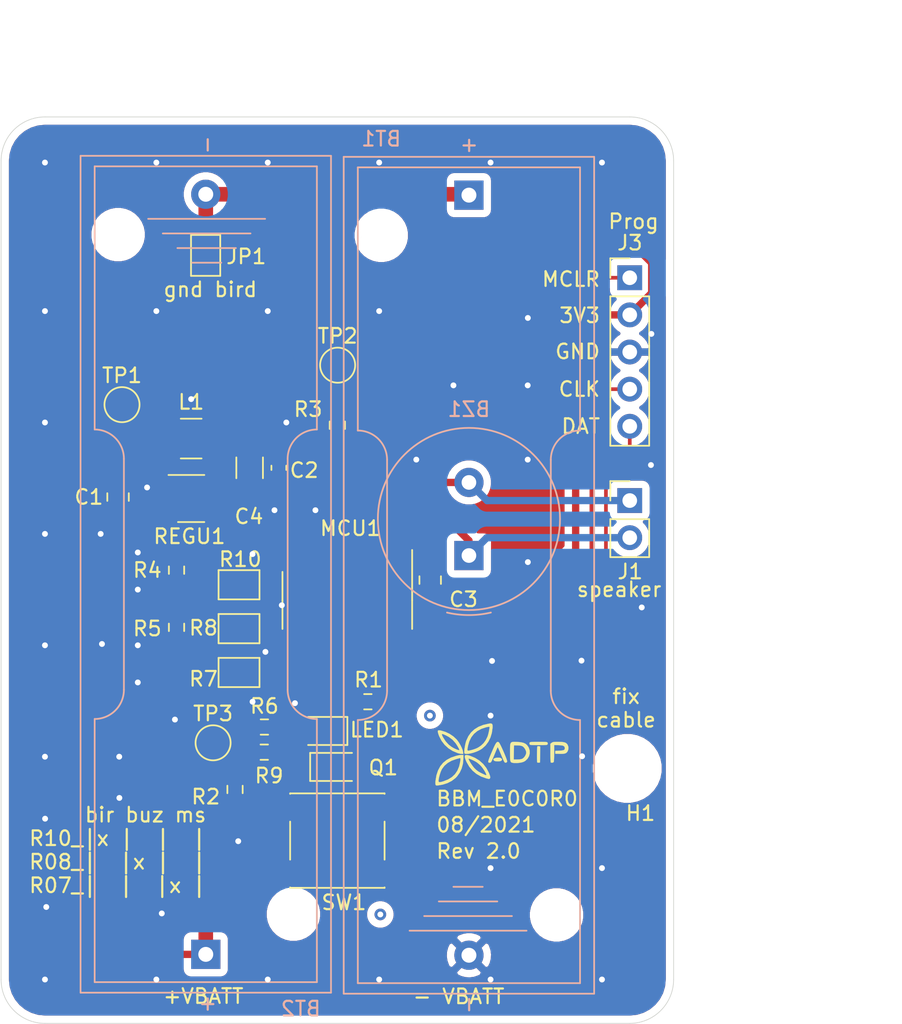
<source format=kicad_pcb>
(kicad_pcb (version 20171130) (host pcbnew "(5.1.9)-1")

  (general
    (thickness 1.6)
    (drawings 29)
    (tracks 249)
    (zones 0)
    (modules 31)
    (nets 22)
  )

  (page A4 portrait)
  (title_block
    (title "Stop BBM")
    (date 2021-03-29)
    (rev E0C0R0)
    (company ADTP)
  )

  (layers
    (0 F.Cu signal)
    (31 B.Cu signal)
    (32 B.Adhes user)
    (33 F.Adhes user)
    (34 B.Paste user)
    (35 F.Paste user)
    (36 B.SilkS user)
    (37 F.SilkS user)
    (38 B.Mask user)
    (39 F.Mask user)
    (40 Dwgs.User user)
    (41 Cmts.User user)
    (42 Eco1.User user)
    (43 Eco2.User user)
    (44 Edge.Cuts user)
    (45 Margin user)
    (46 B.CrtYd user hide)
    (47 F.CrtYd user)
    (48 B.Fab user hide)
    (49 F.Fab user hide)
  )

  (setup
    (last_trace_width 0.25)
    (user_trace_width 0.5)
    (user_trace_width 1)
    (trace_clearance 0.2)
    (zone_clearance 0.508)
    (zone_45_only no)
    (trace_min 0.2)
    (via_size 0.8)
    (via_drill 0.4)
    (via_min_size 0.4)
    (via_min_drill 0.3)
    (uvia_size 0.3)
    (uvia_drill 0.1)
    (uvias_allowed no)
    (uvia_min_size 0.2)
    (uvia_min_drill 0.1)
    (edge_width 0.05)
    (segment_width 0.2)
    (pcb_text_width 0.3)
    (pcb_text_size 1.5 1.5)
    (mod_edge_width 0.12)
    (mod_text_size 1 1)
    (mod_text_width 0.15)
    (pad_size 1.7 1.7)
    (pad_drill 1)
    (pad_to_mask_clearance 0)
    (aux_axis_origin 82 167)
    (grid_origin 82 167)
    (visible_elements 7FFFFFFF)
    (pcbplotparams
      (layerselection 0x010fc_ffffffff)
      (usegerberextensions false)
      (usegerberattributes true)
      (usegerberadvancedattributes true)
      (creategerberjobfile true)
      (excludeedgelayer true)
      (linewidth 0.100000)
      (plotframeref false)
      (viasonmask false)
      (mode 1)
      (useauxorigin false)
      (hpglpennumber 1)
      (hpglpenspeed 20)
      (hpglpendiameter 15.000000)
      (psnegative false)
      (psa4output false)
      (plotreference true)
      (plotvalue true)
      (plotinvisibletext false)
      (padsonsilk false)
      (subtractmaskfromsilk false)
      (outputformat 1)
      (mirror false)
      (drillshape 0)
      (scaleselection 1)
      (outputdirectory "fabrication/GERBER/"))
  )

  (net 0 "")
  (net 1 Vbatt)
  (net 2 GND)
  (net 3 REG_EN)
  (net 4 "Net-(L1-Pad2)")
  (net 5 "Net-(LED1-Pad2)")
  (net 6 "Net-(MCU1-Pad5)")
  (net 7 "Net-(R2-Pad1)")
  (net 8 "Net-(R4-Pad2)")
  (net 9 "Net-(REGU1-Pad1)")
  (net 10 "Net-(BT1-Pad1)")
  (net 11 /buzz+)
  (net 12 /buzz-)
  (net 13 /MCLR)
  (net 14 /icspdat)
  (net 15 /led)
  (net 16 /chx2)
  (net 17 /chx1)
  (net 18 /chx3)
  (net 19 +3V3_5V)
  (net 20 "Net-(MCU1-Pad6)")
  (net 21 "Net-(MCU1-Pad10)")

  (net_class Default "This is the default net class."
    (clearance 0.2)
    (trace_width 0.25)
    (via_dia 0.8)
    (via_drill 0.4)
    (uvia_dia 0.3)
    (uvia_drill 0.1)
    (add_net +3V3_5V)
    (add_net /MCLR)
    (add_net /buzz+)
    (add_net /buzz-)
    (add_net /chx1)
    (add_net /chx2)
    (add_net /chx3)
    (add_net /icspdat)
    (add_net /led)
    (add_net GND)
    (add_net "Net-(BT1-Pad1)")
    (add_net "Net-(L1-Pad2)")
    (add_net "Net-(LED1-Pad2)")
    (add_net "Net-(MCU1-Pad10)")
    (add_net "Net-(MCU1-Pad5)")
    (add_net "Net-(MCU1-Pad6)")
    (add_net "Net-(R2-Pad1)")
    (add_net "Net-(R4-Pad2)")
    (add_net "Net-(REGU1-Pad1)")
    (add_net REG_EN)
    (add_net Vbatt)
  )

  (module Buzzer_Beeper:Buzzer_TDK_PS1240P02BT_D12.2mm_H6.5mm (layer B.Cu) (tedit 5BF1CB2D) (tstamp 605D29D9)
    (at 111 138 90)
    (descr "Buzzer, D12.2mm height 6.5mm, https://product.tdk.com/info/en/catalog/datasheets/piezoelectronic_buzzer_ps_en.pdf")
    (tags buzzer)
    (path /6065AE4E)
    (fp_text reference BZ1 (at 10 0 180) (layer B.SilkS)
      (effects (font (size 1 1) (thickness 0.15)) (justify mirror))
    )
    (fp_text value "Buzzer (BIRD)" (at 2.5 -7.31 90) (layer B.Fab)
      (effects (font (size 1 1) (thickness 0.15)) (justify mirror))
    )
    (fp_line (start -1.3 1) (end -1.3 -1) (layer B.Fab) (width 0.1))
    (fp_circle (center 2.5 0) (end 8.73 0) (layer B.SilkS) (width 0.12))
    (fp_circle (center 2.5 0) (end 3.5 0) (layer B.Fab) (width 0.1))
    (fp_circle (center 2.5 0) (end 8.6 0) (layer B.Fab) (width 0.1))
    (fp_circle (center 2.5 0) (end 8.85 0) (layer B.CrtYd) (width 0.05))
    (fp_text user %R (at 2.5 2.43 90) (layer B.Fab)
      (effects (font (size 1 1) (thickness 0.15)) (justify mirror))
    )
    (fp_arc (start 2.5 0) (end -3.9 1.5) (angle 26.38121493) (layer B.SilkS) (width 0.12))
    (pad 1 thru_hole rect (at 0 0 90) (size 2 2) (drill 1) (layers *.Cu *.Mask)
      (net 11 /buzz+))
    (pad 2 thru_hole circle (at 5 0 90) (size 2 2) (drill 1) (layers *.Cu *.Mask)
      (net 12 /buzz-))
    (model C:/Users/be/Documents/kicad/librairie_perso/packages3d_perso/Buzzer_Beeper.3dshapes/Buzzer_TDK_PS1240P02BT_D12.2mm_H6.5mm_shortold.wrl
      (at (xyz 0 0 0))
      (scale (xyz 0.4 0.4 0.4))
      (rotate (xyz 0 0 0))
    )
    (model C:/Users/be/Documents/kicad/librairie_perso/packages3d_perso/Buzzer_Beeper.3dshapes/Buzzer_TDK_PS1240P02BT_D12.2mm_H6.5mm_short.wrl
      (at (xyz 0 0 0))
      (scale (xyz 0.4 0.4 0.4))
      (rotate (xyz 0 0 0))
    )
  )

  (module DEV_BE:adtp (layer F.Cu) (tedit 0) (tstamp 60CBD308)
    (at 113.24 151.57)
    (fp_text reference G*** (at 0 0) (layer F.SilkS) hide
      (effects (font (size 1.524 1.524) (thickness 0.3)))
    )
    (fp_text value LOGO (at 0.75 0) (layer F.SilkS) hide
      (effects (font (size 1.524 1.524) (thickness 0.3)))
    )
    (fp_poly (pts (xy -2.723321 0.069369) (xy -2.619375 0.079375) (xy -2.621944 0.349692) (xy -2.653231 0.680175)
      (xy -2.738108 0.994302) (xy -2.87266 1.282647) (xy -3.052972 1.535787) (xy -3.161463 1.648459)
      (xy -3.4155 1.843689) (xy -3.710845 1.995415) (xy -4.039558 2.100221) (xy -4.322478 2.148123)
      (xy -4.425086 2.156897) (xy -4.482019 2.152217) (xy -4.510443 2.129755) (xy -4.523771 2.097405)
      (xy -4.532377 2.028873) (xy -4.531833 1.923339) (xy -4.524915 1.831306) (xy -4.524812 1.830703)
      (xy -4.318 1.830703) (xy -4.312824 1.891157) (xy -4.290568 1.925393) (xy -4.241143 1.934596)
      (xy -4.154461 1.919955) (xy -4.020432 1.882654) (xy -3.980032 1.870441) (xy -3.668835 1.748593)
      (xy -3.406913 1.587157) (xy -3.193426 1.385113) (xy -3.027535 1.141436) (xy -2.9084 0.855106)
      (xy -2.835178 0.525099) (xy -2.827684 0.468312) (xy -2.818884 0.351571) (xy -2.828027 0.293509)
      (xy -2.840153 0.28575) (xy -2.8856 0.293779) (xy -2.974457 0.315024) (xy -3.089087 0.345216)
      (xy -3.111913 0.351498) (xy -3.426397 0.464649) (xy -3.694369 0.616168) (xy -3.913314 0.804237)
      (xy -4.080715 1.027036) (xy -4.104382 1.069196) (xy -4.162743 1.199198) (xy -4.219391 1.361143)
      (xy -4.268207 1.533213) (xy -4.30307 1.693593) (xy -4.317861 1.820465) (xy -4.318 1.830703)
      (xy -4.524812 1.830703) (xy -4.460676 1.457008) (xy -4.352643 1.128458) (xy -4.199896 0.844565)
      (xy -4.00152 0.60424) (xy -3.756595 0.406392) (xy -3.464206 0.249931) (xy -3.123432 0.133767)
      (xy -3.088446 0.124772) (xy -2.953457 0.095219) (xy -2.82915 0.075371) (xy -2.737986 0.068635)
      (xy -2.723321 0.069369)) (layer F.SilkS) (width 0.01))
    (fp_poly (pts (xy -2.295585 0.092207) (xy -2.178771 0.125506) (xy -1.832032 0.266298) (xy -1.527045 0.454222)
      (xy -1.265511 0.687701) (xy -1.04913 0.965159) (xy -0.879603 1.285022) (xy -0.850635 1.356092)
      (xy -0.804115 1.484987) (xy -0.783125 1.571075) (xy -0.784969 1.62843) (xy -0.794044 1.651548)
      (xy -0.819483 1.689941) (xy -0.853321 1.707321) (xy -0.910814 1.70455) (xy -1.007217 1.682486)
      (xy -1.065922 1.666879) (xy -1.412518 1.542432) (xy -1.721659 1.367205) (xy -1.990884 1.143408)
      (xy -2.217734 0.873248) (xy -2.399749 0.558933) (xy -2.462598 0.413356) (xy -2.486844 0.341176)
      (xy -2.267577 0.341176) (xy -2.245033 0.404893) (xy -2.197831 0.497678) (xy -2.132552 0.60856)
      (xy -2.055775 0.726567) (xy -1.97408 0.840729) (xy -1.894046 0.940073) (xy -1.868563 0.968333)
      (xy -1.747081 1.088723) (xy -1.627506 1.182537) (xy -1.485553 1.267351) (xy -1.383973 1.319065)
      (xy -1.241089 1.388264) (xy -1.145496 1.431806) (xy -1.087803 1.452657) (xy -1.058619 1.453782)
      (xy -1.048551 1.438148) (xy -1.04775 1.425256) (xy -1.065965 1.361078) (xy -1.114593 1.261851)
      (xy -1.184613 1.142294) (xy -1.267001 1.017129) (xy -1.352734 0.901076) (xy -1.412279 0.830536)
      (xy -1.518566 0.725027) (xy -1.637051 0.623658) (xy -1.730375 0.556233) (xy -1.831261 0.498345)
      (xy -1.950631 0.437853) (xy -2.071223 0.382556) (xy -2.175774 0.340252) (xy -2.247022 0.318737)
      (xy -2.258884 0.3175) (xy -2.267577 0.341176) (xy -2.486844 0.341176) (xy -2.514199 0.259745)
      (xy -2.526575 0.154148) (xy -2.49645 0.093242) (xy -2.420545 0.073703) (xy -2.295585 0.092207)) (layer F.SilkS) (width 0.01))
    (fp_poly (pts (xy 0.9508 -0.823488) (xy 1.059008 -0.819463) (xy 1.295725 -0.801026) (xy 1.481163 -0.761392)
      (xy 1.625455 -0.695514) (xy 1.738737 -0.598343) (xy 1.83114 -0.464829) (xy 1.852752 -0.424021)
      (xy 1.914559 -0.235696) (xy 1.91952 -0.041309) (xy 1.871719 0.147316) (xy 1.775239 0.318353)
      (xy 1.634163 0.459974) (xy 1.523706 0.529032) (xy 1.397267 0.573573) (xy 1.230748 0.605439)
      (xy 1.046767 0.622017) (xy 0.867941 0.620693) (xy 0.79375 0.613368) (xy 0.72062 0.601386)
      (xy 0.66559 0.582476) (xy 0.62609 0.548382) (xy 0.599546 0.490846) (xy 0.583387 0.401611)
      (xy 0.582056 0.381) (xy 0.823846 0.381) (xy 1.07123 0.381) (xy 1.233867 0.374551)
      (xy 1.351719 0.353272) (xy 1.428453 0.322093) (xy 1.522985 0.244644) (xy 1.606868 0.130488)
      (xy 1.66496 0.004373) (xy 1.68275 -0.093517) (xy 1.659329 -0.209461) (xy 1.598946 -0.336755)
      (xy 1.516413 -0.449986) (xy 1.43443 -0.519452) (xy 1.341367 -0.55716) (xy 1.215893 -0.577654)
      (xy 1.08518 -0.583679) (xy 0.841375 -0.587375) (xy 0.83261 -0.103188) (xy 0.823846 0.381)
      (xy 0.582056 0.381) (xy 0.575042 0.272422) (xy 0.571938 0.095019) (xy 0.5715 -0.100171)
      (xy 0.571558 -0.334849) (xy 0.575087 -0.513468) (xy 0.587117 -0.643447) (xy 0.612675 -0.732208)
      (xy 0.656794 -0.787171) (xy 0.724501 -0.815759) (xy 0.820826 -0.825391) (xy 0.9508 -0.823488)) (layer F.SilkS) (width 0.01))
    (fp_poly (pts (xy -0.22719 -0.811563) (xy -0.198556 -0.798062) (xy -0.166199 -0.758555) (xy -0.115823 -0.670543)
      (xy -0.052131 -0.544813) (xy 0.020173 -0.392157) (xy 0.096387 -0.223364) (xy 0.171809 -0.049222)
      (xy 0.241735 0.119477) (xy 0.301462 0.271945) (xy 0.346288 0.397392) (xy 0.371511 0.485027)
      (xy 0.375015 0.517886) (xy 0.341522 0.577612) (xy 0.282875 0.596932) (xy 0.254073 0.598979)
      (xy 0.228869 0.593259) (xy 0.20358 0.573082) (xy 0.174522 0.531758) (xy 0.138008 0.462594)
      (xy 0.090357 0.358901) (xy 0.027882 0.213988) (xy -0.053101 0.021162) (xy -0.112191 -0.120517)
      (xy -0.170372 -0.256324) (xy -0.220427 -0.366103) (xy -0.25726 -0.439169) (xy -0.275774 -0.464836)
      (xy -0.276275 -0.464559) (xy -0.292519 -0.431828) (xy -0.328575 -0.35002) (xy -0.380285 -0.228864)
      (xy -0.443492 -0.078086) (xy -0.504224 0.068707) (xy -0.582506 0.257035) (xy -0.642183 0.394304)
      (xy -0.687735 0.488608) (xy -0.723644 0.548042) (xy -0.75439 0.580702) (xy -0.784455 0.594682)
      (xy -0.796538 0.59677) (xy -0.865275 0.595824) (xy -0.898126 0.58354) (xy -0.913697 0.556937)
      (xy -0.916332 0.514951) (xy -0.903777 0.450465) (xy -0.873776 0.356358) (xy -0.824073 0.225512)
      (xy -0.752413 0.050808) (xy -0.661526 -0.163243) (xy -0.564159 -0.387054) (xy -0.485604 -0.557482)
      (xy -0.421637 -0.680318) (xy -0.368036 -0.761353) (xy -0.320577 -0.806378) (xy -0.275036 -0.821184)
      (xy -0.22719 -0.811563)) (layer F.SilkS) (width 0.01))
    (fp_poly (pts (xy 2.558425 -0.526072) (xy 2.636742 -0.506416) (xy 2.628058 0.040479) (xy 2.619375 0.587375)
      (xy 2.538811 0.59677) (xy 2.469458 0.595923) (xy 2.435624 0.58354) (xy 2.425687 0.542975)
      (xy 2.418581 0.45261) (xy 2.414177 0.325259) (xy 2.412351 0.173738) (xy 2.412976 0.010863)
      (xy 2.415924 -0.150553) (xy 2.421071 -0.297693) (xy 2.428289 -0.417743) (xy 2.437453 -0.497888)
      (xy 2.446554 -0.524991) (xy 2.500727 -0.533812) (xy 2.558425 -0.526072)) (layer F.SilkS) (width 0.01))
    (fp_poly (pts (xy 4.072657 -0.820657) (xy 4.230035 -0.803979) (xy 4.34562 -0.772249) (xy 4.429972 -0.722248)
      (xy 4.493652 -0.650757) (xy 4.507686 -0.628974) (xy 4.563716 -0.478956) (xy 4.559533 -0.317565)
      (xy 4.520093 -0.201838) (xy 4.466856 -0.115305) (xy 4.396203 -0.056644) (xy 4.296755 -0.021776)
      (xy 4.157135 -0.006622) (xy 3.976055 -0.006796) (xy 3.667125 -0.015875) (xy 3.667125 -0.206375)
      (xy 3.962065 -0.22225) (xy 4.118123 -0.233938) (xy 4.221174 -0.252405) (xy 4.281692 -0.282806)
      (xy 4.310149 -0.330292) (xy 4.317027 -0.396875) (xy 4.30342 -0.476143) (xy 4.257414 -0.532633)
      (xy 4.171234 -0.569843) (xy 4.037103 -0.591273) (xy 3.865562 -0.60004) (xy 3.58775 -0.606407)
      (xy 3.58775 -0.039679) (xy 3.586066 0.191996) (xy 3.580841 0.364463) (xy 3.571807 0.481927)
      (xy 3.558701 0.548597) (xy 3.54965 0.56515) (xy 3.488799 0.595402) (xy 3.412042 0.602188)
      (xy 3.355226 0.582389) (xy 3.354916 0.582083) (xy 3.348423 0.545213) (xy 3.342736 0.454841)
      (xy 3.338181 0.320964) (xy 3.335084 0.153579) (xy 3.333772 -0.037317) (xy 3.33375 -0.066488)
      (xy 3.33375 -0.693892) (xy 3.417406 -0.759696) (xy 3.461481 -0.788766) (xy 3.514506 -0.807866)
      (xy 3.590124 -0.819012) (xy 3.701982 -0.824218) (xy 3.862926 -0.8255) (xy 4.072657 -0.820657)) (layer F.SilkS) (width 0.01))
    (fp_poly (pts (xy -0.140967 0.260033) (xy -0.053643 0.287281) (xy -0.020796 0.312062) (xy 0.023436 0.369684)
      (xy 0.02151 0.411802) (xy -0.018143 0.458107) (xy -0.080518 0.49056) (xy -0.190716 0.506045)
      (xy -0.269875 0.508) (xy -0.408562 0.500603) (xy -0.494615 0.477191) (xy -0.521608 0.458107)
      (xy -0.561629 0.406884) (xy -0.5715 0.380532) (xy -0.542934 0.329253) (xy -0.468578 0.289448)
      (xy -0.365453 0.263232) (xy -0.250577 0.252722) (xy -0.140967 0.260033)) (layer F.SilkS) (width 0.01))
    (fp_poly (pts (xy -4.172359 -1.601361) (xy -4.151144 -1.59697) (xy -3.847812 -1.506063) (xy -3.559219 -1.368742)
      (xy -3.299361 -1.193373) (xy -3.082234 -0.988327) (xy -3.031658 -0.927572) (xy -2.921252 -0.770836)
      (xy -2.818692 -0.59595) (xy -2.732368 -0.41991) (xy -2.670673 -0.259712) (xy -2.642757 -0.139865)
      (xy -2.626992 0) (xy -2.734309 -0.001708) (xy -2.826243 -0.012732) (xy -2.944595 -0.039092)
      (xy -3.01625 -0.059982) (xy -3.346457 -0.198633) (xy -3.642208 -0.387274) (xy -3.898361 -0.620905)
      (xy -4.109777 -0.894528) (xy -4.271315 -1.203141) (xy -4.316115 -1.321789) (xy -4.093401 -1.321789)
      (xy -4.063966 -1.242326) (xy -4.012985 -1.140737) (xy -3.835195 -0.861664) (xy -3.621333 -0.629858)
      (xy -3.448769 -0.4961) (xy -3.327701 -0.422385) (xy -3.201902 -0.356748) (xy -3.083265 -0.303976)
      (xy -2.983683 -0.268854) (xy -2.915048 -0.256169) (xy -2.889252 -0.270707) (xy -2.88925 -0.270931)
      (xy -2.905574 -0.320433) (xy -2.948487 -0.406591) (xy -3.008904 -0.51353) (xy -3.077738 -0.625374)
      (xy -3.145903 -0.72625) (xy -3.163744 -0.750517) (xy -3.368583 -0.976896) (xy -3.612523 -1.160342)
      (xy -3.79323 -1.258782) (xy -3.940168 -1.326716) (xy -4.036107 -1.36151) (xy -4.08565 -1.360693)
      (xy -4.093401 -1.321789) (xy -4.316115 -1.321789) (xy -4.317514 -1.325492) (xy -4.360516 -1.466106)
      (xy -4.372028 -1.556614) (xy -4.347522 -1.604403) (xy -4.282475 -1.616857) (xy -4.172359 -1.601361)) (layer F.SilkS) (width 0.01))
    (fp_poly (pts (xy -0.664949 -2.058034) (xy -0.63007 -1.994885) (xy -0.620369 -1.884128) (xy -0.624238 -1.787207)
      (xy -0.67311 -1.438729) (xy -0.771096 -1.117144) (xy -0.914942 -0.828321) (xy -1.101396 -0.578124)
      (xy -1.327206 -0.37242) (xy -1.456142 -0.28673) (xy -1.609101 -0.20742) (xy -1.778898 -0.13774)
      (xy -1.954842 -0.079987) (xy -2.126245 -0.036462) (xy -2.282414 -0.009463) (xy -2.412662 -0.001289)
      (xy -2.506296 -0.01424) (xy -2.552628 -0.050615) (xy -2.552732 -0.050882) (xy -2.560645 -0.119506)
      (xy -2.554895 -0.233899) (xy -2.550505 -0.271214) (xy -2.3495 -0.271214) (xy -2.328589 -0.234232)
      (xy -2.263108 -0.224669) (xy -2.148935 -0.242727) (xy -1.981949 -0.288608) (xy -1.979782 -0.289275)
      (xy -1.809649 -0.345639) (xy -1.677023 -0.401513) (xy -1.557208 -0.469172) (xy -1.425507 -0.560891)
      (xy -1.409758 -0.572585) (xy -1.240172 -0.732186) (xy -1.090965 -0.937444) (xy -0.974403 -1.171038)
      (xy -0.960841 -1.2065) (xy -0.928692 -1.308177) (xy -0.896686 -1.432936) (xy -0.867843 -1.565176)
      (xy -0.845182 -1.689294) (xy -0.831724 -1.789687) (xy -0.830487 -1.850752) (xy -0.834211 -1.860795)
      (xy -0.87024 -1.861326) (xy -0.950808 -1.848483) (xy -1.059033 -1.825003) (xy -1.067617 -1.822932)
      (xy -1.389769 -1.716968) (xy -1.666472 -1.566949) (xy -1.897051 -1.373563) (xy -2.080832 -1.137498)
      (xy -2.217143 -0.859442) (xy -2.300491 -0.564902) (xy -2.323885 -0.442108) (xy -2.341206 -0.339802)
      (xy -2.349275 -0.277031) (xy -2.3495 -0.271214) (xy -2.550505 -0.271214) (xy -2.537892 -0.378397)
      (xy -2.512048 -0.537338) (xy -2.479771 -0.695058) (xy -2.443474 -0.835894) (xy -2.421451 -0.903889)
      (xy -2.281644 -1.206665) (xy -2.096027 -1.46575) (xy -1.864429 -1.68127) (xy -1.586681 -1.853349)
      (xy -1.262614 -1.982114) (xy -0.892058 -2.067689) (xy -0.835717 -2.076338) (xy -0.731375 -2.082282)
      (xy -0.664949 -2.058034)) (layer F.SilkS) (width 0.01))
    (fp_poly (pts (xy 2.732436 -0.824947) (xy 2.886098 -0.822763) (xy 2.993958 -0.81816) (xy 3.064861 -0.810351)
      (xy 3.107653 -0.798547) (xy 3.13118 -0.781963) (xy 3.13898 -0.770758) (xy 3.150859 -0.690051)
      (xy 3.13944 -0.659633) (xy 3.123449 -0.639622) (xy 3.094124 -0.624955) (xy 3.042586 -0.614817)
      (xy 2.959958 -0.608395) (xy 2.837361 -0.604876) (xy 2.665917 -0.603445) (xy 2.524125 -0.60325)
      (xy 2.316179 -0.603759) (xy 2.162851 -0.605829) (xy 2.055261 -0.610272) (xy 1.984532 -0.617903)
      (xy 1.941783 -0.629534) (xy 1.918138 -0.64598) (xy 1.908809 -0.659633) (xy 1.897601 -0.740962)
      (xy 1.909269 -0.770758) (xy 1.926079 -0.790248) (xy 1.957383 -0.804532) (xy 2.012028 -0.814397)
      (xy 2.09886 -0.820632) (xy 2.226724 -0.824022) (xy 2.404466 -0.825357) (xy 2.524124 -0.8255)
      (xy 2.732436 -0.824947)) (layer F.SilkS) (width 0.01))
  )

  (module Battery:BatteryHolder_Keystone_2460_1xAA locked (layer B.Cu) (tedit 5DBEA3CC) (tstamp 605D29A5)
    (at 111 113.35 270)
    (descr https://www.keyelco.com/product-pdf.cfm?p=1025)
    (tags "AA battery cell holder")
    (path /60DA10EC)
    (fp_text reference BT1 (at -3.85 6 180) (layer B.SilkS)
      (effects (font (size 1 1) (thickness 0.15)) (justify mirror))
    )
    (fp_text value "AA - 1,5V" (at 24.5 0 270) (layer B.Fab)
      (effects (font (size 1 1) (thickness 0.15)) (justify mirror))
    )
    (fp_line (start 33.9 -5.6) (end 18.1 -5.6) (layer B.SilkS) (width 0.12))
    (fp_line (start 18.1 5.6) (end 33.9 5.6) (layer B.SilkS) (width 0.12))
    (fp_line (start 35.9 -7.6) (end 53.9 -7.6) (layer B.SilkS) (width 0.12))
    (fp_line (start 35.9 7.6) (end 53.9 7.6) (layer B.SilkS) (width 0.12))
    (fp_line (start -1.9 7.6) (end 16.1 7.6) (layer B.SilkS) (width 0.12))
    (fp_line (start 53.9 7.6) (end 53.9 -7.6) (layer B.SilkS) (width 0.12))
    (fp_line (start -1.9 -7.6) (end 16.1 -7.6) (layer B.SilkS) (width 0.12))
    (fp_line (start -1.9 7.6) (end -1.9 -7.6) (layer B.SilkS) (width 0.12))
    (fp_line (start -2.62 8.565) (end 54.62 8.565) (layer B.SilkS) (width 0.12))
    (fp_line (start -2.62 -8.565) (end -2.62 8.565) (layer B.SilkS) (width 0.12))
    (fp_line (start 54.62 -8.565) (end -2.62 -8.565) (layer B.SilkS) (width 0.12))
    (fp_line (start 54.62 8.565) (end 54.62 -8.565) (layer B.SilkS) (width 0.12))
    (fp_line (start 47.31 1.06) (end 47.31 -0.94) (layer B.SilkS) (width 0.12))
    (fp_line (start 50.31 4.06) (end 50.31 -3.94) (layer B.SilkS) (width 0.12))
    (fp_line (start 49.31 -2.94) (end 49.31 3.06) (layer B.SilkS) (width 0.12))
    (fp_line (start 48.31 2.06) (end 48.31 -1.94) (layer B.SilkS) (width 0.12))
    (fp_line (start 54.75 -8.7) (end -2.75 -8.7) (layer B.CrtYd) (width 0.05))
    (fp_line (start 54.75 8.7) (end 54.75 -8.7) (layer B.CrtYd) (width 0.05))
    (fp_line (start -2.75 8.7) (end 54.75 8.7) (layer B.CrtYd) (width 0.05))
    (fp_line (start -2.75 -8.7) (end -2.75 8.7) (layer B.CrtYd) (width 0.05))
    (fp_line (start 54.5 8.445) (end -2.5 8.445) (layer B.Fab) (width 0.1))
    (fp_line (start -2.5 8.445) (end -2.5 -8.445) (layer B.Fab) (width 0.1))
    (fp_line (start -2.5 -8.445) (end 54.5 -8.445) (layer B.Fab) (width 0.1))
    (fp_line (start 54.5 -8.445) (end 54.5 8.445) (layer B.Fab) (width 0.1))
    (fp_text user + (at -3.4 0.06 90) (layer B.SilkS)
      (effects (font (size 1 1) (thickness 0.15)) (justify mirror))
    )
    (fp_text user - (at 55.37 0.06 90) (layer B.SilkS)
      (effects (font (size 1 1) (thickness 0.15)) (justify mirror))
    )
    (fp_text user %R (at 0.01 0.06 90) (layer B.Fab)
      (effects (font (size 1 1) (thickness 0.15)) (justify mirror))
    )
    (fp_arc (start 18.1 -7.6) (end 18.1 -5.6) (angle 90) (layer B.SilkS) (width 0.12))
    (fp_arc (start 33.9 -7.6) (end 35.9 -7.6) (angle 90) (layer B.SilkS) (width 0.12))
    (fp_arc (start 33.9 7.6) (end 33.9 5.6) (angle 90) (layer B.SilkS) (width 0.12))
    (fp_arc (start 18.1 7.6) (end 16.1 7.6) (angle 90) (layer B.SilkS) (width 0.12))
    (pad 1 thru_hole rect (at 0 0 90) (size 2 2) (drill 1.02) (layers *.Cu *.Mask)
      (net 10 "Net-(BT1-Pad1)"))
    (pad 2 thru_hole circle (at 51.99 0 90) (size 2 2) (drill 1.02) (layers *.Cu *.Mask)
      (net 2 GND))
    (pad "" np_thru_hole circle (at 49.23 -5.995 270) (size 2.64 2.64) (drill 2.64) (layers *.Cu *.Mask))
    (pad "" np_thru_hole circle (at 2.75 5.995 180) (size 2.64 2.64) (drill 2.64) (layers *.Cu *.Mask))
    (model ${KISYS3DMOD}/Battery.3dshapes/BatteryHolder_Keystone_2460_1xAA.wrl
      (at (xyz 0 0 0))
      (scale (xyz 1 1 1))
      (rotate (xyz 0 0 0))
    )
    (model C:/Users/be/Documents/kicad/librairie_perso/packages3d_perso/keystone/keystone-PN2460_old.STEP
      (offset (xyz 23.1 0.75 10.5))
      (scale (xyz 1 1 1))
      (rotate (xyz -90 0 0))
    )
  )

  (module Battery:BatteryHolder_Keystone_2460_1xAA locked (layer B.Cu) (tedit 5DBEA3CC) (tstamp 605D29CC)
    (at 93 165.28 90)
    (descr https://www.keyelco.com/product-pdf.cfm?p=1025)
    (tags "AA battery cell holder")
    (path /605FCB7B)
    (fp_text reference BT2 (at -3.72 6.5 180) (layer B.SilkS)
      (effects (font (size 1 1) (thickness 0.15)) (justify mirror))
    )
    (fp_text value "AA - 1,5V" (at 24.5 0 -90) (layer B.Fab)
      (effects (font (size 1 1) (thickness 0.15)) (justify mirror))
    )
    (fp_line (start 54.5 -8.445) (end 54.5 8.445) (layer B.Fab) (width 0.1))
    (fp_line (start -2.5 -8.445) (end 54.5 -8.445) (layer B.Fab) (width 0.1))
    (fp_line (start -2.5 8.445) (end -2.5 -8.445) (layer B.Fab) (width 0.1))
    (fp_line (start 54.5 8.445) (end -2.5 8.445) (layer B.Fab) (width 0.1))
    (fp_line (start -2.75 -8.7) (end -2.75 8.7) (layer B.CrtYd) (width 0.05))
    (fp_line (start -2.75 8.7) (end 54.75 8.7) (layer B.CrtYd) (width 0.05))
    (fp_line (start 54.75 8.7) (end 54.75 -8.7) (layer B.CrtYd) (width 0.05))
    (fp_line (start 54.75 -8.7) (end -2.75 -8.7) (layer B.CrtYd) (width 0.05))
    (fp_line (start 48.31 2.06) (end 48.31 -1.94) (layer B.SilkS) (width 0.12))
    (fp_line (start 49.31 -2.94) (end 49.31 3.06) (layer B.SilkS) (width 0.12))
    (fp_line (start 50.31 4.06) (end 50.31 -3.94) (layer B.SilkS) (width 0.12))
    (fp_line (start 47.31 1.06) (end 47.31 -0.94) (layer B.SilkS) (width 0.12))
    (fp_line (start 54.62 8.565) (end 54.62 -8.565) (layer B.SilkS) (width 0.12))
    (fp_line (start 54.62 -8.565) (end -2.62 -8.565) (layer B.SilkS) (width 0.12))
    (fp_line (start -2.62 -8.565) (end -2.62 8.565) (layer B.SilkS) (width 0.12))
    (fp_line (start -2.62 8.565) (end 54.62 8.565) (layer B.SilkS) (width 0.12))
    (fp_line (start -1.9 7.6) (end -1.9 -7.6) (layer B.SilkS) (width 0.12))
    (fp_line (start -1.9 -7.6) (end 16.1 -7.6) (layer B.SilkS) (width 0.12))
    (fp_line (start 53.9 7.6) (end 53.9 -7.6) (layer B.SilkS) (width 0.12))
    (fp_line (start -1.9 7.6) (end 16.1 7.6) (layer B.SilkS) (width 0.12))
    (fp_line (start 35.9 7.6) (end 53.9 7.6) (layer B.SilkS) (width 0.12))
    (fp_line (start 35.9 -7.6) (end 53.9 -7.6) (layer B.SilkS) (width 0.12))
    (fp_line (start 18.1 5.6) (end 33.9 5.6) (layer B.SilkS) (width 0.12))
    (fp_line (start 33.9 -5.6) (end 18.1 -5.6) (layer B.SilkS) (width 0.12))
    (fp_arc (start 18.1 7.6) (end 16.1 7.6) (angle 90) (layer B.SilkS) (width 0.12))
    (fp_arc (start 33.9 7.6) (end 33.9 5.6) (angle 90) (layer B.SilkS) (width 0.12))
    (fp_arc (start 33.9 -7.6) (end 35.9 -7.6) (angle 90) (layer B.SilkS) (width 0.12))
    (fp_arc (start 18.1 -7.6) (end 18.1 -5.6) (angle 90) (layer B.SilkS) (width 0.12))
    (fp_text user %R (at 0.01 0.06 90) (layer B.Fab)
      (effects (font (size 1 1) (thickness 0.15)) (justify mirror))
    )
    (fp_text user - (at 55.37 0.06 90) (layer B.SilkS)
      (effects (font (size 1 1) (thickness 0.15)) (justify mirror))
    )
    (fp_text user + (at -3.4 0.06 90) (layer B.SilkS)
      (effects (font (size 1 1) (thickness 0.15)) (justify mirror))
    )
    (pad "" np_thru_hole circle (at 2.75 5.995) (size 2.64 2.64) (drill 2.64) (layers *.Cu *.Mask))
    (pad "" np_thru_hole circle (at 49.23 -5.995 90) (size 2.64 2.64) (drill 2.64) (layers *.Cu *.Mask))
    (pad 2 thru_hole circle (at 51.99 0 270) (size 2 2) (drill 1.02) (layers *.Cu *.Mask)
      (net 10 "Net-(BT1-Pad1)"))
    (pad 1 thru_hole rect (at 0 0 270) (size 2 2) (drill 1.02) (layers *.Cu *.Mask)
      (net 1 Vbatt))
    (model C:/Users/be/Documents/kicad/librairie_perso/packages3d_perso/keystone
      (at (xyz 0 0 0))
      (scale (xyz 1 1 1))
      (rotate (xyz 0 0 0))
    )
    (model C:/Users/be/Documents/kicad/librairie_perso/packages3d_perso/keystone/keystone-PN2460.STEP
      (offset (xyz 23.1 0.75 10.5))
      (scale (xyz 1 1 1))
      (rotate (xyz -90 0 0))
    )
  )

  (module Capacitor_SMD:C_0805_2012Metric_Pad1.18x1.45mm_HandSolder (layer F.Cu) (tedit 5F68FEEF) (tstamp 605D29EA)
    (at 87 134 270)
    (descr "Capacitor SMD 0805 (2012 Metric), square (rectangular) end terminal, IPC_7351 nominal with elongated pad for handsoldering. (Body size source: IPC-SM-782 page 76, https://www.pcb-3d.com/wordpress/wp-content/uploads/ipc-sm-782a_amendment_1_and_2.pdf, https://docs.google.com/spreadsheets/d/1BsfQQcO9C6DZCsRaXUlFlo91Tg2WpOkGARC1WS5S8t0/edit?usp=sharing), generated with kicad-footprint-generator")
    (tags "capacitor handsolder")
    (path /60601A95)
    (attr smd)
    (fp_text reference C1 (at 0 2) (layer F.SilkS)
      (effects (font (size 1 1) (thickness 0.15)))
    )
    (fp_text value 10uF (at 0 1.68 90) (layer F.Fab)
      (effects (font (size 1 1) (thickness 0.15)))
    )
    (fp_line (start -1 0.625) (end -1 -0.625) (layer F.Fab) (width 0.1))
    (fp_line (start -1 -0.625) (end 1 -0.625) (layer F.Fab) (width 0.1))
    (fp_line (start 1 -0.625) (end 1 0.625) (layer F.Fab) (width 0.1))
    (fp_line (start 1 0.625) (end -1 0.625) (layer F.Fab) (width 0.1))
    (fp_line (start -0.261252 -0.735) (end 0.261252 -0.735) (layer F.SilkS) (width 0.12))
    (fp_line (start -0.261252 0.735) (end 0.261252 0.735) (layer F.SilkS) (width 0.12))
    (fp_line (start -1.88 0.98) (end -1.88 -0.98) (layer F.CrtYd) (width 0.05))
    (fp_line (start -1.88 -0.98) (end 1.88 -0.98) (layer F.CrtYd) (width 0.05))
    (fp_line (start 1.88 -0.98) (end 1.88 0.98) (layer F.CrtYd) (width 0.05))
    (fp_line (start 1.88 0.98) (end -1.88 0.98) (layer F.CrtYd) (width 0.05))
    (fp_text user %R (at 0 0 90) (layer F.Fab)
      (effects (font (size 0.5 0.5) (thickness 0.08)))
    )
    (pad 2 smd roundrect (at 1.0375 0 270) (size 1.175 1.45) (layers F.Cu F.Paste F.Mask) (roundrect_rratio 0.2127659574468085)
      (net 2 GND))
    (pad 1 smd roundrect (at -1.0375 0 270) (size 1.175 1.45) (layers F.Cu F.Paste F.Mask) (roundrect_rratio 0.2127659574468085)
      (net 1 Vbatt))
    (model ${KISYS3DMOD}/Capacitor_SMD.3dshapes/C_0805_2012Metric.wrl
      (at (xyz 0 0 0))
      (scale (xyz 1 1 1))
      (rotate (xyz 0 0 0))
    )
  )

  (module Capacitor_SMD:C_0805_2012Metric_Pad1.18x1.45mm_HandSolder (layer F.Cu) (tedit 5F68FEEF) (tstamp 605D2A0C)
    (at 108.35 139.68 270)
    (descr "Capacitor SMD 0805 (2012 Metric), square (rectangular) end terminal, IPC_7351 nominal with elongated pad for handsoldering. (Body size source: IPC-SM-782 page 76, https://www.pcb-3d.com/wordpress/wp-content/uploads/ipc-sm-782a_amendment_1_and_2.pdf, https://docs.google.com/spreadsheets/d/1BsfQQcO9C6DZCsRaXUlFlo91Tg2WpOkGARC1WS5S8t0/edit?usp=sharing), generated with kicad-footprint-generator")
    (tags "capacitor handsolder")
    (path /605F37EF)
    (attr smd)
    (fp_text reference C3 (at 1.32 -2.28 180) (layer F.SilkS)
      (effects (font (size 1 1) (thickness 0.15)))
    )
    (fp_text value 100nF (at 0 1.68 90) (layer F.Fab)
      (effects (font (size 1 1) (thickness 0.15)))
    )
    (fp_line (start 1.88 0.98) (end -1.88 0.98) (layer F.CrtYd) (width 0.05))
    (fp_line (start 1.88 -0.98) (end 1.88 0.98) (layer F.CrtYd) (width 0.05))
    (fp_line (start -1.88 -0.98) (end 1.88 -0.98) (layer F.CrtYd) (width 0.05))
    (fp_line (start -1.88 0.98) (end -1.88 -0.98) (layer F.CrtYd) (width 0.05))
    (fp_line (start -0.261252 0.735) (end 0.261252 0.735) (layer F.SilkS) (width 0.12))
    (fp_line (start -0.261252 -0.735) (end 0.261252 -0.735) (layer F.SilkS) (width 0.12))
    (fp_line (start 1 0.625) (end -1 0.625) (layer F.Fab) (width 0.1))
    (fp_line (start 1 -0.625) (end 1 0.625) (layer F.Fab) (width 0.1))
    (fp_line (start -1 -0.625) (end 1 -0.625) (layer F.Fab) (width 0.1))
    (fp_line (start -1 0.625) (end -1 -0.625) (layer F.Fab) (width 0.1))
    (fp_text user %R (at 0 0 90) (layer F.Fab)
      (effects (font (size 0.5 0.5) (thickness 0.08)))
    )
    (pad 1 smd roundrect (at -1.0375 0 270) (size 1.175 1.45) (layers F.Cu F.Paste F.Mask) (roundrect_rratio 0.2127659574468085)
      (net 19 +3V3_5V))
    (pad 2 smd roundrect (at 1.0375 0 270) (size 1.175 1.45) (layers F.Cu F.Paste F.Mask) (roundrect_rratio 0.2127659574468085)
      (net 2 GND))
    (model ${KISYS3DMOD}/Capacitor_SMD.3dshapes/C_0805_2012Metric.wrl
      (at (xyz 0 0 0))
      (scale (xyz 1 1 1))
      (rotate (xyz 0 0 0))
    )
  )

  (module Connector_PinHeader_2.54mm:PinHeader_1x02_P2.54mm_Vertical (layer F.Cu) (tedit 59FED5CC) (tstamp 605D2A33)
    (at 122 134.24)
    (descr "Through hole straight pin header, 1x02, 2.54mm pitch, single row")
    (tags "Through hole pin header THT 1x02 2.54mm single row")
    (path /6064EA3D)
    (fp_text reference J1 (at 0.03 4.86) (layer F.SilkS)
      (effects (font (size 1 1) (thickness 0.15)))
    )
    (fp_text value "Haut parleur (MOUSE)" (at 0 4.87) (layer F.Fab)
      (effects (font (size 1 1) (thickness 0.15)))
    )
    (fp_line (start 1.8 -1.8) (end -1.8 -1.8) (layer F.CrtYd) (width 0.05))
    (fp_line (start 1.8 4.35) (end 1.8 -1.8) (layer F.CrtYd) (width 0.05))
    (fp_line (start -1.8 4.35) (end 1.8 4.35) (layer F.CrtYd) (width 0.05))
    (fp_line (start -1.8 -1.8) (end -1.8 4.35) (layer F.CrtYd) (width 0.05))
    (fp_line (start -1.33 -1.33) (end 0 -1.33) (layer F.SilkS) (width 0.12))
    (fp_line (start -1.33 0) (end -1.33 -1.33) (layer F.SilkS) (width 0.12))
    (fp_line (start -1.33 1.27) (end 1.33 1.27) (layer F.SilkS) (width 0.12))
    (fp_line (start 1.33 1.27) (end 1.33 3.87) (layer F.SilkS) (width 0.12))
    (fp_line (start -1.33 1.27) (end -1.33 3.87) (layer F.SilkS) (width 0.12))
    (fp_line (start -1.33 3.87) (end 1.33 3.87) (layer F.SilkS) (width 0.12))
    (fp_line (start -1.27 -0.635) (end -0.635 -1.27) (layer F.Fab) (width 0.1))
    (fp_line (start -1.27 3.81) (end -1.27 -0.635) (layer F.Fab) (width 0.1))
    (fp_line (start 1.27 3.81) (end -1.27 3.81) (layer F.Fab) (width 0.1))
    (fp_line (start 1.27 -1.27) (end 1.27 3.81) (layer F.Fab) (width 0.1))
    (fp_line (start -0.635 -1.27) (end 1.27 -1.27) (layer F.Fab) (width 0.1))
    (fp_text user %R (at 0 -1 90) (layer F.Fab)
      (effects (font (size 1 1) (thickness 0.15)))
    )
    (pad 1 thru_hole rect (at 0 0) (size 1.7 1.7) (drill 1) (layers *.Cu *.Mask)
      (net 12 /buzz-))
    (pad 2 thru_hole oval (at 0 2.54) (size 1.7 1.7) (drill 1) (layers *.Cu *.Mask)
      (net 11 /buzz+))
    (model ${KISYS3DMOD}/Connector_PinHeader_2.54mm.3dshapes/PinHeader_1x02_P2.54mm_Vertical.wrl
      (at (xyz 0 0 0))
      (scale (xyz 1 1 1))
      (rotate (xyz 0 0 0))
    )
  )

  (module Connector_PinHeader_2.54mm:PinHeader_1x05_P2.54mm_Vertical (layer F.Cu) (tedit 60EC2C49) (tstamp 605D2A4C)
    (at 122 119)
    (descr "Through hole straight pin header, 1x05, 2.54mm pitch, single row")
    (tags "Through hole pin header THT 1x05 2.54mm single row")
    (path /605CF3EA)
    (fp_text reference J3 (at 0.01 -2.39) (layer F.SilkS)
      (effects (font (size 1 1) (thickness 0.15)))
    )
    (fp_text value Conn_01x05 (at 0 12.49) (layer F.Fab)
      (effects (font (size 1 1) (thickness 0.15)))
    )
    (fp_line (start 1.8 -1.8) (end -1.8 -1.8) (layer F.CrtYd) (width 0.05))
    (fp_line (start 1.8 11.95) (end 1.8 -1.8) (layer F.CrtYd) (width 0.05))
    (fp_line (start -1.8 11.95) (end 1.8 11.95) (layer F.CrtYd) (width 0.05))
    (fp_line (start -1.8 -1.8) (end -1.8 11.95) (layer F.CrtYd) (width 0.05))
    (fp_line (start -1.33 -1.33) (end 0 -1.33) (layer F.SilkS) (width 0.12))
    (fp_line (start -1.33 0) (end -1.33 -1.33) (layer F.SilkS) (width 0.12))
    (fp_line (start -1.33 1.27) (end 1.33 1.27) (layer F.SilkS) (width 0.12))
    (fp_line (start 1.33 1.27) (end 1.33 11.49) (layer F.SilkS) (width 0.12))
    (fp_line (start -1.33 1.27) (end -1.33 11.49) (layer F.SilkS) (width 0.12))
    (fp_line (start -1.33 11.49) (end 1.33 11.49) (layer F.SilkS) (width 0.12))
    (fp_line (start -1.27 -0.635) (end -0.635 -1.27) (layer F.Fab) (width 0.1))
    (fp_line (start -1.27 11.43) (end -1.27 -0.635) (layer F.Fab) (width 0.1))
    (fp_line (start 1.27 11.43) (end -1.27 11.43) (layer F.Fab) (width 0.1))
    (fp_line (start 1.27 -1.27) (end 1.27 11.43) (layer F.Fab) (width 0.1))
    (fp_line (start -0.635 -1.27) (end 1.27 -1.27) (layer F.Fab) (width 0.1))
    (fp_text user %R (at 0 5.08 90) (layer F.Fab)
      (effects (font (size 1 1) (thickness 0.15)))
    )
    (pad 1 thru_hole rect (at 0 0) (size 1.7 1.7) (drill 1) (layers *.Cu *.Mask)
      (net 13 /MCLR))
    (pad 2 thru_hole oval (at 0 2.54) (size 1.7 1.7) (drill 1) (layers *.Cu *.Mask)
      (net 19 +3V3_5V))
    (pad 3 thru_hole oval (at 0 5.08) (size 1.7 1.7) (drill 1) (layers *.Cu *.Mask)
      (net 2 GND))
    (pad 4 thru_hole oval (at 0 7.62) (size 1.7 1.7) (drill 1) (layers *.Cu *.Mask)
      (net 14 /icspdat))
    (pad 5 thru_hole oval (at 0 10.16) (size 1.7 1.7) (drill 1) (layers *.Cu *.Mask)
      (net 3 REG_EN))
    (model ${KISYS3DMOD}/Connector_PinHeader_2.54mm.3dshapes/PinHeader_1x05_P2.54mm_Vertical_not_active.wrl
      (at (xyz 0 0 0))
      (scale (xyz 1 1 1))
      (rotate (xyz 0 0 0))
    )
  )

  (module Capacitor_SMD:C_1210_3225Metric (layer F.Cu) (tedit 5F68FEEE) (tstamp 605D2A5D)
    (at 92 130)
    (descr "Capacitor SMD 1210 (3225 Metric), square (rectangular) end terminal, IPC_7351 nominal, (Body size source: IPC-SM-782 page 76, https://www.pcb-3d.com/wordpress/wp-content/uploads/ipc-sm-782a_amendment_1_and_2.pdf), generated with kicad-footprint-generator")
    (tags capacitor)
    (path /605F028D)
    (attr smd)
    (fp_text reference L1 (at 0 -2.5) (layer F.SilkS)
      (effects (font (size 1 1) (thickness 0.15)))
    )
    (fp_text value 4,7uH (at 0 2.3) (layer F.Fab)
      (effects (font (size 1 1) (thickness 0.15)))
    )
    (fp_line (start 2.3 1.6) (end -2.3 1.6) (layer F.CrtYd) (width 0.05))
    (fp_line (start 2.3 -1.6) (end 2.3 1.6) (layer F.CrtYd) (width 0.05))
    (fp_line (start -2.3 -1.6) (end 2.3 -1.6) (layer F.CrtYd) (width 0.05))
    (fp_line (start -2.3 1.6) (end -2.3 -1.6) (layer F.CrtYd) (width 0.05))
    (fp_line (start -0.711252 1.36) (end 0.711252 1.36) (layer F.SilkS) (width 0.12))
    (fp_line (start -0.711252 -1.36) (end 0.711252 -1.36) (layer F.SilkS) (width 0.12))
    (fp_line (start 1.6 1.25) (end -1.6 1.25) (layer F.Fab) (width 0.1))
    (fp_line (start 1.6 -1.25) (end 1.6 1.25) (layer F.Fab) (width 0.1))
    (fp_line (start -1.6 -1.25) (end 1.6 -1.25) (layer F.Fab) (width 0.1))
    (fp_line (start -1.6 1.25) (end -1.6 -1.25) (layer F.Fab) (width 0.1))
    (fp_text user %R (at 0 0) (layer F.Fab)
      (effects (font (size 0.8 0.8) (thickness 0.12)))
    )
    (pad 1 smd roundrect (at -1.475 0) (size 1.15 2.7) (layers F.Cu F.Paste F.Mask) (roundrect_rratio 0.2173904347826087)
      (net 1 Vbatt))
    (pad 2 smd roundrect (at 1.475 0) (size 1.15 2.7) (layers F.Cu F.Paste F.Mask) (roundrect_rratio 0.2173904347826087)
      (net 4 "Net-(L1-Pad2)"))
    (model ${KISYS3DMOD}/Capacitor_SMD.3dshapes/C_1210_3225Metric.wrl
      (at (xyz 0 0 0))
      (scale (xyz 1 1 1))
      (rotate (xyz 0 0 0))
    )
  )

  (module Resistor_SMD:R_0603_1608Metric_Pad0.98x0.95mm_HandSolder (layer F.Cu) (tedit 5F68FEEE) (tstamp 605D2AAB)
    (at 104.0875 148)
    (descr "Resistor SMD 0603 (1608 Metric), square (rectangular) end terminal, IPC_7351 nominal with elongated pad for handsoldering. (Body size source: IPC-SM-782 page 72, https://www.pcb-3d.com/wordpress/wp-content/uploads/ipc-sm-782a_amendment_1_and_2.pdf), generated with kicad-footprint-generator")
    (tags "resistor handsolder")
    (path /605EFC38)
    (attr smd)
    (fp_text reference R1 (at 0.0425 -1.5) (layer F.SilkS)
      (effects (font (size 1 1) (thickness 0.15)))
    )
    (fp_text value 470K (at 0 1.43) (layer F.Fab)
      (effects (font (size 1 1) (thickness 0.15)))
    )
    (fp_line (start -0.8 0.4125) (end -0.8 -0.4125) (layer F.Fab) (width 0.1))
    (fp_line (start -0.8 -0.4125) (end 0.8 -0.4125) (layer F.Fab) (width 0.1))
    (fp_line (start 0.8 -0.4125) (end 0.8 0.4125) (layer F.Fab) (width 0.1))
    (fp_line (start 0.8 0.4125) (end -0.8 0.4125) (layer F.Fab) (width 0.1))
    (fp_line (start -0.254724 -0.5225) (end 0.254724 -0.5225) (layer F.SilkS) (width 0.12))
    (fp_line (start -0.254724 0.5225) (end 0.254724 0.5225) (layer F.SilkS) (width 0.12))
    (fp_line (start -1.65 0.73) (end -1.65 -0.73) (layer F.CrtYd) (width 0.05))
    (fp_line (start -1.65 -0.73) (end 1.65 -0.73) (layer F.CrtYd) (width 0.05))
    (fp_line (start 1.65 -0.73) (end 1.65 0.73) (layer F.CrtYd) (width 0.05))
    (fp_line (start 1.65 0.73) (end -1.65 0.73) (layer F.CrtYd) (width 0.05))
    (fp_text user %R (at 0 0) (layer F.Fab)
      (effects (font (size 0.4 0.4) (thickness 0.06)))
    )
    (pad 2 smd roundrect (at 0.9125 0) (size 0.975 0.95) (layers F.Cu F.Paste F.Mask) (roundrect_rratio 0.25)
      (net 2 GND))
    (pad 1 smd roundrect (at -0.9125 0) (size 0.975 0.95) (layers F.Cu F.Paste F.Mask) (roundrect_rratio 0.25)
      (net 3 REG_EN))
    (model ${KISYS3DMOD}/Resistor_SMD.3dshapes/R_0603_1608Metric.wrl
      (at (xyz 0 0 0))
      (scale (xyz 1 1 1))
      (rotate (xyz 0 0 0))
    )
  )

  (module Resistor_SMD:R_0603_1608Metric_Pad0.98x0.95mm_HandSolder (layer F.Cu) (tedit 5F68FEEE) (tstamp 605D2ABC)
    (at 95 154 90)
    (descr "Resistor SMD 0603 (1608 Metric), square (rectangular) end terminal, IPC_7351 nominal with elongated pad for handsoldering. (Body size source: IPC-SM-782 page 72, https://www.pcb-3d.com/wordpress/wp-content/uploads/ipc-sm-782a_amendment_1_and_2.pdf), generated with kicad-footprint-generator")
    (tags "resistor handsolder")
    (path /605EF9D7)
    (attr smd)
    (fp_text reference R2 (at -0.5 -2) (layer F.SilkS)
      (effects (font (size 1 1) (thickness 0.15)))
    )
    (fp_text value 4,7K (at 0 1.43 90) (layer F.Fab)
      (effects (font (size 1 1) (thickness 0.15)))
    )
    (fp_line (start 1.65 0.73) (end -1.65 0.73) (layer F.CrtYd) (width 0.05))
    (fp_line (start 1.65 -0.73) (end 1.65 0.73) (layer F.CrtYd) (width 0.05))
    (fp_line (start -1.65 -0.73) (end 1.65 -0.73) (layer F.CrtYd) (width 0.05))
    (fp_line (start -1.65 0.73) (end -1.65 -0.73) (layer F.CrtYd) (width 0.05))
    (fp_line (start -0.254724 0.5225) (end 0.254724 0.5225) (layer F.SilkS) (width 0.12))
    (fp_line (start -0.254724 -0.5225) (end 0.254724 -0.5225) (layer F.SilkS) (width 0.12))
    (fp_line (start 0.8 0.4125) (end -0.8 0.4125) (layer F.Fab) (width 0.1))
    (fp_line (start 0.8 -0.4125) (end 0.8 0.4125) (layer F.Fab) (width 0.1))
    (fp_line (start -0.8 -0.4125) (end 0.8 -0.4125) (layer F.Fab) (width 0.1))
    (fp_line (start -0.8 0.4125) (end -0.8 -0.4125) (layer F.Fab) (width 0.1))
    (fp_text user %R (at 0 0 90) (layer F.Fab)
      (effects (font (size 0.4 0.4) (thickness 0.06)))
    )
    (pad 1 smd roundrect (at -0.9125 0 90) (size 0.975 0.95) (layers F.Cu F.Paste F.Mask) (roundrect_rratio 0.25)
      (net 7 "Net-(R2-Pad1)"))
    (pad 2 smd roundrect (at 0.9125 0 90) (size 0.975 0.95) (layers F.Cu F.Paste F.Mask) (roundrect_rratio 0.25)
      (net 3 REG_EN))
    (model ${KISYS3DMOD}/Resistor_SMD.3dshapes/R_0603_1608Metric.wrl
      (at (xyz 0 0 0))
      (scale (xyz 1 1 1))
      (rotate (xyz 0 0 0))
    )
  )

  (module Resistor_SMD:R_0603_1608Metric_Pad0.98x0.95mm_HandSolder (layer F.Cu) (tedit 5F68FEEE) (tstamp 605D2ACD)
    (at 102 129.0875 270)
    (descr "Resistor SMD 0603 (1608 Metric), square (rectangular) end terminal, IPC_7351 nominal with elongated pad for handsoldering. (Body size source: IPC-SM-782 page 72, https://www.pcb-3d.com/wordpress/wp-content/uploads/ipc-sm-782a_amendment_1_and_2.pdf), generated with kicad-footprint-generator")
    (tags "resistor handsolder")
    (path /60607DAF)
    (attr smd)
    (fp_text reference R3 (at -1.0875 2 180) (layer F.SilkS)
      (effects (font (size 1 1) (thickness 0.15)))
    )
    (fp_text value 470K (at 0 1.43 90) (layer F.Fab)
      (effects (font (size 1 1) (thickness 0.15)))
    )
    (fp_line (start 1.65 0.73) (end -1.65 0.73) (layer F.CrtYd) (width 0.05))
    (fp_line (start 1.65 -0.73) (end 1.65 0.73) (layer F.CrtYd) (width 0.05))
    (fp_line (start -1.65 -0.73) (end 1.65 -0.73) (layer F.CrtYd) (width 0.05))
    (fp_line (start -1.65 0.73) (end -1.65 -0.73) (layer F.CrtYd) (width 0.05))
    (fp_line (start -0.254724 0.5225) (end 0.254724 0.5225) (layer F.SilkS) (width 0.12))
    (fp_line (start -0.254724 -0.5225) (end 0.254724 -0.5225) (layer F.SilkS) (width 0.12))
    (fp_line (start 0.8 0.4125) (end -0.8 0.4125) (layer F.Fab) (width 0.1))
    (fp_line (start 0.8 -0.4125) (end 0.8 0.4125) (layer F.Fab) (width 0.1))
    (fp_line (start -0.8 -0.4125) (end 0.8 -0.4125) (layer F.Fab) (width 0.1))
    (fp_line (start -0.8 0.4125) (end -0.8 -0.4125) (layer F.Fab) (width 0.1))
    (fp_text user %R (at 0 0 90) (layer F.Fab)
      (effects (font (size 0.4 0.4) (thickness 0.06)))
    )
    (pad 1 smd roundrect (at -0.9125 0 270) (size 0.975 0.95) (layers F.Cu F.Paste F.Mask) (roundrect_rratio 0.25)
      (net 19 +3V3_5V))
    (pad 2 smd roundrect (at 0.9125 0 270) (size 0.975 0.95) (layers F.Cu F.Paste F.Mask) (roundrect_rratio 0.25)
      (net 13 /MCLR))
    (model ${KISYS3DMOD}/Resistor_SMD.3dshapes/R_0603_1608Metric.wrl
      (at (xyz 0 0 0))
      (scale (xyz 1 1 1))
      (rotate (xyz 0 0 0))
    )
  )

  (module Resistor_SMD:R_0603_1608Metric_Pad0.98x0.95mm_HandSolder (layer F.Cu) (tedit 5F68FEEE) (tstamp 605D2ADE)
    (at 91 139 270)
    (descr "Resistor SMD 0603 (1608 Metric), square (rectangular) end terminal, IPC_7351 nominal with elongated pad for handsoldering. (Body size source: IPC-SM-782 page 72, https://www.pcb-3d.com/wordpress/wp-content/uploads/ipc-sm-782a_amendment_1_and_2.pdf), generated with kicad-footprint-generator")
    (tags "resistor handsolder")
    (path /605E95FB)
    (attr smd)
    (fp_text reference R4 (at 0 2 180) (layer F.SilkS)
      (effects (font (size 1 1) (thickness 0.15)))
    )
    (fp_text value 976K (at 0 1.43 90) (layer F.Fab)
      (effects (font (size 1 1) (thickness 0.15)))
    )
    (fp_line (start -0.8 0.4125) (end -0.8 -0.4125) (layer F.Fab) (width 0.1))
    (fp_line (start -0.8 -0.4125) (end 0.8 -0.4125) (layer F.Fab) (width 0.1))
    (fp_line (start 0.8 -0.4125) (end 0.8 0.4125) (layer F.Fab) (width 0.1))
    (fp_line (start 0.8 0.4125) (end -0.8 0.4125) (layer F.Fab) (width 0.1))
    (fp_line (start -0.254724 -0.5225) (end 0.254724 -0.5225) (layer F.SilkS) (width 0.12))
    (fp_line (start -0.254724 0.5225) (end 0.254724 0.5225) (layer F.SilkS) (width 0.12))
    (fp_line (start -1.65 0.73) (end -1.65 -0.73) (layer F.CrtYd) (width 0.05))
    (fp_line (start -1.65 -0.73) (end 1.65 -0.73) (layer F.CrtYd) (width 0.05))
    (fp_line (start 1.65 -0.73) (end 1.65 0.73) (layer F.CrtYd) (width 0.05))
    (fp_line (start 1.65 0.73) (end -1.65 0.73) (layer F.CrtYd) (width 0.05))
    (fp_text user %R (at 0 0 90) (layer F.Fab)
      (effects (font (size 0.4 0.4) (thickness 0.06)))
    )
    (pad 2 smd roundrect (at 0.9125 0 270) (size 0.975 0.95) (layers F.Cu F.Paste F.Mask) (roundrect_rratio 0.25)
      (net 8 "Net-(R4-Pad2)"))
    (pad 1 smd roundrect (at -0.9125 0 270) (size 0.975 0.95) (layers F.Cu F.Paste F.Mask) (roundrect_rratio 0.25)
      (net 19 +3V3_5V))
    (model ${KISYS3DMOD}/Resistor_SMD.3dshapes/R_0603_1608Metric.wrl
      (at (xyz 0 0 0))
      (scale (xyz 1 1 1))
      (rotate (xyz 0 0 0))
    )
  )

  (module Resistor_SMD:R_0603_1608Metric_Pad0.98x0.95mm_HandSolder (layer F.Cu) (tedit 5F68FEEE) (tstamp 605D2AEF)
    (at 91 142.9125 270)
    (descr "Resistor SMD 0603 (1608 Metric), square (rectangular) end terminal, IPC_7351 nominal with elongated pad for handsoldering. (Body size source: IPC-SM-782 page 72, https://www.pcb-3d.com/wordpress/wp-content/uploads/ipc-sm-782a_amendment_1_and_2.pdf), generated with kicad-footprint-generator")
    (tags "resistor handsolder")
    (path /605EF456)
    (attr smd)
    (fp_text reference R5 (at 0.0875 2 180) (layer F.SilkS)
      (effects (font (size 1 1) (thickness 0.15)))
    )
    (fp_text value "312K(Mouse) 562K(bird)" (at 0 1.43 90) (layer F.Fab)
      (effects (font (size 1 1) (thickness 0.15)))
    )
    (fp_line (start -0.8 0.4125) (end -0.8 -0.4125) (layer F.Fab) (width 0.1))
    (fp_line (start -0.8 -0.4125) (end 0.8 -0.4125) (layer F.Fab) (width 0.1))
    (fp_line (start 0.8 -0.4125) (end 0.8 0.4125) (layer F.Fab) (width 0.1))
    (fp_line (start 0.8 0.4125) (end -0.8 0.4125) (layer F.Fab) (width 0.1))
    (fp_line (start -0.254724 -0.5225) (end 0.254724 -0.5225) (layer F.SilkS) (width 0.12))
    (fp_line (start -0.254724 0.5225) (end 0.254724 0.5225) (layer F.SilkS) (width 0.12))
    (fp_line (start -1.65 0.73) (end -1.65 -0.73) (layer F.CrtYd) (width 0.05))
    (fp_line (start -1.65 -0.73) (end 1.65 -0.73) (layer F.CrtYd) (width 0.05))
    (fp_line (start 1.65 -0.73) (end 1.65 0.73) (layer F.CrtYd) (width 0.05))
    (fp_line (start 1.65 0.73) (end -1.65 0.73) (layer F.CrtYd) (width 0.05))
    (fp_text user %R (at 0 0 90) (layer F.Fab)
      (effects (font (size 0.4 0.4) (thickness 0.06)))
    )
    (pad 2 smd roundrect (at 0.9125 0 270) (size 0.975 0.95) (layers F.Cu F.Paste F.Mask) (roundrect_rratio 0.25)
      (net 2 GND))
    (pad 1 smd roundrect (at -0.9125 0 270) (size 0.975 0.95) (layers F.Cu F.Paste F.Mask) (roundrect_rratio 0.25)
      (net 8 "Net-(R4-Pad2)"))
    (model ${KISYS3DMOD}/Resistor_SMD.3dshapes/R_0603_1608Metric.wrl
      (at (xyz 0 0 0))
      (scale (xyz 1 1 1))
      (rotate (xyz 0 0 0))
    )
  )

  (module Resistor_SMD:R_0603_1608Metric_Pad0.98x0.95mm_HandSolder (layer F.Cu) (tedit 5F68FEEE) (tstamp 605D2B00)
    (at 97.01 149.73)
    (descr "Resistor SMD 0603 (1608 Metric), square (rectangular) end terminal, IPC_7351 nominal with elongated pad for handsoldering. (Body size source: IPC-SM-782 page 72, https://www.pcb-3d.com/wordpress/wp-content/uploads/ipc-sm-782a_amendment_1_and_2.pdf), generated with kicad-footprint-generator")
    (tags "resistor handsolder")
    (path /605F25C4)
    (attr smd)
    (fp_text reference R6 (at 0 -1.43) (layer F.SilkS)
      (effects (font (size 1 1) (thickness 0.15)))
    )
    (fp_text value 150 (at 0 1.43) (layer F.Fab)
      (effects (font (size 1 1) (thickness 0.15)))
    )
    (fp_line (start 1.65 0.73) (end -1.65 0.73) (layer F.CrtYd) (width 0.05))
    (fp_line (start 1.65 -0.73) (end 1.65 0.73) (layer F.CrtYd) (width 0.05))
    (fp_line (start -1.65 -0.73) (end 1.65 -0.73) (layer F.CrtYd) (width 0.05))
    (fp_line (start -1.65 0.73) (end -1.65 -0.73) (layer F.CrtYd) (width 0.05))
    (fp_line (start -0.254724 0.5225) (end 0.254724 0.5225) (layer F.SilkS) (width 0.12))
    (fp_line (start -0.254724 -0.5225) (end 0.254724 -0.5225) (layer F.SilkS) (width 0.12))
    (fp_line (start 0.8 0.4125) (end -0.8 0.4125) (layer F.Fab) (width 0.1))
    (fp_line (start 0.8 -0.4125) (end 0.8 0.4125) (layer F.Fab) (width 0.1))
    (fp_line (start -0.8 -0.4125) (end 0.8 -0.4125) (layer F.Fab) (width 0.1))
    (fp_line (start -0.8 0.4125) (end -0.8 -0.4125) (layer F.Fab) (width 0.1))
    (fp_text user %R (at 0 0) (layer F.Fab)
      (effects (font (size 0.4 0.4) (thickness 0.06)))
    )
    (pad 1 smd roundrect (at -0.9125 0) (size 0.975 0.95) (layers F.Cu F.Paste F.Mask) (roundrect_rratio 0.25)
      (net 19 +3V3_5V))
    (pad 2 smd roundrect (at 0.9125 0) (size 0.975 0.95) (layers F.Cu F.Paste F.Mask) (roundrect_rratio 0.25)
      (net 5 "Net-(LED1-Pad2)"))
    (model ${KISYS3DMOD}/Resistor_SMD.3dshapes/R_0603_1608Metric.wrl
      (at (xyz 0 0 0))
      (scale (xyz 1 1 1))
      (rotate (xyz 0 0 0))
    )
  )

  (module Package_TO_SOT_SMD:SOT-23-6 (layer F.Cu) (tedit 5A02FF57) (tstamp 605D2B16)
    (at 92 134.1)
    (descr "6-pin SOT-23 package")
    (tags SOT-23-6)
    (path /605E55B6)
    (attr smd)
    (fp_text reference REGU1 (at -0.12 2.59) (layer F.SilkS)
      (effects (font (size 1 1) (thickness 0.15)))
    )
    (fp_text value MCP1623 (at 0 2.9) (layer F.Fab)
      (effects (font (size 1 1) (thickness 0.15)))
    )
    (fp_line (start 0.9 -1.55) (end 0.9 1.55) (layer F.Fab) (width 0.1))
    (fp_line (start 0.9 1.55) (end -0.9 1.55) (layer F.Fab) (width 0.1))
    (fp_line (start -0.9 -0.9) (end -0.9 1.55) (layer F.Fab) (width 0.1))
    (fp_line (start 0.9 -1.55) (end -0.25 -1.55) (layer F.Fab) (width 0.1))
    (fp_line (start -0.9 -0.9) (end -0.25 -1.55) (layer F.Fab) (width 0.1))
    (fp_line (start -1.9 -1.8) (end -1.9 1.8) (layer F.CrtYd) (width 0.05))
    (fp_line (start -1.9 1.8) (end 1.9 1.8) (layer F.CrtYd) (width 0.05))
    (fp_line (start 1.9 1.8) (end 1.9 -1.8) (layer F.CrtYd) (width 0.05))
    (fp_line (start 1.9 -1.8) (end -1.9 -1.8) (layer F.CrtYd) (width 0.05))
    (fp_line (start 0.9 -1.61) (end -1.55 -1.61) (layer F.SilkS) (width 0.12))
    (fp_line (start -0.9 1.61) (end 0.9 1.61) (layer F.SilkS) (width 0.12))
    (fp_text user %R (at 0 0 90) (layer F.Fab)
      (effects (font (size 0.5 0.5) (thickness 0.075)))
    )
    (pad 1 smd rect (at -1.1 -0.95) (size 1.06 0.65) (layers F.Cu F.Paste F.Mask)
      (net 9 "Net-(REGU1-Pad1)"))
    (pad 2 smd rect (at -1.1 0) (size 1.06 0.65) (layers F.Cu F.Paste F.Mask)
      (net 2 GND))
    (pad 3 smd rect (at -1.1 0.95) (size 1.06 0.65) (layers F.Cu F.Paste F.Mask)
      (net 3 REG_EN))
    (pad 4 smd rect (at 1.1 0.95) (size 1.06 0.65) (layers F.Cu F.Paste F.Mask)
      (net 8 "Net-(R4-Pad2)"))
    (pad 6 smd rect (at 1.1 -0.95) (size 1.06 0.65) (layers F.Cu F.Paste F.Mask)
      (net 4 "Net-(L1-Pad2)"))
    (pad 5 smd rect (at 1.1 0) (size 1.06 0.65) (layers F.Cu F.Paste F.Mask)
      (net 19 +3V3_5V))
    (model ${KISYS3DMOD}/Package_TO_SOT_SMD.3dshapes/SOT-23-6.wrl
      (at (xyz 0 0 0))
      (scale (xyz 1 1 1))
      (rotate (xyz 0 0 0))
    )
  )

  (module Jumper:SolderJumper-2_P1.3mm_Open_TrianglePad1.0x1.5mm (layer F.Cu) (tedit 5A64794F) (tstamp 605DBCE7)
    (at 95.275 146)
    (descr "SMD Solder Jumper, 1x1.5mm Triangular Pads, 0.3mm gap, open")
    (tags "solder jumper open")
    (path /6068B8D4)
    (attr virtual)
    (fp_text reference R7 (at -2.435 0.44) (layer F.SilkS)
      (effects (font (size 1 1) (thickness 0.15)))
    )
    (fp_text value R (at 0 1.9) (layer F.Fab)
      (effects (font (size 1 1) (thickness 0.15)))
    )
    (fp_line (start -1.4 1) (end -1.4 -1) (layer F.SilkS) (width 0.12))
    (fp_line (start 1.4 1) (end -1.4 1) (layer F.SilkS) (width 0.12))
    (fp_line (start 1.4 -1) (end 1.4 1) (layer F.SilkS) (width 0.12))
    (fp_line (start -1.4 -1) (end 1.4 -1) (layer F.SilkS) (width 0.12))
    (fp_line (start -1.65 -1.25) (end 1.65 -1.25) (layer F.CrtYd) (width 0.05))
    (fp_line (start -1.65 -1.25) (end -1.65 1.25) (layer F.CrtYd) (width 0.05))
    (fp_line (start 1.65 1.25) (end 1.65 -1.25) (layer F.CrtYd) (width 0.05))
    (fp_line (start 1.65 1.25) (end -1.65 1.25) (layer F.CrtYd) (width 0.05))
    (pad 1 smd custom (at -0.725 0) (size 0.3 0.3) (layers F.Cu F.Mask)
      (net 19 +3V3_5V) (zone_connect 2)
      (options (clearance outline) (anchor rect))
      (primitives
        (gr_poly (pts
           (xy -0.5 -0.75) (xy 0.5 -0.75) (xy 1 0) (xy 0.5 0.75) (xy -0.5 0.75)
) (width 0))
      ))
    (pad 2 smd custom (at 0.725 0) (size 0.3 0.3) (layers F.Cu F.Mask)
      (net 17 /chx1) (zone_connect 2)
      (options (clearance outline) (anchor rect))
      (primitives
        (gr_poly (pts
           (xy -0.65 -0.75) (xy 0.5 -0.75) (xy 0.5 0.75) (xy -0.65 0.75) (xy -0.15 0)
) (width 0))
      ))
  )

  (module Jumper:SolderJumper-2_P1.3mm_Open_TrianglePad1.0x1.5mm (layer F.Cu) (tedit 5A64794F) (tstamp 605DBCF5)
    (at 95.275 143)
    (descr "SMD Solder Jumper, 1x1.5mm Triangular Pads, 0.3mm gap, open")
    (tags "solder jumper open")
    (path /6068AF5D)
    (attr virtual)
    (fp_text reference R8 (at -2.435 -0.05) (layer F.SilkS)
      (effects (font (size 1 1) (thickness 0.15)))
    )
    (fp_text value R (at 0 1.9) (layer F.Fab)
      (effects (font (size 1 1) (thickness 0.15)))
    )
    (fp_line (start 1.65 1.25) (end -1.65 1.25) (layer F.CrtYd) (width 0.05))
    (fp_line (start 1.65 1.25) (end 1.65 -1.25) (layer F.CrtYd) (width 0.05))
    (fp_line (start -1.65 -1.25) (end -1.65 1.25) (layer F.CrtYd) (width 0.05))
    (fp_line (start -1.65 -1.25) (end 1.65 -1.25) (layer F.CrtYd) (width 0.05))
    (fp_line (start -1.4 -1) (end 1.4 -1) (layer F.SilkS) (width 0.12))
    (fp_line (start 1.4 -1) (end 1.4 1) (layer F.SilkS) (width 0.12))
    (fp_line (start 1.4 1) (end -1.4 1) (layer F.SilkS) (width 0.12))
    (fp_line (start -1.4 1) (end -1.4 -1) (layer F.SilkS) (width 0.12))
    (pad 2 smd custom (at 0.725 0) (size 0.3 0.3) (layers F.Cu F.Mask)
      (net 16 /chx2) (zone_connect 2)
      (options (clearance outline) (anchor rect))
      (primitives
        (gr_poly (pts
           (xy -0.65 -0.75) (xy 0.5 -0.75) (xy 0.5 0.75) (xy -0.65 0.75) (xy -0.15 0)
) (width 0))
      ))
    (pad 1 smd custom (at -0.725 0) (size 0.3 0.3) (layers F.Cu F.Mask)
      (net 19 +3V3_5V) (zone_connect 2)
      (options (clearance outline) (anchor rect))
      (primitives
        (gr_poly (pts
           (xy -0.5 -0.75) (xy 0.5 -0.75) (xy 1 0) (xy 0.5 0.75) (xy -0.5 0.75)
) (width 0))
      ))
  )

  (module Jumper:SolderJumper-2_P1.3mm_Open_TrianglePad1.0x1.5mm (layer F.Cu) (tedit 5A64794F) (tstamp 60612024)
    (at 95.275 140)
    (descr "SMD Solder Jumper, 1x1.5mm Triangular Pads, 0.3mm gap, open")
    (tags "solder jumper open")
    (path /6065A0E8)
    (attr virtual)
    (fp_text reference R10 (at 0.085 -1.74) (layer F.SilkS)
      (effects (font (size 1 1) (thickness 0.15)))
    )
    (fp_text value R (at 0 1.9) (layer F.Fab)
      (effects (font (size 1 1) (thickness 0.15)))
    )
    (fp_line (start 1.65 1.25) (end -1.65 1.25) (layer F.CrtYd) (width 0.05))
    (fp_line (start 1.65 1.25) (end 1.65 -1.25) (layer F.CrtYd) (width 0.05))
    (fp_line (start -1.65 -1.25) (end -1.65 1.25) (layer F.CrtYd) (width 0.05))
    (fp_line (start -1.65 -1.25) (end 1.65 -1.25) (layer F.CrtYd) (width 0.05))
    (fp_line (start -1.4 -1) (end 1.4 -1) (layer F.SilkS) (width 0.12))
    (fp_line (start 1.4 -1) (end 1.4 1) (layer F.SilkS) (width 0.12))
    (fp_line (start 1.4 1) (end -1.4 1) (layer F.SilkS) (width 0.12))
    (fp_line (start -1.4 1) (end -1.4 -1) (layer F.SilkS) (width 0.12))
    (pad 1 smd custom (at -0.725 0) (size 0.3 0.3) (layers F.Cu F.Mask)
      (net 19 +3V3_5V) (zone_connect 2)
      (options (clearance outline) (anchor rect))
      (primitives
        (gr_poly (pts
           (xy -0.5 -0.75) (xy 0.5 -0.75) (xy 1 0) (xy 0.5 0.75) (xy -0.5 0.75)
) (width 0))
      ))
    (pad 2 smd custom (at 0.725 0) (size 0.3 0.3) (layers F.Cu F.Mask)
      (net 18 /chx3) (zone_connect 2)
      (options (clearance outline) (anchor rect))
      (primitives
        (gr_poly (pts
           (xy -0.65 -0.75) (xy 0.5 -0.75) (xy 0.5 0.75) (xy -0.65 0.75) (xy -0.15 0)
) (width 0))
      ))
  )

  (module Capacitor_SMD:C_0603_1608Metric_Pad1.08x0.95mm_HandSolder (layer F.Cu) (tedit 5F68FEEF) (tstamp 60619A48)
    (at 98 132 90)
    (descr "Capacitor SMD 0603 (1608 Metric), square (rectangular) end terminal, IPC_7351 nominal with elongated pad for handsoldering. (Body size source: IPC-SM-782 page 76, https://www.pcb-3d.com/wordpress/wp-content/uploads/ipc-sm-782a_amendment_1_and_2.pdf), generated with kicad-footprint-generator")
    (tags "capacitor handsolder")
    (path /605EAB96)
    (attr smd)
    (fp_text reference C2 (at -0.17 1.73 180) (layer F.SilkS)
      (effects (font (size 1 1) (thickness 0.15)))
    )
    (fp_text value 10uF (at 0 1.43 90) (layer F.Fab)
      (effects (font (size 1 1) (thickness 0.15)))
    )
    (fp_line (start 1.65 0.73) (end -1.65 0.73) (layer F.CrtYd) (width 0.05))
    (fp_line (start 1.65 -0.73) (end 1.65 0.73) (layer F.CrtYd) (width 0.05))
    (fp_line (start -1.65 -0.73) (end 1.65 -0.73) (layer F.CrtYd) (width 0.05))
    (fp_line (start -1.65 0.73) (end -1.65 -0.73) (layer F.CrtYd) (width 0.05))
    (fp_line (start -0.146267 0.51) (end 0.146267 0.51) (layer F.SilkS) (width 0.12))
    (fp_line (start -0.146267 -0.51) (end 0.146267 -0.51) (layer F.SilkS) (width 0.12))
    (fp_line (start 0.8 0.4) (end -0.8 0.4) (layer F.Fab) (width 0.1))
    (fp_line (start 0.8 -0.4) (end 0.8 0.4) (layer F.Fab) (width 0.1))
    (fp_line (start -0.8 -0.4) (end 0.8 -0.4) (layer F.Fab) (width 0.1))
    (fp_line (start -0.8 0.4) (end -0.8 -0.4) (layer F.Fab) (width 0.1))
    (fp_text user %R (at 0 0 90) (layer F.Fab)
      (effects (font (size 0.4 0.4) (thickness 0.06)))
    )
    (pad 1 smd roundrect (at -0.8625 0 90) (size 1.075 0.95) (layers F.Cu F.Paste F.Mask) (roundrect_rratio 0.25)
      (net 19 +3V3_5V))
    (pad 2 smd roundrect (at 0.8625 0 90) (size 1.075 0.95) (layers F.Cu F.Paste F.Mask) (roundrect_rratio 0.25)
      (net 2 GND))
    (model ${KISYS3DMOD}/Capacitor_SMD.3dshapes/C_0603_1608Metric.wrl
      (at (xyz 0 0 0))
      (scale (xyz 1 1 1))
      (rotate (xyz 0 0 0))
    )
  )

  (module Capacitor_SMD:C_1206_3216Metric_Pad1.33x1.80mm_HandSolder (layer F.Cu) (tedit 5F68FEEF) (tstamp 60619A58)
    (at 96 132 90)
    (descr "Capacitor SMD 1206 (3216 Metric), square (rectangular) end terminal, IPC_7351 nominal with elongated pad for handsoldering. (Body size source: IPC-SM-782 page 76, https://www.pcb-3d.com/wordpress/wp-content/uploads/ipc-sm-782a_amendment_1_and_2.pdf), generated with kicad-footprint-generator")
    (tags "capacitor handsolder")
    (path /605F2FEA)
    (attr smd)
    (fp_text reference C4 (at -3.33 -0.05 180) (layer F.SilkS)
      (effects (font (size 1 1) (thickness 0.15)))
    )
    (fp_text value 47uF (at 0 1.85 90) (layer F.Fab)
      (effects (font (size 1 1) (thickness 0.15)))
    )
    (fp_line (start 2.48 1.15) (end -2.48 1.15) (layer F.CrtYd) (width 0.05))
    (fp_line (start 2.48 -1.15) (end 2.48 1.15) (layer F.CrtYd) (width 0.05))
    (fp_line (start -2.48 -1.15) (end 2.48 -1.15) (layer F.CrtYd) (width 0.05))
    (fp_line (start -2.48 1.15) (end -2.48 -1.15) (layer F.CrtYd) (width 0.05))
    (fp_line (start -0.711252 0.91) (end 0.711252 0.91) (layer F.SilkS) (width 0.12))
    (fp_line (start -0.711252 -0.91) (end 0.711252 -0.91) (layer F.SilkS) (width 0.12))
    (fp_line (start 1.6 0.8) (end -1.6 0.8) (layer F.Fab) (width 0.1))
    (fp_line (start 1.6 -0.8) (end 1.6 0.8) (layer F.Fab) (width 0.1))
    (fp_line (start -1.6 -0.8) (end 1.6 -0.8) (layer F.Fab) (width 0.1))
    (fp_line (start -1.6 0.8) (end -1.6 -0.8) (layer F.Fab) (width 0.1))
    (fp_text user %R (at 0 0 90) (layer F.Fab)
      (effects (font (size 0.8 0.8) (thickness 0.12)))
    )
    (pad 1 smd roundrect (at -1.5625 0 90) (size 1.325 1.8) (layers F.Cu F.Paste F.Mask) (roundrect_rratio 0.1886769811320755)
      (net 19 +3V3_5V))
    (pad 2 smd roundrect (at 1.5625 0 90) (size 1.325 1.8) (layers F.Cu F.Paste F.Mask) (roundrect_rratio 0.1886769811320755)
      (net 2 GND))
    (model ${KISYS3DMOD}/Capacitor_SMD.3dshapes/C_1206_3216Metric.wrl
      (at (xyz 0 0 0))
      (scale (xyz 1 1 1))
      (rotate (xyz 0 0 0))
    )
  )

  (module Button_Switch_SMD:SW_Push_1P1T_NO_6x6mm_H9.5mm (layer F.Cu) (tedit 6061CA6E) (tstamp 6062260C)
    (at 102 157.5 180)
    (descr "tactile push button, 6x6mm e.g. PTS645xx series, height=9.5mm")
    (tags "tact sw push 6mm smd")
    (path /605FA2AA)
    (attr smd)
    (fp_text reference SW1 (at -0.45 -4.23) (layer F.SilkS)
      (effects (font (size 1 1) (thickness 0.15)))
    )
    (fp_text value SW_Push (at 0 4.15) (layer F.Fab)
      (effects (font (size 1 1) (thickness 0.15)))
    )
    (fp_circle (center 0 0) (end 1.75 -0.05) (layer F.Fab) (width 0.1))
    (fp_line (start -3.23 3.23) (end 3.23 3.23) (layer F.SilkS) (width 0.12))
    (fp_line (start -3.23 -1.3) (end -3.23 1.3) (layer F.SilkS) (width 0.12))
    (fp_line (start -3.23 -3.23) (end 3.23 -3.23) (layer F.SilkS) (width 0.12))
    (fp_line (start 3.23 -1.3) (end 3.23 1.3) (layer F.SilkS) (width 0.12))
    (fp_line (start -3.23 -3.2) (end -3.23 -3.23) (layer F.SilkS) (width 0.12))
    (fp_line (start -3.23 3.23) (end -3.23 3.2) (layer F.SilkS) (width 0.12))
    (fp_line (start 3.23 3.23) (end 3.23 3.2) (layer F.SilkS) (width 0.12))
    (fp_line (start 3.23 -3.23) (end 3.23 -3.2) (layer F.SilkS) (width 0.12))
    (fp_line (start -5 -3.25) (end 5 -3.25) (layer F.CrtYd) (width 0.05))
    (fp_line (start -5 3.25) (end 5 3.25) (layer F.CrtYd) (width 0.05))
    (fp_line (start -5 -3.25) (end -5 3.25) (layer F.CrtYd) (width 0.05))
    (fp_line (start 5 3.25) (end 5 -3.25) (layer F.CrtYd) (width 0.05))
    (fp_line (start 3 -3) (end -3 -3) (layer F.Fab) (width 0.1))
    (fp_line (start 3 3) (end 3 -3) (layer F.Fab) (width 0.1))
    (fp_line (start -3 3) (end 3 3) (layer F.Fab) (width 0.1))
    (fp_line (start -3 -3) (end -3 3) (layer F.Fab) (width 0.1))
    (fp_text user %R (at 0 -4.05) (layer F.Fab)
      (effects (font (size 1 1) (thickness 0.15)))
    )
    (pad 2 smd rect (at -3.975 2.25 180) (size 2.5 1.3) (layers F.Cu F.Paste F.Mask)
      (net 7 "Net-(R2-Pad1)"))
    (pad 1 smd rect (at -3.975 -2.25 180) (size 2.5 1.3) (layers F.Cu F.Paste F.Mask)
      (net 1 Vbatt))
    (pad 1 smd rect (at 3.975 -2.25 180) (size 2.5 1.3) (layers F.Cu F.Paste F.Mask)
      (net 1 Vbatt))
    (pad 2 smd rect (at 3.975 2.25 180) (size 2.5 1.3) (layers F.Cu F.Paste F.Mask)
      (net 7 "Net-(R2-Pad1)"))
    (model ${KISYS3DMOD}/Button_Switch_SMD.3dshapes/SW_PUSH_6mm_H9.5mm.wrl
      (at (xyz 0 0 0))
      (scale (xyz 1 1 1))
      (rotate (xyz 0 0 0))
    )
    (model C:/Users/be/Documents/kicad/librairie_perso/packages3d_perso/button/TL3301DF160RG_13mm_TL3301DFxxxxG_old.stp
      (offset (xyz 0 0 0.5))
      (scale (xyz 1 1 1))
      (rotate (xyz 0 0 0))
    )
    (model ${KISYS3DMODADTP}/button/smd/PushButton.STEP
      (at (xyz 0 0 0))
      (scale (xyz 1 1 1))
      (rotate (xyz -90 0 0))
    )
  )

  (module Jumper:SolderJumper-2_P1.3mm_Open_TrianglePad1.0x1.5mm (layer F.Cu) (tedit 5A64794F) (tstamp 60CB46F6)
    (at 92.99 117.47 270)
    (descr "SMD Solder Jumper, 1x1.5mm Triangular Pads, 0.3mm gap, open")
    (tags "solder jumper open")
    (path /60CB7685)
    (attr virtual)
    (fp_text reference JP1 (at 0.08 -2.78 180) (layer F.SilkS)
      (effects (font (size 1 1) (thickness 0.15)))
    )
    (fp_text value strap (at 0 1.9 90) (layer F.Fab)
      (effects (font (size 1 1) (thickness 0.15)))
    )
    (fp_line (start -1.4 1) (end -1.4 -1) (layer F.SilkS) (width 0.12))
    (fp_line (start 1.4 1) (end -1.4 1) (layer F.SilkS) (width 0.12))
    (fp_line (start 1.4 -1) (end 1.4 1) (layer F.SilkS) (width 0.12))
    (fp_line (start -1.4 -1) (end 1.4 -1) (layer F.SilkS) (width 0.12))
    (fp_line (start -1.65 -1.25) (end 1.65 -1.25) (layer F.CrtYd) (width 0.05))
    (fp_line (start -1.65 -1.25) (end -1.65 1.25) (layer F.CrtYd) (width 0.05))
    (fp_line (start 1.65 1.25) (end 1.65 -1.25) (layer F.CrtYd) (width 0.05))
    (fp_line (start 1.65 1.25) (end -1.65 1.25) (layer F.CrtYd) (width 0.05))
    (pad 2 smd custom (at 0.725 0 270) (size 0.3 0.3) (layers F.Cu F.Mask)
      (net 2 GND) (zone_connect 2)
      (options (clearance outline) (anchor rect))
      (primitives
        (gr_poly (pts
           (xy -0.65 -0.75) (xy 0.5 -0.75) (xy 0.5 0.75) (xy -0.65 0.75) (xy -0.15 0)
) (width 0))
      ))
    (pad 1 smd custom (at -0.725 0 270) (size 0.3 0.3) (layers F.Cu F.Mask)
      (net 10 "Net-(BT1-Pad1)") (zone_connect 2)
      (options (clearance outline) (anchor rect))
      (primitives
        (gr_poly (pts
           (xy -0.5 -0.75) (xy 0.5 -0.75) (xy 1 0) (xy 0.5 0.75) (xy -0.5 0.75)
) (width 0))
      ))
  )

  (module TestPoint:TestPoint_Pad_D2.0mm (layer F.Cu) (tedit 5A0F774F) (tstamp 60CBD3A0)
    (at 87.27 127.68)
    (descr "SMD pad as test Point, diameter 2.0mm")
    (tags "test point SMD pad")
    (path /60DA7743)
    (attr virtual)
    (fp_text reference TP1 (at 0 -1.998) (layer F.SilkS)
      (effects (font (size 1 1) (thickness 0.15)))
    )
    (fp_text value Vbat (at 0 2.05) (layer F.Fab)
      (effects (font (size 1 1) (thickness 0.15)))
    )
    (fp_circle (center 0 0) (end 1.5 0) (layer F.CrtYd) (width 0.05))
    (fp_circle (center 0 0) (end 0 1.2) (layer F.SilkS) (width 0.12))
    (fp_text user %R (at 0 -2) (layer F.Fab)
      (effects (font (size 1 1) (thickness 0.15)))
    )
    (pad 1 smd circle (at 0 0) (size 2 2) (layers F.Cu F.Mask)
      (net 1 Vbatt))
  )

  (module TestPoint:TestPoint_Pad_D2.0mm (layer F.Cu) (tedit 5A0F774F) (tstamp 60CBD3A8)
    (at 102.02 124.98)
    (descr "SMD pad as test Point, diameter 2.0mm")
    (tags "test point SMD pad")
    (path /60DA542A)
    (attr virtual)
    (fp_text reference TP2 (at 0 -1.998) (layer F.SilkS)
      (effects (font (size 1 1) (thickness 0.15)))
    )
    (fp_text value reg_out (at 0 2.05) (layer F.Fab)
      (effects (font (size 1 1) (thickness 0.15)))
    )
    (fp_circle (center 0 0) (end 0 1.2) (layer F.SilkS) (width 0.12))
    (fp_circle (center 0 0) (end 1.5 0) (layer F.CrtYd) (width 0.05))
    (fp_text user %R (at 0 -2) (layer F.Fab)
      (effects (font (size 1 1) (thickness 0.15)))
    )
    (pad 1 smd circle (at 0 0) (size 2 2) (layers F.Cu F.Mask)
      (net 19 +3V3_5V))
  )

  (module TestPoint:TestPoint_Pad_D2.0mm (layer F.Cu) (tedit 5A0F774F) (tstamp 60CBD3B0)
    (at 93.5 150.81)
    (descr "SMD pad as test Point, diameter 2.0mm")
    (tags "test point SMD pad")
    (path /60DAFF2D)
    (attr virtual)
    (fp_text reference TP3 (at 0 -1.998) (layer F.SilkS)
      (effects (font (size 1 1) (thickness 0.15)))
    )
    (fp_text value Ph_detct (at 0 2.05) (layer F.Fab)
      (effects (font (size 1 1) (thickness 0.15)))
    )
    (fp_circle (center 0 0) (end 0 1.2) (layer F.SilkS) (width 0.12))
    (fp_circle (center 0 0) (end 1.5 0) (layer F.CrtYd) (width 0.05))
    (fp_text user %R (at 0 -2) (layer F.Fab)
      (effects (font (size 1 1) (thickness 0.15)))
    )
    (pad 1 smd circle (at 0 0) (size 2 2) (layers F.Cu F.Mask)
      (net 21 "Net-(MCU1-Pad10)"))
  )

  (module LED_SMD:LED_0805_2012Metric (layer F.Cu) (tedit 5F68FEF1) (tstamp 60EC2DC7)
    (at 101 150 180)
    (descr "LED SMD 0805 (2012 Metric), square (rectangular) end terminal, IPC_7351 nominal, (Body size source: https://docs.google.com/spreadsheets/d/1BsfQQcO9C6DZCsRaXUlFlo91Tg2WpOkGARC1WS5S8t0/edit?usp=sharing), generated with kicad-footprint-generator")
    (tags LED)
    (path /605F0D0A)
    (attr smd)
    (fp_text reference LED1 (at -3.7 0.08) (layer F.SilkS)
      (effects (font (size 1 1) (thickness 0.15)))
    )
    (fp_text value LED (at 0 1.65) (layer F.Fab)
      (effects (font (size 1 1) (thickness 0.15)))
    )
    (fp_line (start 1.68 0.95) (end -1.68 0.95) (layer F.CrtYd) (width 0.05))
    (fp_line (start 1.68 -0.95) (end 1.68 0.95) (layer F.CrtYd) (width 0.05))
    (fp_line (start -1.68 -0.95) (end 1.68 -0.95) (layer F.CrtYd) (width 0.05))
    (fp_line (start -1.68 0.95) (end -1.68 -0.95) (layer F.CrtYd) (width 0.05))
    (fp_line (start -1.685 0.96) (end 1 0.96) (layer F.SilkS) (width 0.12))
    (fp_line (start -1.685 -0.96) (end -1.685 0.96) (layer F.SilkS) (width 0.12))
    (fp_line (start 1 -0.96) (end -1.685 -0.96) (layer F.SilkS) (width 0.12))
    (fp_line (start 1 0.6) (end 1 -0.6) (layer F.Fab) (width 0.1))
    (fp_line (start -1 0.6) (end 1 0.6) (layer F.Fab) (width 0.1))
    (fp_line (start -1 -0.3) (end -1 0.6) (layer F.Fab) (width 0.1))
    (fp_line (start -0.7 -0.6) (end -1 -0.3) (layer F.Fab) (width 0.1))
    (fp_line (start 1 -0.6) (end -0.7 -0.6) (layer F.Fab) (width 0.1))
    (fp_text user %R (at 0 0) (layer F.Fab)
      (effects (font (size 0.5 0.5) (thickness 0.08)))
    )
    (pad 1 smd roundrect (at -0.9375 0 180) (size 0.975 1.4) (layers F.Cu F.Paste F.Mask) (roundrect_rratio 0.25)
      (net 15 /led))
    (pad 2 smd roundrect (at 0.9375 0 180) (size 0.975 1.4) (layers F.Cu F.Paste F.Mask) (roundrect_rratio 0.25)
      (net 5 "Net-(LED1-Pad2)"))
    (model ${KISYS3DMOD}/LED_SMD.3dshapes/LED_0805_2012Metric.wrl
      (at (xyz 0 0 0))
      (scale (xyz 1 1 1))
      (rotate (xyz 0 0 0))
    )
  )

  (module Package_SO:SOIC-14_3.9x8.7mm_P1.27mm (layer F.Cu) (tedit 5D9F72B1) (tstamp 60EC2DD9)
    (at 102.68 141.07 270)
    (descr "SOIC, 14 Pin (JEDEC MS-012AB, https://www.analog.com/media/en/package-pcb-resources/package/pkg_pdf/soic_narrow-r/r_14.pdf), generated with kicad-footprint-generator ipc_gullwing_generator.py")
    (tags "SOIC SO")
    (path /605D7010)
    (attr smd)
    (fp_text reference MCU1 (at -4.93 -0.21 180) (layer F.SilkS)
      (effects (font (size 1 1) (thickness 0.15)))
    )
    (fp_text value PIC16F15323-SOIC-14 (at 0 5.28 90) (layer F.Fab)
      (effects (font (size 1 1) (thickness 0.15)))
    )
    (fp_line (start 3.7 -4.58) (end -3.7 -4.58) (layer F.CrtYd) (width 0.05))
    (fp_line (start 3.7 4.58) (end 3.7 -4.58) (layer F.CrtYd) (width 0.05))
    (fp_line (start -3.7 4.58) (end 3.7 4.58) (layer F.CrtYd) (width 0.05))
    (fp_line (start -3.7 -4.58) (end -3.7 4.58) (layer F.CrtYd) (width 0.05))
    (fp_line (start -1.95 -3.35) (end -0.975 -4.325) (layer F.Fab) (width 0.1))
    (fp_line (start -1.95 4.325) (end -1.95 -3.35) (layer F.Fab) (width 0.1))
    (fp_line (start 1.95 4.325) (end -1.95 4.325) (layer F.Fab) (width 0.1))
    (fp_line (start 1.95 -4.325) (end 1.95 4.325) (layer F.Fab) (width 0.1))
    (fp_line (start -0.975 -4.325) (end 1.95 -4.325) (layer F.Fab) (width 0.1))
    (fp_line (start 0 -4.435) (end -3.45 -4.435) (layer F.SilkS) (width 0.12))
    (fp_line (start 0 -4.435) (end 1.95 -4.435) (layer F.SilkS) (width 0.12))
    (fp_line (start 0 4.435) (end -1.95 4.435) (layer F.SilkS) (width 0.12))
    (fp_line (start 0 4.435) (end 1.95 4.435) (layer F.SilkS) (width 0.12))
    (fp_text user %R (at -0.22 0.93 90) (layer F.Fab)
      (effects (font (size 0.98 0.98) (thickness 0.15)))
    )
    (pad 1 smd roundrect (at -2.475 -3.81 270) (size 1.95 0.6) (layers F.Cu F.Paste F.Mask) (roundrect_rratio 0.25)
      (net 19 +3V3_5V))
    (pad 2 smd roundrect (at -2.475 -2.54 270) (size 1.95 0.6) (layers F.Cu F.Paste F.Mask) (roundrect_rratio 0.25)
      (net 11 /buzz+))
    (pad 3 smd roundrect (at -2.475 -1.27 270) (size 1.95 0.6) (layers F.Cu F.Paste F.Mask) (roundrect_rratio 0.25)
      (net 12 /buzz-))
    (pad 4 smd roundrect (at -2.475 0 270) (size 1.95 0.6) (layers F.Cu F.Paste F.Mask) (roundrect_rratio 0.25)
      (net 13 /MCLR))
    (pad 5 smd roundrect (at -2.475 1.27 270) (size 1.95 0.6) (layers F.Cu F.Paste F.Mask) (roundrect_rratio 0.25)
      (net 6 "Net-(MCU1-Pad5)"))
    (pad 6 smd roundrect (at -2.475 2.54 270) (size 1.95 0.6) (layers F.Cu F.Paste F.Mask) (roundrect_rratio 0.25)
      (net 20 "Net-(MCU1-Pad6)"))
    (pad 7 smd roundrect (at -2.475 3.81 270) (size 1.95 0.6) (layers F.Cu F.Paste F.Mask) (roundrect_rratio 0.25)
      (net 18 /chx3))
    (pad 8 smd roundrect (at 2.475 3.81 270) (size 1.95 0.6) (layers F.Cu F.Paste F.Mask) (roundrect_rratio 0.25)
      (net 16 /chx2))
    (pad 9 smd roundrect (at 2.475 2.54 270) (size 1.95 0.6) (layers F.Cu F.Paste F.Mask) (roundrect_rratio 0.25)
      (net 17 /chx1))
    (pad 10 smd roundrect (at 2.475 1.27 270) (size 1.95 0.6) (layers F.Cu F.Paste F.Mask) (roundrect_rratio 0.25)
      (net 21 "Net-(MCU1-Pad10)"))
    (pad 11 smd roundrect (at 2.475 0 270) (size 1.95 0.6) (layers F.Cu F.Paste F.Mask) (roundrect_rratio 0.25)
      (net 15 /led))
    (pad 12 smd roundrect (at 2.475 -1.27 270) (size 1.95 0.6) (layers F.Cu F.Paste F.Mask) (roundrect_rratio 0.25)
      (net 3 REG_EN))
    (pad 13 smd roundrect (at 2.475 -2.54 270) (size 1.95 0.6) (layers F.Cu F.Paste F.Mask) (roundrect_rratio 0.25)
      (net 14 /icspdat))
    (pad 14 smd roundrect (at 2.475 -3.81 270) (size 1.95 0.6) (layers F.Cu F.Paste F.Mask) (roundrect_rratio 0.25)
      (net 2 GND))
    (model ${KISYS3DMOD}/Package_SO.3dshapes/SOIC-14_3.9x8.7mm_P1.27mm.wrl
      (at (xyz 0 0 0))
      (scale (xyz 1 1 1))
      (rotate (xyz 0 0 0))
    )
  )

  (module MountingHole:MountingHole_3.7mm (layer F.Cu) (tedit 56D1B4CB) (tstamp 60EC9848)
    (at 121.83 152.56)
    (descr "Mounting Hole 3.7mm, no annular")
    (tags "mounting hole 3.7mm no annular")
    (path /60EE8D3D)
    (attr virtual)
    (fp_text reference H1 (at 0.9 3.07) (layer F.SilkS)
      (effects (font (size 1 1) (thickness 0.15)))
    )
    (fp_text value Hole4Cable (at 0 4.7) (layer F.Fab)
      (effects (font (size 1 1) (thickness 0.15)))
    )
    (fp_circle (center 0 0) (end 3.95 0) (layer F.CrtYd) (width 0.05))
    (fp_circle (center 0 0) (end 3.7 0) (layer Cmts.User) (width 0.15))
    (fp_text user %R (at 0.3 0) (layer F.Fab)
      (effects (font (size 1 1) (thickness 0.15)))
    )
    (pad 1 np_thru_hole circle (at 0 0) (size 3.7 3.7) (drill 3.7) (layers *.Cu *.Mask))
  )

  (module Resistor_SMD:R_0603_1608Metric_Pad0.98x0.95mm_HandSolder (layer F.Cu) (tedit 5F68FEEE) (tstamp 61118A74)
    (at 97 151.45)
    (descr "Resistor SMD 0603 (1608 Metric), square (rectangular) end terminal, IPC_7351 nominal with elongated pad for handsoldering. (Body size source: IPC-SM-782 page 72, https://www.pcb-3d.com/wordpress/wp-content/uploads/ipc-sm-782a_amendment_1_and_2.pdf), generated with kicad-footprint-generator")
    (tags "resistor handsolder")
    (path /610DB2DF)
    (attr smd)
    (fp_text reference R9 (at 0.33 1.61) (layer F.SilkS)
      (effects (font (size 1 1) (thickness 0.15)))
    )
    (fp_text value 5K (at 0 1.43) (layer F.Fab)
      (effects (font (size 1 1) (thickness 0.15)))
    )
    (fp_line (start -0.8 0.4125) (end -0.8 -0.4125) (layer F.Fab) (width 0.1))
    (fp_line (start -0.8 -0.4125) (end 0.8 -0.4125) (layer F.Fab) (width 0.1))
    (fp_line (start 0.8 -0.4125) (end 0.8 0.4125) (layer F.Fab) (width 0.1))
    (fp_line (start 0.8 0.4125) (end -0.8 0.4125) (layer F.Fab) (width 0.1))
    (fp_line (start -0.254724 -0.5225) (end 0.254724 -0.5225) (layer F.SilkS) (width 0.12))
    (fp_line (start -0.254724 0.5225) (end 0.254724 0.5225) (layer F.SilkS) (width 0.12))
    (fp_line (start -1.65 0.73) (end -1.65 -0.73) (layer F.CrtYd) (width 0.05))
    (fp_line (start -1.65 -0.73) (end 1.65 -0.73) (layer F.CrtYd) (width 0.05))
    (fp_line (start 1.65 -0.73) (end 1.65 0.73) (layer F.CrtYd) (width 0.05))
    (fp_line (start 1.65 0.73) (end -1.65 0.73) (layer F.CrtYd) (width 0.05))
    (fp_text user %R (at 0 0) (layer F.Fab)
      (effects (font (size 0.4 0.4) (thickness 0.06)))
    )
    (pad 1 smd roundrect (at -0.9125 0) (size 0.975 0.95) (layers F.Cu F.Paste F.Mask) (roundrect_rratio 0.25)
      (net 19 +3V3_5V))
    (pad 2 smd roundrect (at 0.9125 0) (size 0.975 0.95) (layers F.Cu F.Paste F.Mask) (roundrect_rratio 0.25)
      (net 21 "Net-(MCU1-Pad10)"))
    (model ${KISYS3DMOD}/Resistor_SMD.3dshapes/R_0603_1608Metric.wrl
      (at (xyz 0 0 0))
      (scale (xyz 1 1 1))
      (rotate (xyz 0 0 0))
    )
  )

  (module LED_SMD:LED_0805_2012Metric_Pad1.15x1.40mm_HandSolder (layer F.Cu) (tedit 5F68FEF1) (tstamp 61118CC7)
    (at 102 152.46)
    (descr "LED SMD 0805 (2012 Metric), square (rectangular) end terminal, IPC_7351 nominal, (Body size source: https://docs.google.com/spreadsheets/d/1BsfQQcO9C6DZCsRaXUlFlo91Tg2WpOkGARC1WS5S8t0/edit?usp=sharing), generated with kicad-footprint-generator")
    (tags "LED handsolder")
    (path /60678D67)
    (attr smd)
    (fp_text reference Q1 (at 3.14 0.05) (layer F.SilkS)
      (effects (font (size 1 1) (thickness 0.15)))
    )
    (fp_text value "Q_Photo_NPN (BIRD)" (at 0 1.65) (layer F.Fab)
      (effects (font (size 1 1) (thickness 0.15)))
    )
    (fp_line (start 1 -0.6) (end -0.7 -0.6) (layer F.Fab) (width 0.1))
    (fp_line (start -0.7 -0.6) (end -1 -0.3) (layer F.Fab) (width 0.1))
    (fp_line (start -1 -0.3) (end -1 0.6) (layer F.Fab) (width 0.1))
    (fp_line (start -1 0.6) (end 1 0.6) (layer F.Fab) (width 0.1))
    (fp_line (start 1 0.6) (end 1 -0.6) (layer F.Fab) (width 0.1))
    (fp_line (start 1 -0.96) (end -1.86 -0.96) (layer F.SilkS) (width 0.12))
    (fp_line (start -1.86 -0.96) (end -1.86 0.96) (layer F.SilkS) (width 0.12))
    (fp_line (start -1.86 0.96) (end 1 0.96) (layer F.SilkS) (width 0.12))
    (fp_line (start -1.85 0.95) (end -1.85 -0.95) (layer F.CrtYd) (width 0.05))
    (fp_line (start -1.85 -0.95) (end 1.85 -0.95) (layer F.CrtYd) (width 0.05))
    (fp_line (start 1.85 -0.95) (end 1.85 0.95) (layer F.CrtYd) (width 0.05))
    (fp_line (start 1.85 0.95) (end -1.85 0.95) (layer F.CrtYd) (width 0.05))
    (fp_text user %R (at 0 0) (layer F.Fab)
      (effects (font (size 0.5 0.5) (thickness 0.08)))
    )
    (pad 1 smd roundrect (at -1.025 0) (size 1.15 1.4) (layers F.Cu F.Paste F.Mask) (roundrect_rratio 0.2173904347826087)
      (net 21 "Net-(MCU1-Pad10)"))
    (pad 2 smd roundrect (at 1.025 0) (size 1.15 1.4) (layers F.Cu F.Paste F.Mask) (roundrect_rratio 0.2173904347826087)
      (net 2 GND))
    (model ${KISYS3DMOD}/LED_SMD.3dshapes/LED_0805_2012Metric.wrl
      (at (xyz 0 0 0))
      (scale (xyz 1 1 1))
      (rotate (xyz 0 0 0))
    )
  )

  (gr_text "Rev 2.0" (at 111.658574 158.22) (layer F.SilkS) (tstamp 61121C64)
    (effects (font (size 1 1) (thickness 0.15)))
  )
  (gr_text CLK (at 118.551429 126.62) (layer F.SilkS) (tstamp 61121A5B)
    (effects (font (size 1 1) (thickness 0.15)))
  )
  (gr_text DAT (at 118.646667 129.16) (layer F.SilkS) (tstamp 61121A5B)
    (effects (font (size 1 1) (thickness 0.15)))
  )
  (gr_text GND (at 118.432381 124.05) (layer F.SilkS) (tstamp 61121A5B)
    (effects (font (size 1 1) (thickness 0.15)))
  )
  (gr_text 3V3 (at 118.575238 121.58) (layer F.SilkS) (tstamp 61121A5B)
    (effects (font (size 1 1) (thickness 0.15)))
  )
  (gr_text MCLR (at 117.98 119.1) (layer F.SilkS) (tstamp 61121A5B)
    (effects (font (size 1 1) (thickness 0.15)))
  )
  (gr_text "fix\ncable" (at 121.75 148.44) (layer F.SilkS)
    (effects (font (size 1 1) (thickness 0.15)))
  )
  (gr_text speaker (at 121.27 140.32) (layer F.SilkS)
    (effects (font (size 1 1) (thickness 0.15)))
  )
  (gr_text Prog (at 122.26 115.15) (layer F.SilkS)
    (effects (font (size 1 1) (thickness 0.15)))
  )
  (gr_text 08/2021 (at 112.158574 156.426466) (layer F.SilkS)
    (effects (font (size 1 1) (thickness 0.15)))
  )
  (gr_text BBM_E0C0R0 (at 113.610955 154.632932) (layer F.SilkS)
    (effects (font (size 1 1) (thickness 0.15)))
  )
  (dimension 62 (width 0.15) (layer Dwgs.User)
    (gr_text "62,000 mm" (at 139.27881 139 90) (layer Dwgs.User)
      (effects (font (size 1 1) (thickness 0.15)))
    )
    (feature1 (pts (xy 124.97881 108) (xy 138.565231 108)))
    (feature2 (pts (xy 124.97881 170) (xy 138.565231 170)))
    (crossbar (pts (xy 137.97881 170) (xy 137.97881 108)))
    (arrow1a (pts (xy 137.97881 108) (xy 138.565231 109.126504)))
    (arrow1b (pts (xy 137.97881 108) (xy 137.392389 109.126504)))
    (arrow2a (pts (xy 137.97881 170) (xy 138.565231 168.873496)))
    (arrow2b (pts (xy 137.97881 170) (xy 137.392389 168.873496)))
  )
  (dimension 46 (width 0.15) (layer Dwgs.User)
    (gr_text "46,000 mm" (at 102 100.7) (layer Dwgs.User)
      (effects (font (size 1 1) (thickness 0.15)))
    )
    (feature1 (pts (xy 125 111) (xy 125 101.413579)))
    (feature2 (pts (xy 79 111) (xy 79 101.413579)))
    (crossbar (pts (xy 79 102) (xy 125 102)))
    (arrow1a (pts (xy 125 102) (xy 123.873496 102.586421)))
    (arrow1b (pts (xy 125 102) (xy 123.873496 101.413579)))
    (arrow2a (pts (xy 79 102) (xy 80.126504 102.586421)))
    (arrow2b (pts (xy 79 102) (xy 80.126504 101.413579)))
  )
  (gr_text "     bir buz ms\nR10_|x |  |  |\nR08_|  |x |  |\nR07_|  |  |x |" (at 80.83 158.15) (layer F.SilkS)
    (effects (font (size 1 1) (thickness 0.15)) (justify left))
  )
  (gr_arc (start 122 167) (end 122 170) (angle -90) (layer Edge.Cuts) (width 0.05))
  (gr_arc (start 82 167) (end 79 167) (angle -90) (layer Edge.Cuts) (width 0.05))
  (gr_arc (start 82 111) (end 82 108) (angle -90) (layer Edge.Cuts) (width 0.05))
  (gr_arc (start 122 111) (end 125 111) (angle -90) (layer Edge.Cuts) (width 0.05))
  (gr_line (start 82 108) (end 122 108) (layer Edge.Cuts) (width 0.05))
  (gr_line (start 79 167) (end 79 111) (layer Edge.Cuts) (width 0.05))
  (gr_line (start 122 170) (end 82 170) (layer Edge.Cuts) (width 0.05))
  (gr_line (start 125 111) (end 125 167) (layer Edge.Cuts) (width 0.05))
  (gr_text "gnd bird" (at 93.31 119.8) (layer F.SilkS)
    (effects (font (size 1 1) (thickness 0.15)))
  )
  (gr_text "- VBATT" (at 110.3 168.16) (layer F.SilkS)
    (effects (font (size 1 1) (thickness 0.15)))
  )
  (gr_text +VBATT (at 92.83 168.14) (layer F.SilkS)
    (effects (font (size 1 1) (thickness 0.15)))
  )
  (gr_circle (center 122 167) (end 122 170) (layer Dwgs.User) (width 0.15))
  (gr_circle (center 82 167) (end 82 170) (layer Dwgs.User) (width 0.15))
  (gr_circle (center 122 111) (end 122 108) (layer Dwgs.User) (width 0.15))
  (gr_circle (center 82 111) (end 82 108) (layer Dwgs.User) (width 0.15))

  (via (at 108.33 148.95) (size 0.8) (drill 0.4) (layers F.Cu B.Cu) (net 0) (tstamp 60EC9C45))
  (via (at 104.94 162.55) (size 0.8) (drill 0.4) (layers F.Cu B.Cu) (net 0) (tstamp 60EC9C45))
  (segment (start 93 165.28) (end 93.22 165.28) (width 0.25) (layer F.Cu) (net 1) (status 30))
  (segment (start 97 160) (end 98.5 160) (width 0.25) (layer F.Cu) (net 1) (status 30))
  (segment (start 93 165.28) (end 93 162.5) (width 1) (layer F.Cu) (net 1) (status 10))
  (segment (start 95.75 159.75) (end 98.025 159.75) (width 1) (layer F.Cu) (net 1) (status 20))
  (segment (start 93 162.5) (end 95.75 159.75) (width 1) (layer F.Cu) (net 1))
  (segment (start 89 130) (end 87 132) (width 0.5) (layer F.Cu) (net 1))
  (segment (start 90.525 130) (end 89 130) (width 0.5) (layer F.Cu) (net 1) (status 10))
  (segment (start 87 132.9625) (end 87 132) (width 0.5) (layer F.Cu) (net 1) (status 10))
  (segment (start 89.59 130) (end 87.27 127.68) (width 0.5) (layer F.Cu) (net 1) (status 20))
  (segment (start 90.525 130) (end 89.59 130) (width 0.5) (layer F.Cu) (net 1) (status 10))
  (segment (start 86 131) (end 87 132) (width 0.5) (layer F.Cu) (net 1))
  (segment (start 84.98 131) (end 86 131) (width 0.5) (layer F.Cu) (net 1))
  (segment (start 83.71 132.27) (end 84.98 131) (width 0.5) (layer F.Cu) (net 1))
  (segment (start 89.17 165.28) (end 83.71 159.82) (width 0.5) (layer F.Cu) (net 1))
  (segment (start 83.71 159.82) (end 83.71 132.27) (width 0.5) (layer F.Cu) (net 1))
  (segment (start 93 165.28) (end 89.17 165.28) (width 0.5) (layer F.Cu) (net 1) (status 10))
  (segment (start 105.975 159.75) (end 98.025 159.75) (width 0.5) (layer F.Cu) (net 1) (status 30))
  (via (at 122.82 141.55) (size 0.8) (drill 0.4) (layers F.Cu B.Cu) (net 2) (tstamp 60EC3B6A))
  (via (at 123.45 131.81) (size 0.8) (drill 0.4) (layers F.Cu B.Cu) (net 2) (tstamp 60EC3B6A))
  (via (at 123.48 122.84) (size 0.8) (drill 0.4) (layers F.Cu B.Cu) (net 2) (tstamp 60EC3B6A))
  (via (at 82.09 162.04) (size 0.8) (drill 0.4) (layers F.Cu B.Cu) (net 2) (tstamp 60EC3C74))
  (via (at 89.99 162.48) (size 0.8) (drill 0.4) (layers F.Cu B.Cu) (net 2) (tstamp 60EC3C74))
  (via (at 87.09 154.58) (size 0.8) (drill 0.4) (layers F.Cu B.Cu) (net 2) (tstamp 60EC3C74))
  (segment (start 96 130.4375) (end 96 125.5) (width 0.25) (layer F.Cu) (net 2) (status 10))
  (segment (start 93 122.5) (end 93 118.225) (width 0.25) (layer F.Cu) (net 2) (status 20))
  (segment (start 96 125.5) (end 93 122.5) (width 0.25) (layer F.Cu) (net 2))
  (via (at 82 121.28) (size 0.8) (drill 0.4) (layers F.Cu B.Cu) (net 2))
  (via (at 115.02 126.36) (size 0.8) (drill 0.4) (layers F.Cu B.Cu) (net 2))
  (via (at 115.02 131.44) (size 0.8) (drill 0.4) (layers F.Cu B.Cu) (net 2))
  (via (at 109.94 126.36) (size 0.8) (drill 0.4) (layers F.Cu B.Cu) (net 2))
  (via (at 107.4 131.44) (size 0.8) (drill 0.4) (layers F.Cu B.Cu) (net 2))
  (via (at 120.1 111.12) (size 0.8) (drill 0.4) (layers F.Cu B.Cu) (net 2))
  (via (at 82 167) (size 0.8) (drill 0.4) (layers F.Cu B.Cu) (net 2))
  (via (at 97.24 167) (size 0.8) (drill 0.4) (layers F.Cu B.Cu) (net 2))
  (via (at 104.86 167) (size 0.8) (drill 0.4) (layers F.Cu B.Cu) (net 2))
  (via (at 112.48 167) (size 0.8) (drill 0.4) (layers F.Cu B.Cu) (net 2))
  (via (at 120.1 167) (size 0.8) (drill 0.4) (layers F.Cu B.Cu) (net 2))
  (via (at 120.1 159.38) (size 0.8) (drill 0.4) (layers F.Cu B.Cu) (net 2))
  (via (at 118.74 151.73) (size 0.8) (drill 0.4) (layers F.Cu B.Cu) (net 2))
  (via (at 112.48 148.95) (size 0.8) (drill 0.4) (layers F.Cu B.Cu) (net 2))
  (via (at 112.48 159.38) (size 0.8) (drill 0.4) (layers F.Cu B.Cu) (net 2))
  (via (at 87.08 151.76) (size 0.8) (drill 0.4) (layers F.Cu B.Cu) (net 2))
  (via (at 112.58 145.21) (size 0.8) (drill 0.4) (layers F.Cu B.Cu) (net 2))
  (via (at 118.7 145.19) (size 0.8) (drill 0.4) (layers F.Cu B.Cu) (net 2))
  (via (at 115.03 138.45) (size 0.8) (drill 0.4) (layers F.Cu B.Cu) (net 2))
  (via (at 82 128.9) (size 0.8) (drill 0.4) (layers F.Cu B.Cu) (net 2))
  (via (at 97.24 111.12) (size 0.8) (drill 0.4) (layers F.Cu B.Cu) (net 2))
  (via (at 104.86 111.12) (size 0.8) (drill 0.4) (layers F.Cu B.Cu) (net 2))
  (via (at 112.48 111.12) (size 0.8) (drill 0.4) (layers F.Cu B.Cu) (net 2))
  (via (at 82 111.12) (size 0.8) (drill 0.4) (layers F.Cu B.Cu) (net 2))
  (via (at 82 151.76) (size 0.8) (drill 0.4) (layers F.Cu B.Cu) (net 2))
  (via (at 82 144.14) (size 0.8) (drill 0.4) (layers F.Cu B.Cu) (net 2))
  (via (at 82 136.52) (size 0.8) (drill 0.4) (layers F.Cu B.Cu) (net 2))
  (via (at 89.62 111.12) (size 0.8) (drill 0.4) (layers F.Cu B.Cu) (net 2))
  (via (at 89.62 167) (size 0.8) (drill 0.4) (layers F.Cu B.Cu) (net 2))
  (via (at 89.62 121.28) (size 0.8) (drill 0.4) (layers F.Cu B.Cu) (net 2))
  (via (at 97.24 121.28) (size 0.8) (drill 0.4) (layers F.Cu B.Cu) (net 2))
  (via (at 104.86 121.28) (size 0.8) (drill 0.4) (layers F.Cu B.Cu) (net 2))
  (via (at 95.22 157.54) (size 0.8) (drill 0.4) (layers F.Cu B.Cu) (net 2))
  (via (at 82.01 156) (size 0.8) (drill 0.4) (layers F.Cu B.Cu) (net 2))
  (via (at 115.03 121.75) (size 0.8) (drill 0.4) (layers F.Cu B.Cu) (net 2))
  (via (at 88.985 133.345) (size 0.8) (drill 0.4) (layers F.Cu B.Cu) (net 2))
  (via (at 98.51 128.9) (size 0.8) (drill 0.4) (layers F.Cu B.Cu) (net 2))
  (via (at 96.2 148) (size 0.8) (drill 0.4) (layers F.Cu B.Cu) (net 2))
  (via (at 99.1 148.1) (size 0.8) (drill 0.4) (layers F.Cu B.Cu) (net 2))
  (via (at 97.08 144.59) (size 0.8) (drill 0.4) (layers F.Cu B.Cu) (net 2))
  (via (at 98.2 141.4) (size 0.8) (drill 0.4) (layers F.Cu B.Cu) (net 2))
  (via (at 96.2 137.9) (size 0.8) (drill 0.4) (layers F.Cu B.Cu) (net 2))
  (via (at 97.7 134.9) (size 0.8) (drill 0.4) (layers F.Cu B.Cu) (net 2))
  (via (at 100.5 134.9) (size 0.8) (drill 0.4) (layers F.Cu B.Cu) (net 2))
  (segment (start 90.9 134.1) (end 89.2 134.1) (width 0.5) (layer F.Cu) (net 2) (status 10))
  (segment (start 88.2625 135.0375) (end 87 135.0375) (width 0.5) (layer F.Cu) (net 2) (status 20))
  (segment (start 89.2 134.1) (end 88.2625 135.0375) (width 0.5) (layer F.Cu) (net 2))
  (via (at 92 127.3) (size 0.8) (drill 0.4) (layers F.Cu B.Cu) (net 2))
  (via (at 88.35 144.14) (size 0.8) (drill 0.4) (layers F.Cu B.Cu) (net 2))
  (via (at 88.35 140.33) (size 0.8) (drill 0.4) (layers F.Cu B.Cu) (net 2))
  (via (at 88.35 137.79) (size 0.8) (drill 0.4) (layers F.Cu B.Cu) (net 2))
  (via (at 88.35 146.68) (size 0.8) (drill 0.4) (layers F.Cu B.Cu) (net 2))
  (via (at 90.89 149.22) (size 0.8) (drill 0.4) (layers F.Cu B.Cu) (net 2))
  (via (at 85.81 136.52) (size 0.8) (drill 0.4) (layers F.Cu B.Cu) (net 2))
  (via (at 85.9 144.05) (size 0.8) (drill 0.4) (layers F.Cu B.Cu) (net 2))
  (segment (start 103.175 147.325) (end 103.175 148) (width 0.25) (layer F.Cu) (net 3) (status 20))
  (segment (start 95 153.0875) (end 91.0875 153.0875) (width 0.25) (layer F.Cu) (net 3) (status 10))
  (segment (start 90.9 135.05) (end 90.25 135.05) (width 0.25) (layer F.Cu) (net 3) (status 10))
  (segment (start 90.25 135.05) (end 88.7 136.6) (width 0.25) (layer F.Cu) (net 3))
  (segment (start 87.9 136.6) (end 87.7 136.6) (width 0.25) (layer F.Cu) (net 3))
  (segment (start 88.7 136.6) (end 87.9 136.6) (width 0.25) (layer F.Cu) (net 3))
  (segment (start 87.25 137.05) (end 87.25 149.25) (width 0.25) (layer F.Cu) (net 3))
  (segment (start 87.7 136.6) (end 87.25 137.05) (width 0.25) (layer F.Cu) (net 3))
  (segment (start 87.25 149.25) (end 91.0875 153.0875) (width 0.25) (layer F.Cu) (net 3))
  (segment (start 103.95 146.55) (end 103.175 147.325) (width 0.25) (layer F.Cu) (net 3))
  (segment (start 103.95 143.545) (end 103.95 146.55) (width 0.25) (layer F.Cu) (net 3) (status 10))
  (segment (start 104 146.5) (end 103.175 147.325) (width 0.25) (layer F.Cu) (net 3))
  (segment (start 111.89 143.28) (end 108.67 146.5) (width 0.25) (layer F.Cu) (net 3))
  (segment (start 114.9 143.28) (end 111.89 143.28) (width 0.25) (layer F.Cu) (net 3))
  (segment (start 120.37 137.81) (end 114.9 143.28) (width 0.25) (layer F.Cu) (net 3))
  (segment (start 120.37 132.28) (end 120.37 137.81) (width 0.25) (layer F.Cu) (net 3))
  (segment (start 108.67 146.5) (end 104 146.5) (width 0.25) (layer F.Cu) (net 3))
  (segment (start 122 130.65) (end 120.37 132.28) (width 0.25) (layer F.Cu) (net 3))
  (segment (start 122 129.16) (end 122 130.65) (width 0.25) (layer F.Cu) (net 3) (status 10))
  (segment (start 98.0875 153.0875) (end 95 153.0875) (width 0.25) (layer F.Cu) (net 3))
  (segment (start 99 154) (end 98.0875 153.0875) (width 0.25) (layer F.Cu) (net 3))
  (segment (start 101.87 154) (end 99 154) (width 0.25) (layer F.Cu) (net 3))
  (segment (start 102.02 151.48) (end 102.02 153.85) (width 0.25) (layer F.Cu) (net 3))
  (segment (start 103.175 150.325) (end 102.02 151.48) (width 0.25) (layer F.Cu) (net 3))
  (segment (start 102.02 153.85) (end 101.87 154) (width 0.25) (layer F.Cu) (net 3))
  (segment (start 103.175 148) (end 103.175 150.325) (width 0.25) (layer F.Cu) (net 3))
  (segment (start 93.1 133.15) (end 93.35 133.15) (width 0.25) (layer F.Cu) (net 4) (status 30))
  (segment (start 93.35 133.15) (end 94.5 132) (width 0.25) (layer F.Cu) (net 4) (status 10))
  (segment (start 94.5 131.025) (end 93.475 130) (width 0.25) (layer F.Cu) (net 4) (status 20))
  (segment (start 94.5 132) (end 94.5 131.025) (width 0.25) (layer F.Cu) (net 4))
  (segment (start 98.1925 150) (end 97.9225 149.73) (width 0.25) (layer F.Cu) (net 5))
  (segment (start 100.0625 150) (end 98.1925 150) (width 0.25) (layer F.Cu) (net 5))
  (segment (start 105 155.5) (end 98.5 155.5) (width 0.25) (layer F.Cu) (net 7) (status 30))
  (segment (start 97.9125 154.9125) (end 98.5 155.5) (width 0.25) (layer F.Cu) (net 7) (status 30))
  (segment (start 95 154.9125) (end 97.9125 154.9125) (width 0.25) (layer F.Cu) (net 7) (status 30))
  (segment (start 91 139.9125) (end 91 142) (width 0.25) (layer F.Cu) (net 8) (status 30))
  (segment (start 93.1 135.05) (end 93.55 135.05) (width 0.25) (layer F.Cu) (net 8) (status 30))
  (segment (start 93.55 135.05) (end 94 135.5) (width 0.25) (layer F.Cu) (net 8) (status 10))
  (segment (start 94 135.5) (end 94 136) (width 0.25) (layer F.Cu) (net 8))
  (segment (start 94 136) (end 93.5 136.5) (width 0.25) (layer F.Cu) (net 8))
  (segment (start 93.5 136.5) (end 90 136.5) (width 0.25) (layer F.Cu) (net 8))
  (segment (start 90 136.5) (end 89.5 137) (width 0.25) (layer F.Cu) (net 8))
  (segment (start 89.5 137) (end 89.5 139.5) (width 0.25) (layer F.Cu) (net 8))
  (segment (start 89.9125 139.9125) (end 91 139.9125) (width 0.25) (layer F.Cu) (net 8) (status 20))
  (segment (start 89.5 139.5) (end 89.9125 139.9125) (width 0.25) (layer F.Cu) (net 8))
  (segment (start 110.94 113.29) (end 111 113.35) (width 1) (layer F.Cu) (net 10) (status 30))
  (segment (start 93 113.29) (end 110.94 113.29) (width 1) (layer F.Cu) (net 10) (status 30))
  (segment (start 93 113.29) (end 93 116.775) (width 1) (layer F.Cu) (net 10) (status 30))
  (segment (start 111 138) (end 111 136.98) (width 0.5) (layer F.Cu) (net 11) (status 10))
  (segment (start 111 136.98) (end 109.39 135.37) (width 0.5) (layer F.Cu) (net 11))
  (segment (start 109.39 135.37) (end 105.95 135.37) (width 0.5) (layer F.Cu) (net 11))
  (segment (start 105.22 136.1) (end 105.22 138.595) (width 0.5) (layer F.Cu) (net 11) (status 20))
  (segment (start 105.95 135.37) (end 105.22 136.1) (width 0.5) (layer F.Cu) (net 11))
  (segment (start 112.22 136.78) (end 111 138) (width 0.5) (layer B.Cu) (net 11) (status 20))
  (segment (start 122 136.78) (end 112.22 136.78) (width 0.5) (layer B.Cu) (net 11) (status 10))
  (segment (start 111 133) (end 105.49 133) (width 0.5) (layer F.Cu) (net 12) (status 10))
  (segment (start 103.95 134.54) (end 103.95 138.595) (width 0.5) (layer F.Cu) (net 12) (status 20))
  (segment (start 105.49 133) (end 103.95 134.54) (width 0.5) (layer F.Cu) (net 12))
  (segment (start 112.24 134.24) (end 111 133) (width 0.5) (layer B.Cu) (net 12) (status 20))
  (segment (start 122 134.24) (end 112.24 134.24) (width 0.5) (layer B.Cu) (net 12) (status 10))
  (segment (start 102 130) (end 104 130) (width 0.25) (layer F.Cu) (net 13) (status 10))
  (segment (start 115 119) (end 122 119) (width 0.25) (layer F.Cu) (net 13) (status 20))
  (segment (start 104 130) (end 115 119) (width 0.25) (layer F.Cu) (net 13))
  (segment (start 102 130) (end 101.675 130.325) (width 0.25) (layer F.Cu) (net 13) (status 30))
  (segment (start 102.68 135.35) (end 102.68 138.595) (width 0.25) (layer F.Cu) (net 13) (status 20))
  (segment (start 102 134.67) (end 102.68 135.35) (width 0.25) (layer F.Cu) (net 13))
  (segment (start 102 130) (end 102 134.67) (width 0.25) (layer F.Cu) (net 13) (status 10))
  (segment (start 105.22 145.28) (end 105.22 143.545) (width 0.25) (layer F.Cu) (net 14) (status 20))
  (segment (start 105.88 145.94) (end 105.22 145.28) (width 0.25) (layer F.Cu) (net 14))
  (segment (start 114.9 142.38) (end 110.8 142.38) (width 0.25) (layer F.Cu) (net 14))
  (segment (start 107.24 145.94) (end 105.88 145.94) (width 0.25) (layer F.Cu) (net 14))
  (segment (start 119.374999 137.905001) (end 114.9 142.38) (width 0.25) (layer F.Cu) (net 14))
  (segment (start 119.374999 131.455001) (end 119.374999 137.905001) (width 0.25) (layer F.Cu) (net 14))
  (segment (start 110.8 142.38) (end 107.24 145.94) (width 0.25) (layer F.Cu) (net 14))
  (segment (start 120 130.83) (end 119.374999 131.455001) (width 0.25) (layer F.Cu) (net 14))
  (segment (start 120 127) (end 120 130.83) (width 0.25) (layer F.Cu) (net 14))
  (segment (start 120.38 126.62) (end 120 127) (width 0.25) (layer F.Cu) (net 14))
  (segment (start 122 126.62) (end 120.38 126.62) (width 0.25) (layer F.Cu) (net 14) (status 10))
  (segment (start 101.675 149.8875) (end 101.7875 150) (width 0.25) (layer F.Cu) (net 15) (status 30))
  (segment (start 101.67 149.8825) (end 101.7875 150) (width 0.25) (layer F.Cu) (net 15) (status 30))
  (segment (start 101.9375 150) (end 101.9375 146.9125) (width 0.25) (layer F.Cu) (net 15) (status 10))
  (segment (start 102.68 146.17) (end 102.68 143.545) (width 0.25) (layer F.Cu) (net 15) (status 20))
  (segment (start 101.9375 146.9125) (end 102.68 146.17) (width 0.25) (layer F.Cu) (net 15))
  (segment (start 96.773002 143) (end 98.07 144.296998) (width 0.25) (layer F.Cu) (net 16))
  (segment (start 96 143) (end 96.773002 143) (width 0.25) (layer F.Cu) (net 16) (status 10))
  (segment (start 98.07 144.296998) (end 98.07 144.95) (width 0.25) (layer F.Cu) (net 16))
  (segment (start 98.07 144.95) (end 98.31 145.19) (width 0.25) (layer F.Cu) (net 16))
  (segment (start 98.31 145.19) (end 98.73 145.19) (width 0.25) (layer F.Cu) (net 16))
  (segment (start 98.87 145.05) (end 98.87 143.545) (width 0.25) (layer F.Cu) (net 16) (status 20))
  (segment (start 98.73 145.19) (end 98.87 145.05) (width 0.25) (layer F.Cu) (net 16))
  (segment (start 96 146) (end 99.36 146) (width 0.25) (layer F.Cu) (net 17) (status 10))
  (segment (start 100.14 145.22) (end 100.14 143.545) (width 0.25) (layer F.Cu) (net 17) (status 20))
  (segment (start 99.36 146) (end 100.14 145.22) (width 0.25) (layer F.Cu) (net 17))
  (segment (start 98.61 136.63) (end 98.87 136.89) (width 0.25) (layer F.Cu) (net 18))
  (segment (start 98.04 136.63) (end 98.61 136.63) (width 0.25) (layer F.Cu) (net 18))
  (segment (start 97.73 139.37) (end 97.73 136.94) (width 0.25) (layer F.Cu) (net 18))
  (segment (start 97.1 140) (end 97.73 139.37) (width 0.25) (layer F.Cu) (net 18))
  (segment (start 98.87 136.89) (end 98.87 138.595) (width 0.25) (layer F.Cu) (net 18) (status 20))
  (segment (start 97.73 136.94) (end 98.04 136.63) (width 0.25) (layer F.Cu) (net 18))
  (segment (start 96 140) (end 97.1 140) (width 0.25) (layer F.Cu) (net 18) (status 10))
  (segment (start 93.5 146) (end 94.55 146) (width 0.25) (layer F.Cu) (net 19) (status 20))
  (segment (start 93 145.5) (end 93.5 146) (width 0.25) (layer F.Cu) (net 19))
  (segment (start 92.0875 138.0875) (end 93 139) (width 0.25) (layer F.Cu) (net 19))
  (segment (start 91 138.0875) (end 92.0875 138.0875) (width 0.25) (layer F.Cu) (net 19) (status 10))
  (segment (start 93.5 143) (end 93 142.5) (width 0.25) (layer F.Cu) (net 19))
  (segment (start 94.55 143) (end 93.5 143) (width 0.25) (layer F.Cu) (net 19) (status 10))
  (segment (start 93 142.5) (end 93 145.5) (width 0.25) (layer F.Cu) (net 19))
  (segment (start 93.5 140) (end 93 139.5) (width 0.25) (layer F.Cu) (net 19))
  (segment (start 94.55 140) (end 93.5 140) (width 0.25) (layer F.Cu) (net 19) (status 10))
  (segment (start 93 139.5) (end 93 142.5) (width 0.25) (layer F.Cu) (net 19))
  (segment (start 93 139) (end 93 139.5) (width 0.25) (layer F.Cu) (net 19))
  (segment (start 93.1 134.1) (end 94.9375 134.1) (width 0.25) (layer F.Cu) (net 19) (status 10))
  (segment (start 100.5 131) (end 100.5 129.675) (width 0.25) (layer F.Cu) (net 19))
  (segment (start 102.02 128.155) (end 102 128.175) (width 0.25) (layer F.Cu) (net 19) (status 30))
  (segment (start 102.02 124.98) (end 102.02 128.155) (width 0.25) (layer F.Cu) (net 19) (status 30))
  (segment (start 98 132.8625) (end 99.1375 132.8625) (width 0.5) (layer F.Cu) (net 19) (status 10))
  (segment (start 99.1375 132.8625) (end 100.5 131.5) (width 0.5) (layer F.Cu) (net 19))
  (segment (start 100.5 131.5) (end 100.5 128.9) (width 0.5) (layer F.Cu) (net 19))
  (segment (start 101.225 128.175) (end 102 128.175) (width 0.5) (layer F.Cu) (net 19) (status 20))
  (segment (start 100.5 128.9) (end 101.225 128.175) (width 0.5) (layer F.Cu) (net 19))
  (segment (start 95.4625 134.1) (end 96 133.5625) (width 0.5) (layer F.Cu) (net 19) (status 30))
  (segment (start 93.1 134.1) (end 95.4625 134.1) (width 0.5) (layer F.Cu) (net 19) (status 30))
  (segment (start 97.3 133.5625) (end 98 132.8625) (width 0.5) (layer F.Cu) (net 19) (status 20))
  (segment (start 96 133.5625) (end 97.3 133.5625) (width 0.5) (layer F.Cu) (net 19) (status 10))
  (segment (start 91 138.0875) (end 93.7125 138.0875) (width 0.5) (layer F.Cu) (net 19) (status 10))
  (segment (start 96 135.8) (end 96 133.5625) (width 0.5) (layer F.Cu) (net 19) (status 20))
  (segment (start 93.7125 138.0875) (end 96 135.8) (width 0.5) (layer F.Cu) (net 19))
  (segment (start 104.325 128.175) (end 102 128.175) (width 0.5) (layer F.Cu) (net 19) (status 20))
  (segment (start 115.3 117.2) (end 104.325 128.175) (width 0.5) (layer F.Cu) (net 19))
  (segment (start 123.5 117.989998) (end 122.710002 117.2) (width 0.5) (layer F.Cu) (net 19))
  (segment (start 123.5 120.04) (end 123.5 117.989998) (width 0.5) (layer F.Cu) (net 19))
  (segment (start 122.710002 117.2) (end 115.3 117.2) (width 0.5) (layer F.Cu) (net 19))
  (segment (start 122 121.54) (end 123.5 120.04) (width 0.5) (layer F.Cu) (net 19) (status 10))
  (segment (start 108.35 138.6425) (end 108.35 137.61) (width 0.5) (layer F.Cu) (net 19) (status 10))
  (segment (start 108.35 137.61) (end 107.5 136.76) (width 0.5) (layer F.Cu) (net 19))
  (segment (start 107.5 136.76) (end 106.78 136.76) (width 0.5) (layer F.Cu) (net 19))
  (segment (start 106.49 137.05) (end 106.49 138.595) (width 0.5) (layer F.Cu) (net 19) (status 20))
  (segment (start 106.78 136.76) (end 106.49 137.05) (width 0.5) (layer F.Cu) (net 19))
  (segment (start 110.0075 140.3) (end 108.35 138.6425) (width 0.5) (layer F.Cu) (net 19) (status 20))
  (segment (start 115.68 140.3) (end 110.0075 140.3) (width 0.5) (layer F.Cu) (net 19))
  (segment (start 118.3 137.68) (end 115.68 140.3) (width 0.5) (layer F.Cu) (net 19))
  (segment (start 118.3 123.8) (end 118.3 137.68) (width 0.5) (layer F.Cu) (net 19))
  (segment (start 120.56 121.54) (end 118.3 123.8) (width 0.5) (layer F.Cu) (net 19))
  (segment (start 122 121.54) (end 120.56 121.54) (width 0.5) (layer F.Cu) (net 19) (status 10))
  (segment (start 93 147.45) (end 93 147.32) (width 0.25) (layer F.Cu) (net 19))
  (segment (start 93 147.32) (end 93 145.5) (width 0.25) (layer F.Cu) (net 19))
  (segment (start 96.0975 150.6625) (end 96.0875 150.6725) (width 0.25) (layer F.Cu) (net 19))
  (segment (start 96.0975 149.73) (end 96.0975 150.6625) (width 0.25) (layer F.Cu) (net 19))
  (segment (start 96.0875 150.6725) (end 96.0875 150) (width 0.25) (layer F.Cu) (net 19))
  (segment (start 96.0875 151.45) (end 96.0875 150.6725) (width 0.25) (layer F.Cu) (net 19))
  (segment (start 95.28 149.73) (end 95 149.45) (width 0.25) (layer F.Cu) (net 19))
  (segment (start 96.0975 149.73) (end 95.28 149.73) (width 0.25) (layer F.Cu) (net 19))
  (segment (start 95 149.45) (end 93 147.45) (width 0.25) (layer F.Cu) (net 19))
  (segment (start 101.025 151.9875) (end 100.5125 152.5) (width 0.25) (layer F.Cu) (net 21))
  (segment (start 101.02 151.9925) (end 100.5125 152.5) (width 0.25) (layer F.Cu) (net 21))
  (segment (start 100.5125 152.5) (end 100.99 152.0225) (width 0.25) (layer F.Cu) (net 21))
  (segment (start 100.99 152.0225) (end 100.99 146.16) (width 0.25) (layer F.Cu) (net 21))
  (segment (start 101.41 145.74) (end 101.41 143.545) (width 0.25) (layer F.Cu) (net 21) (status 20))
  (segment (start 100.99 146.16) (end 101.41 145.74) (width 0.25) (layer F.Cu) (net 21))
  (segment (start 100.5125 152.5) (end 100.28749 152.27499) (width 0.25) (layer F.Cu) (net 21))
  (segment (start 93.99 150.81) (end 93.5 150.81) (width 0.25) (layer F.Cu) (net 21) (status 30))
  (segment (start 95.45499 152.27499) (end 93.99 150.81) (width 0.25) (layer F.Cu) (net 21) (status 20))
  (segment (start 97.9125 151.82248) (end 98.36501 152.27499) (width 0.25) (layer F.Cu) (net 21) (status 10))
  (segment (start 97.9125 151.45) (end 97.9125 151.82248) (width 0.25) (layer F.Cu) (net 21) (status 30))
  (segment (start 98.36501 152.27499) (end 95.45499 152.27499) (width 0.25) (layer F.Cu) (net 21))
  (segment (start 100.28749 152.27499) (end 98.36501 152.27499) (width 0.25) (layer F.Cu) (net 21))

  (zone (net 2) (net_name GND) (layer F.Cu) (tstamp 61121C8F) (hatch edge 0.508)
    (connect_pads (clearance 0.508))
    (min_thickness 0.254)
    (fill yes (arc_segments 32) (thermal_gap 0.508) (thermal_bridge_width 0.508))
    (polygon
      (pts
        (xy 123.5 108.5) (xy 124.5 109.5) (xy 125 111) (xy 125 167) (xy 124.5 168.5)
        (xy 123.5 169.5) (xy 122 170) (xy 82 170) (xy 80.5 169.5) (xy 79.5 168.5)
        (xy 79 167.5) (xy 79 111) (xy 79.5 109.5) (xy 80.5 108.5) (xy 82 108)
        (xy 122 108)
      )
    )
    (filled_polygon
      (pts
        (xy 122.453893 108.70767) (xy 122.890498 108.839489) (xy 123.293185 109.0536) (xy 123.646612 109.341848) (xy 123.937327 109.693261)
        (xy 124.154242 110.094439) (xy 124.289106 110.530113) (xy 124.34 111.014344) (xy 124.34 117.710377) (xy 124.321589 117.649685)
        (xy 124.239411 117.495939) (xy 124.128817 117.361181) (xy 124.095049 117.333468) (xy 123.366536 116.604956) (xy 123.338819 116.571183)
        (xy 123.204061 116.460589) (xy 123.050315 116.378411) (xy 122.883492 116.327805) (xy 122.753479 116.315) (xy 122.753471 116.315)
        (xy 122.710002 116.310719) (xy 122.666533 116.315) (xy 115.343469 116.315) (xy 115.3 116.310719) (xy 115.256531 116.315)
        (xy 115.256523 116.315) (xy 115.12651 116.327805) (xy 114.959687 116.378411) (xy 114.805941 116.460589) (xy 114.704953 116.543468)
        (xy 114.704951 116.54347) (xy 114.671183 116.571183) (xy 114.64347 116.604951) (xy 103.958422 127.29) (xy 102.837277 127.29)
        (xy 102.78 127.242994) (xy 102.78 126.434909) (xy 102.794463 126.428918) (xy 103.062252 126.249987) (xy 103.289987 126.022252)
        (xy 103.468918 125.754463) (xy 103.592168 125.456912) (xy 103.655 125.141033) (xy 103.655 124.818967) (xy 103.592168 124.503088)
        (xy 103.468918 124.205537) (xy 103.289987 123.937748) (xy 103.062252 123.710013) (xy 102.794463 123.531082) (xy 102.496912 123.407832)
        (xy 102.181033 123.345) (xy 101.858967 123.345) (xy 101.543088 123.407832) (xy 101.245537 123.531082) (xy 100.977748 123.710013)
        (xy 100.750013 123.937748) (xy 100.571082 124.205537) (xy 100.447832 124.503088) (xy 100.385 124.818967) (xy 100.385 125.141033)
        (xy 100.447832 125.456912) (xy 100.571082 125.754463) (xy 100.750013 126.022252) (xy 100.977748 126.249987) (xy 101.245537 126.428918)
        (xy 101.26 126.434909) (xy 101.260001 127.210166) (xy 101.160159 127.292104) (xy 101.05151 127.302805) (xy 100.884687 127.353411)
        (xy 100.834942 127.38) (xy 100.730941 127.435589) (xy 100.629953 127.518468) (xy 100.629951 127.51847) (xy 100.596183 127.546183)
        (xy 100.56847 127.579951) (xy 99.904951 128.243471) (xy 99.871184 128.271183) (xy 99.843471 128.304951) (xy 99.843468 128.304954)
        (xy 99.76059 128.405941) (xy 99.678412 128.559687) (xy 99.627805 128.72651) (xy 99.610719 128.9) (xy 99.615001 128.943479)
        (xy 99.615 131.133421) (xy 99.112594 131.635828) (xy 99.11 131.42325) (xy 98.95125 131.2645) (xy 98.127 131.2645)
        (xy 98.127 131.2845) (xy 97.873 131.2845) (xy 97.873 131.2645) (xy 97.853 131.2645) (xy 97.853 131.0105)
        (xy 97.873 131.0105) (xy 97.873 130.12375) (xy 98.127 130.12375) (xy 98.127 131.0105) (xy 98.95125 131.0105)
        (xy 99.11 130.85175) (xy 99.113072 130.6) (xy 99.100812 130.475518) (xy 99.064502 130.35582) (xy 99.005537 130.245506)
        (xy 98.926185 130.148815) (xy 98.829494 130.069463) (xy 98.71918 130.010498) (xy 98.599482 129.974188) (xy 98.475 129.961928)
        (xy 98.28575 129.965) (xy 98.127 130.12375) (xy 97.873 130.12375) (xy 97.71425 129.965) (xy 97.536546 129.962115)
        (xy 97.538072 129.775) (xy 97.525812 129.650518) (xy 97.489502 129.53082) (xy 97.430537 129.420506) (xy 97.351185 129.323815)
        (xy 97.254494 129.244463) (xy 97.14418 129.185498) (xy 97.024482 129.149188) (xy 96.9 129.136928) (xy 96.28575 129.14)
        (xy 96.127 129.29875) (xy 96.127 130.3105) (xy 96.147 130.3105) (xy 96.147 130.5645) (xy 96.127 130.5645)
        (xy 96.127 131.57625) (xy 96.28575 131.735) (xy 96.893136 131.738038) (xy 96.899188 131.799482) (xy 96.935498 131.91918)
        (xy 96.994463 132.029494) (xy 97.033774 132.077394) (xy 96.953577 132.227433) (xy 96.928273 132.310848) (xy 96.823257 132.278992)
        (xy 96.650003 132.261928) (xy 95.349997 132.261928) (xy 95.210578 132.27566) (xy 95.249003 132.148986) (xy 95.26 132.037333)
        (xy 95.26 132.037332) (xy 95.263677 132) (xy 95.26 131.962667) (xy 95.26 131.737272) (xy 95.71425 131.735)
        (xy 95.873 131.57625) (xy 95.873 130.5645) (xy 95.853 130.5645) (xy 95.853 130.3105) (xy 95.873 130.3105)
        (xy 95.873 129.29875) (xy 95.71425 129.14) (xy 95.1 129.136928) (xy 94.975518 129.149188) (xy 94.85582 129.185498)
        (xy 94.745506 129.244463) (xy 94.688072 129.291598) (xy 94.688072 128.899999) (xy 94.671008 128.726745) (xy 94.620472 128.560149)
        (xy 94.538405 128.406613) (xy 94.427962 128.272038) (xy 94.293387 128.161595) (xy 94.139851 128.079528) (xy 93.973255 128.028992)
        (xy 93.800001 128.011928) (xy 93.149999 128.011928) (xy 92.976745 128.028992) (xy 92.810149 128.079528) (xy 92.656613 128.161595)
        (xy 92.522038 128.272038) (xy 92.411595 128.406613) (xy 92.329528 128.560149) (xy 92.278992 128.726745) (xy 92.261928 128.899999)
        (xy 92.261928 131.100001) (xy 92.278992 131.273255) (xy 92.329528 131.439851) (xy 92.411595 131.593387) (xy 92.522038 131.727962)
        (xy 92.656613 131.838405) (xy 92.810149 131.920472) (xy 92.976745 131.971008) (xy 93.149999 131.988072) (xy 93.437126 131.988072)
        (xy 93.238271 132.186928) (xy 92.57 132.186928) (xy 92.445518 132.199188) (xy 92.32582 132.235498) (xy 92.215506 132.294463)
        (xy 92.118815 132.373815) (xy 92.039463 132.470506) (xy 92 132.544335) (xy 91.960537 132.470506) (xy 91.881185 132.373815)
        (xy 91.784494 132.294463) (xy 91.67418 132.235498) (xy 91.554482 132.199188) (xy 91.43 132.186928) (xy 90.37 132.186928)
        (xy 90.245518 132.199188) (xy 90.12582 132.235498) (xy 90.015506 132.294463) (xy 89.918815 132.373815) (xy 89.839463 132.470506)
        (xy 89.780498 132.58082) (xy 89.744188 132.700518) (xy 89.731928 132.825) (xy 89.731928 133.475) (xy 89.744188 133.599482)
        (xy 89.751929 133.625) (xy 89.744188 133.650518) (xy 89.731928 133.775) (xy 89.735 133.81425) (xy 89.89375 133.973)
        (xy 89.975859 133.973) (xy 90.015506 134.005537) (xy 90.12582 134.064502) (xy 90.242841 134.1) (xy 90.12582 134.135498)
        (xy 90.015506 134.194463) (xy 89.975859 134.227) (xy 89.89375 134.227) (xy 89.735 134.38575) (xy 89.731928 134.425)
        (xy 89.738033 134.486992) (xy 89.709999 134.509999) (xy 89.686201 134.538997) (xy 88.385199 135.84) (xy 88.323354 135.84)
        (xy 88.350812 135.749482) (xy 88.363072 135.625) (xy 88.36 135.32325) (xy 88.20125 135.1645) (xy 87.127 135.1645)
        (xy 87.127 135.1845) (xy 86.873 135.1845) (xy 86.873 135.1645) (xy 85.79875 135.1645) (xy 85.64 135.32325)
        (xy 85.636928 135.625) (xy 85.649188 135.749482) (xy 85.685498 135.86918) (xy 85.744463 135.979494) (xy 85.823815 136.076185)
        (xy 85.920506 136.155537) (xy 86.03082 136.214502) (xy 86.150518 136.250812) (xy 86.275 136.263072) (xy 86.71425 136.26)
        (xy 86.872998 136.101252) (xy 86.872998 136.26) (xy 86.965199 136.26) (xy 86.739003 136.486196) (xy 86.709999 136.509999)
        (xy 86.678144 136.548815) (xy 86.615026 136.625724) (xy 86.57236 136.705546) (xy 86.544454 136.757754) (xy 86.500997 136.901015)
        (xy 86.49 137.012668) (xy 86.49 137.012678) (xy 86.486324 137.05) (xy 86.49 137.087322) (xy 86.490001 149.212668)
        (xy 86.486324 149.25) (xy 86.490001 149.287333) (xy 86.495435 149.342499) (xy 86.500998 149.398985) (xy 86.544454 149.542246)
        (xy 86.615026 149.674276) (xy 86.680403 149.753937) (xy 86.71 149.790001) (xy 86.738998 149.813799) (xy 90.5237 153.598502)
        (xy 90.547499 153.627501) (xy 90.576497 153.651299) (xy 90.663224 153.722474) (xy 90.795253 153.793046) (xy 90.938514 153.836503)
        (xy 91.0875 153.851177) (xy 91.124833 153.8475) (xy 94.053822 153.8475) (xy 94.143377 153.956623) (xy 94.196232 154)
        (xy 94.143377 154.043377) (xy 94.034488 154.176058) (xy 93.953577 154.327433) (xy 93.903752 154.491684) (xy 93.886928 154.6625)
        (xy 93.886928 155.1625) (xy 93.903752 155.333316) (xy 93.953577 155.497567) (xy 94.034488 155.648942) (xy 94.143377 155.781623)
        (xy 94.276058 155.890512) (xy 94.427433 155.971423) (xy 94.591684 156.021248) (xy 94.7625 156.038072) (xy 95.2375 156.038072)
        (xy 95.408316 156.021248) (xy 95.572567 155.971423) (xy 95.723942 155.890512) (xy 95.856623 155.781623) (xy 95.946178 155.6725)
        (xy 96.136928 155.6725) (xy 96.136928 155.9) (xy 96.149188 156.024482) (xy 96.185498 156.14418) (xy 96.244463 156.254494)
        (xy 96.323815 156.351185) (xy 96.420506 156.430537) (xy 96.53082 156.489502) (xy 96.650518 156.525812) (xy 96.775 156.538072)
        (xy 99.275 156.538072) (xy 99.399482 156.525812) (xy 99.51918 156.489502) (xy 99.629494 156.430537) (xy 99.726185 156.351185)
        (xy 99.801018 156.26) (xy 104.198982 156.26) (xy 104.273815 156.351185) (xy 104.370506 156.430537) (xy 104.48082 156.489502)
        (xy 104.600518 156.525812) (xy 104.725 156.538072) (xy 107.225 156.538072) (xy 107.349482 156.525812) (xy 107.46918 156.489502)
        (xy 107.579494 156.430537) (xy 107.676185 156.351185) (xy 107.755537 156.254494) (xy 107.814502 156.14418) (xy 107.850812 156.024482)
        (xy 107.863072 155.9) (xy 107.863072 154.6) (xy 107.850812 154.475518) (xy 107.814502 154.35582) (xy 107.755537 154.245506)
        (xy 107.676185 154.148815) (xy 107.579494 154.069463) (xy 107.46918 154.010498) (xy 107.349482 153.974188) (xy 107.225 153.961928)
        (xy 104.725 153.961928) (xy 104.600518 153.974188) (xy 104.48082 154.010498) (xy 104.370506 154.069463) (xy 104.273815 154.148815)
        (xy 104.194463 154.245506) (xy 104.135498 154.35582) (xy 104.099188 154.475518) (xy 104.086928 154.6) (xy 104.086928 154.74)
        (xy 102.048665 154.74) (xy 102.162247 154.705546) (xy 102.294276 154.634974) (xy 102.410001 154.540001) (xy 102.433804 154.510997)
        (xy 102.530997 154.413804) (xy 102.560001 154.390001) (xy 102.654974 154.274276) (xy 102.725546 154.142247) (xy 102.769003 153.998986)
        (xy 102.78 153.887333) (xy 102.78 153.887324) (xy 102.783676 153.850001) (xy 102.78 153.812678) (xy 102.78 153.75425)
        (xy 102.898 153.63625) (xy 102.898 152.587) (xy 103.152 152.587) (xy 103.152 153.63625) (xy 103.31075 153.795)
        (xy 103.6 153.798072) (xy 103.724482 153.785812) (xy 103.84418 153.749502) (xy 103.954494 153.690537) (xy 104.051185 153.611185)
        (xy 104.130537 153.514494) (xy 104.189502 153.40418) (xy 104.225812 153.284482) (xy 104.238072 153.16) (xy 104.235 152.74575)
        (xy 104.07625 152.587) (xy 103.152 152.587) (xy 102.898 152.587) (xy 102.878 152.587) (xy 102.878 152.333)
        (xy 102.898 152.333) (xy 102.898 152.313) (xy 103.152 152.313) (xy 103.152 152.333) (xy 104.07625 152.333)
        (xy 104.094001 152.315249) (xy 119.345 152.315249) (xy 119.345 152.804751) (xy 119.440497 153.284848) (xy 119.627821 153.737089)
        (xy 119.899774 154.144095) (xy 120.245905 154.490226) (xy 120.652911 154.762179) (xy 121.105152 154.949503) (xy 121.585249 155.045)
        (xy 122.074751 155.045) (xy 122.554848 154.949503) (xy 123.007089 154.762179) (xy 123.414095 154.490226) (xy 123.760226 154.144095)
        (xy 124.032179 153.737089) (xy 124.219503 153.284848) (xy 124.315 152.804751) (xy 124.315 152.315249) (xy 124.219503 151.835152)
        (xy 124.032179 151.382911) (xy 123.760226 150.975905) (xy 123.414095 150.629774) (xy 123.007089 150.357821) (xy 122.554848 150.170497)
        (xy 122.074751 150.075) (xy 121.585249 150.075) (xy 121.105152 150.170497) (xy 120.652911 150.357821) (xy 120.245905 150.629774)
        (xy 119.899774 150.975905) (xy 119.627821 151.382911) (xy 119.440497 151.835152) (xy 119.345 152.315249) (xy 104.094001 152.315249)
        (xy 104.235 152.17425) (xy 104.238072 151.76) (xy 104.225812 151.635518) (xy 104.189502 151.51582) (xy 104.130537 151.405506)
        (xy 104.051185 151.308815) (xy 103.954494 151.229463) (xy 103.84418 151.170498) (xy 103.724482 151.134188) (xy 103.6 151.121928)
        (xy 103.451294 151.123507) (xy 103.686003 150.888799) (xy 103.715001 150.865001) (xy 103.809974 150.749276) (xy 103.880546 150.617247)
        (xy 103.924003 150.473986) (xy 103.935 150.362333) (xy 103.935 150.362325) (xy 103.938676 150.325) (xy 103.935 150.287675)
        (xy 103.935 148.946178) (xy 104.020283 148.876188) (xy 104.061315 148.926185) (xy 104.158006 149.005537) (xy 104.26832 149.064502)
        (xy 104.388018 149.100812) (xy 104.5125 149.113072) (xy 104.71425 149.11) (xy 104.873 148.95125) (xy 104.873 148.127)
        (xy 105.127 148.127) (xy 105.127 148.95125) (xy 105.28575 149.11) (xy 105.4875 149.113072) (xy 105.611982 149.100812)
        (xy 105.73168 149.064502) (xy 105.841994 149.005537) (xy 105.938685 148.926185) (xy 106.002799 148.848061) (xy 107.295 148.848061)
        (xy 107.295 149.051939) (xy 107.334774 149.251898) (xy 107.412795 149.440256) (xy 107.526063 149.609774) (xy 107.670226 149.753937)
        (xy 107.839744 149.867205) (xy 108.028102 149.945226) (xy 108.228061 149.985) (xy 108.431939 149.985) (xy 108.631898 149.945226)
        (xy 108.820256 149.867205) (xy 108.989774 149.753937) (xy 109.133937 149.609774) (xy 109.247205 149.440256) (xy 109.325226 149.251898)
        (xy 109.365 149.051939) (xy 109.365 148.848061) (xy 109.325226 148.648102) (xy 109.247205 148.459744) (xy 109.133937 148.290226)
        (xy 108.989774 148.146063) (xy 108.820256 148.032795) (xy 108.631898 147.954774) (xy 108.431939 147.915) (xy 108.228061 147.915)
        (xy 108.028102 147.954774) (xy 107.839744 148.032795) (xy 107.670226 148.146063) (xy 107.526063 148.290226) (xy 107.412795 148.459744)
        (xy 107.334774 148.648102) (xy 107.295 148.848061) (xy 106.002799 148.848061) (xy 106.018037 148.829494) (xy 106.077002 148.71918)
        (xy 106.113312 148.599482) (xy 106.125572 148.475) (xy 106.1225 148.28575) (xy 105.96375 148.127) (xy 105.127 148.127)
        (xy 104.873 148.127) (xy 104.853 148.127) (xy 104.853 147.873) (xy 104.873 147.873) (xy 104.873 147.853)
        (xy 105.127 147.853) (xy 105.127 147.873) (xy 105.96375 147.873) (xy 106.1225 147.71425) (xy 106.125572 147.525)
        (xy 106.113312 147.400518) (xy 106.077002 147.28082) (xy 106.065873 147.26) (xy 108.632678 147.26) (xy 108.67 147.263676)
        (xy 108.707322 147.26) (xy 108.707333 147.26) (xy 108.818986 147.249003) (xy 108.962247 147.205546) (xy 109.094276 147.134974)
        (xy 109.210001 147.040001) (xy 109.233804 147.010997) (xy 112.204802 144.04) (xy 114.862678 144.04) (xy 114.9 144.043676)
        (xy 114.937322 144.04) (xy 114.937333 144.04) (xy 115.048986 144.029003) (xy 115.192247 143.985546) (xy 115.324276 143.914974)
        (xy 115.440001 143.820001) (xy 115.463804 143.790997) (xy 120.881003 138.373799) (xy 120.910001 138.350001) (xy 121.004974 138.234276)
        (xy 121.075546 138.102247) (xy 121.114376 137.974239) (xy 121.296589 138.09599) (xy 121.566842 138.207932) (xy 121.85374 138.265)
        (xy 122.14626 138.265) (xy 122.433158 138.207932) (xy 122.703411 138.09599) (xy 122.946632 137.933475) (xy 123.153475 137.726632)
        (xy 123.31599 137.483411) (xy 123.427932 137.213158) (xy 123.485 136.92626) (xy 123.485 136.63374) (xy 123.427932 136.346842)
        (xy 123.31599 136.076589) (xy 123.153475 135.833368) (xy 123.02162 135.701513) (xy 123.09418 135.679502) (xy 123.204494 135.620537)
        (xy 123.301185 135.541185) (xy 123.380537 135.444494) (xy 123.439502 135.33418) (xy 123.475812 135.214482) (xy 123.488072 135.09)
        (xy 123.488072 133.39) (xy 123.475812 133.265518) (xy 123.439502 133.14582) (xy 123.380537 133.035506) (xy 123.301185 132.938815)
        (xy 123.204494 132.859463) (xy 123.09418 132.800498) (xy 122.974482 132.764188) (xy 122.85 132.751928) (xy 121.15 132.751928)
        (xy 121.13 132.753898) (xy 121.13 132.594801) (xy 122.511003 131.213799) (xy 122.540001 131.190001) (xy 122.591044 131.127805)
        (xy 122.634974 131.074277) (xy 122.705546 130.942247) (xy 122.725637 130.876014) (xy 122.749003 130.798986) (xy 122.76 130.687333)
        (xy 122.76 130.687324) (xy 122.763676 130.650001) (xy 122.76 130.612678) (xy 122.76 130.438178) (xy 122.946632 130.313475)
        (xy 123.153475 130.106632) (xy 123.31599 129.863411) (xy 123.427932 129.593158) (xy 123.485 129.30626) (xy 123.485 129.01374)
        (xy 123.427932 128.726842) (xy 123.31599 128.456589) (xy 123.153475 128.213368) (xy 122.946632 128.006525) (xy 122.77224 127.89)
        (xy 122.946632 127.773475) (xy 123.153475 127.566632) (xy 123.31599 127.323411) (xy 123.427932 127.053158) (xy 123.485 126.76626)
        (xy 123.485 126.47374) (xy 123.427932 126.186842) (xy 123.31599 125.916589) (xy 123.153475 125.673368) (xy 122.946632 125.466525)
        (xy 122.764466 125.344805) (xy 122.881355 125.275178) (xy 123.097588 125.080269) (xy 123.271641 124.84692) (xy 123.396825 124.584099)
        (xy 123.441476 124.43689) (xy 123.320155 124.207) (xy 122.127 124.207) (xy 122.127 124.227) (xy 121.873 124.227)
        (xy 121.873 124.207) (xy 120.679845 124.207) (xy 120.558524 124.43689) (xy 120.603175 124.584099) (xy 120.728359 124.84692)
        (xy 120.902412 125.080269) (xy 121.118645 125.275178) (xy 121.235534 125.344805) (xy 121.053368 125.466525) (xy 120.846525 125.673368)
        (xy 120.721822 125.86) (xy 120.417322 125.86) (xy 120.379999 125.856324) (xy 120.342676 125.86) (xy 120.342667 125.86)
        (xy 120.231014 125.870997) (xy 120.087753 125.914454) (xy 119.955724 125.985026) (xy 119.839999 126.079999) (xy 119.816196 126.109003)
        (xy 119.489003 126.436196) (xy 119.459999 126.459999) (xy 119.404871 126.527174) (xy 119.365026 126.575724) (xy 119.294455 126.707753)
        (xy 119.294454 126.707754) (xy 119.250997 126.851015) (xy 119.24 126.962668) (xy 119.24 126.962678) (xy 119.236324 127)
        (xy 119.24 127.037323) (xy 119.240001 130.515197) (xy 119.185 130.570198) (xy 119.185 124.166578) (xy 120.855736 122.495843)
        (xy 121.053368 122.693475) (xy 121.235534 122.815195) (xy 121.118645 122.884822) (xy 120.902412 123.079731) (xy 120.728359 123.31308)
        (xy 120.603175 123.575901) (xy 120.558524 123.72311) (xy 120.679845 123.953) (xy 121.873 123.953) (xy 121.873 123.933)
        (xy 122.127 123.933) (xy 122.127 123.953) (xy 123.320155 123.953) (xy 123.441476 123.72311) (xy 123.396825 123.575901)
        (xy 123.271641 123.31308) (xy 123.097588 123.079731) (xy 122.881355 122.884822) (xy 122.764466 122.815195) (xy 122.946632 122.693475)
        (xy 123.153475 122.486632) (xy 123.31599 122.243411) (xy 123.427932 121.973158) (xy 123.485 121.68626) (xy 123.485 121.39374)
        (xy 123.470539 121.32104) (xy 124.09505 120.696529) (xy 124.128817 120.668817) (xy 124.239411 120.534059) (xy 124.321589 120.380313)
        (xy 124.34 120.31962) (xy 124.340001 166.967711) (xy 124.29233 167.453894) (xy 124.160512 167.890497) (xy 123.946399 168.293186)
        (xy 123.65815 168.646613) (xy 123.306739 168.937327) (xy 122.905564 169.15424) (xy 122.469886 169.289106) (xy 121.985664 169.34)
        (xy 82.032279 169.34) (xy 81.546106 169.29233) (xy 81.109503 169.160512) (xy 80.706814 168.946399) (xy 80.353387 168.65815)
        (xy 80.062673 168.306739) (xy 79.84576 167.905564) (xy 79.710894 167.469886) (xy 79.66 166.985664) (xy 79.66 132.27)
        (xy 82.820719 132.27) (xy 82.825001 132.313479) (xy 82.825 159.776531) (xy 82.820719 159.82) (xy 82.825 159.863469)
        (xy 82.825 159.863476) (xy 82.837805 159.993489) (xy 82.888411 160.160312) (xy 82.970589 160.314058) (xy 83.081183 160.448817)
        (xy 83.114956 160.476534) (xy 88.51347 165.875049) (xy 88.541183 165.908817) (xy 88.574951 165.93653) (xy 88.574953 165.936532)
        (xy 88.634677 165.985546) (xy 88.675941 166.019411) (xy 88.829687 166.101589) (xy 88.99651 166.152195) (xy 89.126523 166.165)
        (xy 89.126533 166.165) (xy 89.169999 166.169281) (xy 89.213466 166.165) (xy 91.361928 166.165) (xy 91.361928 166.28)
        (xy 91.374188 166.404482) (xy 91.410498 166.52418) (xy 91.469463 166.634494) (xy 91.548815 166.731185) (xy 91.645506 166.810537)
        (xy 91.75582 166.869502) (xy 91.875518 166.905812) (xy 92 166.918072) (xy 94 166.918072) (xy 94.124482 166.905812)
        (xy 94.24418 166.869502) (xy 94.354494 166.810537) (xy 94.451185 166.731185) (xy 94.530537 166.634494) (xy 94.589502 166.52418)
        (xy 94.604295 166.475413) (xy 110.044192 166.475413) (xy 110.139956 166.739814) (xy 110.429571 166.880704) (xy 110.741108 166.962384)
        (xy 111.062595 166.981718) (xy 111.381675 166.937961) (xy 111.686088 166.832795) (xy 111.860044 166.739814) (xy 111.955808 166.475413)
        (xy 111 165.519605) (xy 110.044192 166.475413) (xy 94.604295 166.475413) (xy 94.625812 166.404482) (xy 94.638072 166.28)
        (xy 94.638072 165.402595) (xy 109.358282 165.402595) (xy 109.402039 165.721675) (xy 109.507205 166.026088) (xy 109.600186 166.200044)
        (xy 109.864587 166.295808) (xy 110.820395 165.34) (xy 111.179605 165.34) (xy 112.135413 166.295808) (xy 112.399814 166.200044)
        (xy 112.540704 165.910429) (xy 112.622384 165.598892) (xy 112.641718 165.277405) (xy 112.597961 164.958325) (xy 112.492795 164.653912)
        (xy 112.399814 164.479956) (xy 112.135413 164.384192) (xy 111.179605 165.34) (xy 110.820395 165.34) (xy 109.864587 164.384192)
        (xy 109.600186 164.479956) (xy 109.459296 164.769571) (xy 109.377616 165.081108) (xy 109.358282 165.402595) (xy 94.638072 165.402595)
        (xy 94.638072 164.28) (xy 94.625812 164.155518) (xy 94.589502 164.03582) (xy 94.530537 163.925506) (xy 94.451185 163.828815)
        (xy 94.354494 163.749463) (xy 94.24418 163.690498) (xy 94.135 163.657379) (xy 94.135 162.970131) (xy 96.220132 160.885)
        (xy 96.365019 160.885) (xy 96.420506 160.930537) (xy 96.53082 160.989502) (xy 96.650518 161.025812) (xy 96.775 161.038072)
        (xy 97.722141 161.038072) (xy 97.476453 161.28376) (xy 97.262502 161.60396) (xy 97.11513 161.959748) (xy 97.04 162.337449)
        (xy 97.04 162.722551) (xy 97.11513 163.100252) (xy 97.262502 163.45604) (xy 97.476453 163.77624) (xy 97.74876 164.048547)
        (xy 98.06896 164.262498) (xy 98.424748 164.40987) (xy 98.802449 164.485) (xy 99.187551 164.485) (xy 99.565252 164.40987)
        (xy 99.92104 164.262498) (xy 100.007709 164.204587) (xy 110.044192 164.204587) (xy 111 165.160395) (xy 111.955808 164.204587)
        (xy 111.860044 163.940186) (xy 111.570429 163.799296) (xy 111.258892 163.717616) (xy 110.937405 163.698282) (xy 110.618325 163.742039)
        (xy 110.313912 163.847205) (xy 110.139956 163.940186) (xy 110.044192 164.204587) (xy 100.007709 164.204587) (xy 100.24124 164.048547)
        (xy 100.513547 163.77624) (xy 100.727498 163.45604) (xy 100.87487 163.100252) (xy 100.95 162.722551) (xy 100.95 162.448061)
        (xy 103.905 162.448061) (xy 103.905 162.651939) (xy 103.944774 162.851898) (xy 104.022795 163.040256) (xy 104.136063 163.209774)
        (xy 104.280226 163.353937) (xy 104.449744 163.467205) (xy 104.638102 163.545226) (xy 104.838061 163.585) (xy 105.041939 163.585)
        (xy 105.241898 163.545226) (xy 105.430256 163.467205) (xy 105.599774 163.353937) (xy 105.743937 163.209774) (xy 105.857205 163.040256)
        (xy 105.935226 162.851898) (xy 105.975 162.651939) (xy 105.975 162.448061) (xy 105.962944 162.387449) (xy 115.04 162.387449)
        (xy 115.04 162.772551) (xy 115.11513 163.150252) (xy 115.262502 163.50604) (xy 115.476453 163.82624) (xy 115.74876 164.098547)
        (xy 116.06896 164.312498) (xy 116.424748 164.45987) (xy 116.802449 164.535) (xy 117.187551 164.535) (xy 117.565252 164.45987)
        (xy 117.92104 164.312498) (xy 118.24124 164.098547) (xy 118.513547 163.82624) (xy 118.727498 163.50604) (xy 118.87487 163.150252)
        (xy 118.95 162.772551) (xy 118.95 162.387449) (xy 118.87487 162.009748) (xy 118.727498 161.65396) (xy 118.513547 161.33376)
        (xy 118.24124 161.061453) (xy 117.92104 160.847502) (xy 117.565252 160.70013) (xy 117.187551 160.625) (xy 116.802449 160.625)
        (xy 116.424748 160.70013) (xy 116.06896 160.847502) (xy 115.74876 161.061453) (xy 115.476453 161.33376) (xy 115.262502 161.65396)
        (xy 115.11513 162.009748) (xy 115.04 162.387449) (xy 105.962944 162.387449) (xy 105.935226 162.248102) (xy 105.857205 162.059744)
        (xy 105.743937 161.890226) (xy 105.599774 161.746063) (xy 105.430256 161.632795) (xy 105.241898 161.554774) (xy 105.041939 161.515)
        (xy 104.838061 161.515) (xy 104.638102 161.554774) (xy 104.449744 161.632795) (xy 104.280226 161.746063) (xy 104.136063 161.890226)
        (xy 104.022795 162.059744) (xy 103.944774 162.248102) (xy 103.905 162.448061) (xy 100.95 162.448061) (xy 100.95 162.337449)
        (xy 100.87487 161.959748) (xy 100.727498 161.60396) (xy 100.513547 161.28376) (xy 100.24124 161.011453) (xy 99.92104 160.797502)
        (xy 99.807653 160.750536) (xy 99.864502 160.64418) (xy 99.867287 160.635) (xy 104.132713 160.635) (xy 104.135498 160.64418)
        (xy 104.194463 160.754494) (xy 104.273815 160.851185) (xy 104.370506 160.930537) (xy 104.48082 160.989502) (xy 104.600518 161.025812)
        (xy 104.725 161.038072) (xy 107.225 161.038072) (xy 107.349482 161.025812) (xy 107.46918 160.989502) (xy 107.579494 160.930537)
        (xy 107.676185 160.851185) (xy 107.755537 160.754494) (xy 107.814502 160.64418) (xy 107.850812 160.524482) (xy 107.863072 160.4)
        (xy 107.863072 159.1) (xy 107.850812 158.975518) (xy 107.814502 158.85582) (xy 107.755537 158.745506) (xy 107.676185 158.648815)
        (xy 107.579494 158.569463) (xy 107.46918 158.510498) (xy 107.349482 158.474188) (xy 107.225 158.461928) (xy 104.725 158.461928)
        (xy 104.600518 158.474188) (xy 104.48082 158.510498) (xy 104.370506 158.569463) (xy 104.273815 158.648815) (xy 104.194463 158.745506)
        (xy 104.135498 158.85582) (xy 104.132713 158.865) (xy 99.867287 158.865) (xy 99.864502 158.85582) (xy 99.805537 158.745506)
        (xy 99.726185 158.648815) (xy 99.629494 158.569463) (xy 99.51918 158.510498) (xy 99.399482 158.474188) (xy 99.275 158.461928)
        (xy 96.775 158.461928) (xy 96.650518 158.474188) (xy 96.53082 158.510498) (xy 96.420506 158.569463) (xy 96.365019 158.615)
        (xy 95.805741 158.615) (xy 95.749999 158.60951) (xy 95.694257 158.615) (xy 95.694248 158.615) (xy 95.527501 158.631423)
        (xy 95.313553 158.696324) (xy 95.116377 158.801716) (xy 94.943551 158.943551) (xy 94.908009 158.986859) (xy 92.23686 161.658009)
        (xy 92.193552 161.693551) (xy 92.051717 161.866377) (xy 92.03897 161.890226) (xy 91.946324 162.063554) (xy 91.881423 162.277502)
        (xy 91.859509 162.5) (xy 91.865001 162.555761) (xy 91.865001 163.657378) (xy 91.75582 163.690498) (xy 91.645506 163.749463)
        (xy 91.548815 163.828815) (xy 91.469463 163.925506) (xy 91.410498 164.03582) (xy 91.374188 164.155518) (xy 91.361928 164.28)
        (xy 91.361928 164.395) (xy 89.536579 164.395) (xy 84.595 159.453422) (xy 84.595 132.636578) (xy 85.346579 131.885)
        (xy 85.633422 131.885) (xy 85.828714 132.080292) (xy 85.786595 132.131614) (xy 85.704528 132.28515) (xy 85.653992 132.451746)
        (xy 85.636928 132.625) (xy 85.636928 133.3) (xy 85.653992 133.473254) (xy 85.704528 133.63985) (xy 85.786595 133.793386)
        (xy 85.897038 133.927962) (xy 85.903594 133.933342) (xy 85.823815 133.998815) (xy 85.744463 134.095506) (xy 85.685498 134.20582)
        (xy 85.649188 134.325518) (xy 85.636928 134.45) (xy 85.64 134.75175) (xy 85.79875 134.9105) (xy 86.873 134.9105)
        (xy 86.873 134.8905) (xy 87.127 134.8905) (xy 87.127 134.9105) (xy 88.20125 134.9105) (xy 88.36 134.75175)
        (xy 88.363072 134.45) (xy 88.350812 134.325518) (xy 88.314502 134.20582) (xy 88.255537 134.095506) (xy 88.176185 133.998815)
        (xy 88.096406 133.933342) (xy 88.102962 133.927962) (xy 88.213405 133.793386) (xy 88.295472 133.63985) (xy 88.346008 133.473254)
        (xy 88.363072 133.3) (xy 88.363072 132.625) (xy 88.346008 132.451746) (xy 88.295472 132.28515) (xy 88.213405 132.131614)
        (xy 88.171286 132.080292) (xy 89.311928 130.939651) (xy 89.311928 131.100001) (xy 89.328992 131.273255) (xy 89.379528 131.439851)
        (xy 89.461595 131.593387) (xy 89.572038 131.727962) (xy 89.706613 131.838405) (xy 89.860149 131.920472) (xy 90.026745 131.971008)
        (xy 90.199999 131.988072) (xy 90.850001 131.988072) (xy 91.023255 131.971008) (xy 91.189851 131.920472) (xy 91.343387 131.838405)
        (xy 91.477962 131.727962) (xy 91.588405 131.593387) (xy 91.670472 131.439851) (xy 91.721008 131.273255) (xy 91.738072 131.100001)
        (xy 91.738072 128.899999) (xy 91.721008 128.726745) (xy 91.670472 128.560149) (xy 91.588405 128.406613) (xy 91.477962 128.272038)
        (xy 91.343387 128.161595) (xy 91.189851 128.079528) (xy 91.023255 128.028992) (xy 90.850001 128.011928) (xy 90.199999 128.011928)
        (xy 90.026745 128.028992) (xy 89.860149 128.079528) (xy 89.706613 128.161595) (xy 89.572038 128.272038) (xy 89.461595 128.406613)
        (xy 89.387261 128.545682) (xy 88.868103 128.026525) (xy 88.905 127.841033) (xy 88.905 127.518967) (xy 88.842168 127.203088)
        (xy 88.718918 126.905537) (xy 88.539987 126.637748) (xy 88.312252 126.410013) (xy 88.044463 126.231082) (xy 87.746912 126.107832)
        (xy 87.431033 126.045) (xy 87.108967 126.045) (xy 86.793088 126.107832) (xy 86.495537 126.231082) (xy 86.227748 126.410013)
        (xy 86.000013 126.637748) (xy 85.821082 126.905537) (xy 85.697832 127.203088) (xy 85.635 127.518967) (xy 85.635 127.841033)
        (xy 85.697832 128.156912) (xy 85.821082 128.454463) (xy 86.000013 128.722252) (xy 86.227748 128.949987) (xy 86.495537 129.128918)
        (xy 86.793088 129.252168) (xy 87.108967 129.315) (xy 87.431033 129.315) (xy 87.616525 129.278103) (xy 88.043421 129.705)
        (xy 87 130.748422) (xy 86.656534 130.404956) (xy 86.628817 130.371183) (xy 86.494059 130.260589) (xy 86.340313 130.178411)
        (xy 86.17349 130.127805) (xy 86.043477 130.115) (xy 86.043469 130.115) (xy 86 130.110719) (xy 85.956531 130.115)
        (xy 85.023465 130.115) (xy 84.979999 130.110719) (xy 84.936533 130.115) (xy 84.936523 130.115) (xy 84.80651 130.127805)
        (xy 84.639687 130.178411) (xy 84.485941 130.260589) (xy 84.456452 130.28479) (xy 84.384953 130.343468) (xy 84.384951 130.34347)
        (xy 84.351183 130.371183) (xy 84.32347 130.404951) (xy 83.114951 131.613471) (xy 83.081184 131.641183) (xy 83.053471 131.674951)
        (xy 83.053468 131.674954) (xy 82.97059 131.775941) (xy 82.888412 131.929687) (xy 82.837805 132.09651) (xy 82.820719 132.27)
        (xy 79.66 132.27) (xy 79.66 115.857449) (xy 85.05 115.857449) (xy 85.05 116.242551) (xy 85.12513 116.620252)
        (xy 85.272502 116.97604) (xy 85.486453 117.29624) (xy 85.75876 117.568547) (xy 86.07896 117.782498) (xy 86.434748 117.92987)
        (xy 86.812449 118.005) (xy 87.197551 118.005) (xy 87.575252 117.92987) (xy 87.93104 117.782498) (xy 88.25124 117.568547)
        (xy 88.523547 117.29624) (xy 88.737498 116.97604) (xy 88.88487 116.620252) (xy 88.96 116.242551) (xy 88.96 115.857449)
        (xy 88.88487 115.479748) (xy 88.737498 115.12396) (xy 88.523547 114.80376) (xy 88.25124 114.531453) (xy 87.93104 114.317502)
        (xy 87.575252 114.17013) (xy 87.197551 114.095) (xy 86.812449 114.095) (xy 86.434748 114.17013) (xy 86.07896 114.317502)
        (xy 85.75876 114.531453) (xy 85.486453 114.80376) (xy 85.272502 115.12396) (xy 85.12513 115.479748) (xy 85.05 115.857449)
        (xy 79.66 115.857449) (xy 79.66 113.128967) (xy 91.365 113.128967) (xy 91.365 113.451033) (xy 91.427832 113.766912)
        (xy 91.551082 114.064463) (xy 91.730013 114.332252) (xy 91.865 114.467239) (xy 91.865001 115.731291) (xy 91.788815 115.793815)
        (xy 91.709463 115.890506) (xy 91.650498 116.00082) (xy 91.614188 116.120518) (xy 91.601928 116.245) (xy 91.601928 117.245)
        (xy 91.614319 117.370136) (xy 91.650754 117.489796) (xy 91.709834 117.600049) (xy 91.789287 117.696657) (xy 91.886061 117.775908)
        (xy 92.636061 118.275908) (xy 92.745204 118.334246) (xy 92.864864 118.370681) (xy 92.989333 118.383072) (xy 93.113827 118.370941)
        (xy 93.233563 118.334757) (xy 93.343939 118.275908) (xy 94.093939 117.775908) (xy 94.191185 117.696185) (xy 94.270537 117.599494)
        (xy 94.329502 117.48918) (xy 94.365812 117.369482) (xy 94.378072 117.245) (xy 94.378072 116.245) (xy 94.365812 116.120518)
        (xy 94.329502 116.00082) (xy 94.270537 115.890506) (xy 94.191185 115.793815) (xy 94.135 115.747705) (xy 94.135 114.467239)
        (xy 94.177239 114.425) (xy 103.992908 114.425) (xy 103.75876 114.581453) (xy 103.486453 114.85376) (xy 103.272502 115.17396)
        (xy 103.12513 115.529748) (xy 103.05 115.907449) (xy 103.05 116.292551) (xy 103.12513 116.670252) (xy 103.272502 117.02604)
        (xy 103.486453 117.34624) (xy 103.75876 117.618547) (xy 104.07896 117.832498) (xy 104.434748 117.97987) (xy 104.812449 118.055)
        (xy 105.197551 118.055) (xy 105.575252 117.97987) (xy 105.93104 117.832498) (xy 106.25124 117.618547) (xy 106.523547 117.34624)
        (xy 106.737498 117.02604) (xy 106.88487 116.670252) (xy 106.96 116.292551) (xy 106.96 115.907449) (xy 106.88487 115.529748)
        (xy 106.737498 115.17396) (xy 106.523547 114.85376) (xy 106.25124 114.581453) (xy 106.017092 114.425) (xy 109.369315 114.425)
        (xy 109.374188 114.474482) (xy 109.410498 114.59418) (xy 109.469463 114.704494) (xy 109.548815 114.801185) (xy 109.645506 114.880537)
        (xy 109.75582 114.939502) (xy 109.875518 114.975812) (xy 110 114.988072) (xy 112 114.988072) (xy 112.124482 114.975812)
        (xy 112.24418 114.939502) (xy 112.354494 114.880537) (xy 112.451185 114.801185) (xy 112.530537 114.704494) (xy 112.589502 114.59418)
        (xy 112.625812 114.474482) (xy 112.638072 114.35) (xy 112.638072 112.35) (xy 112.625812 112.225518) (xy 112.589502 112.10582)
        (xy 112.530537 111.995506) (xy 112.451185 111.898815) (xy 112.354494 111.819463) (xy 112.24418 111.760498) (xy 112.124482 111.724188)
        (xy 112 111.711928) (xy 110 111.711928) (xy 109.875518 111.724188) (xy 109.75582 111.760498) (xy 109.645506 111.819463)
        (xy 109.548815 111.898815) (xy 109.469463 111.995506) (xy 109.410498 112.10582) (xy 109.395579 112.155) (xy 94.177239 112.155)
        (xy 94.042252 112.020013) (xy 93.774463 111.841082) (xy 93.476912 111.717832) (xy 93.161033 111.655) (xy 92.838967 111.655)
        (xy 92.523088 111.717832) (xy 92.225537 111.841082) (xy 91.957748 112.020013) (xy 91.730013 112.247748) (xy 91.551082 112.515537)
        (xy 91.427832 112.813088) (xy 91.365 113.128967) (xy 79.66 113.128967) (xy 79.66 111.032279) (xy 79.70767 110.546107)
        (xy 79.839489 110.109502) (xy 80.0536 109.706815) (xy 80.341848 109.353388) (xy 80.693261 109.062673) (xy 81.094439 108.845758)
        (xy 81.530113 108.710894) (xy 82.014344 108.66) (xy 121.967721 108.66)
      )
    )
    (filled_polygon
      (pts
        (xy 88.740001 139.462667) (xy 88.736324 139.5) (xy 88.740001 139.537333) (xy 88.750998 139.648986) (xy 88.757731 139.671183)
        (xy 88.794454 139.792246) (xy 88.865026 139.924276) (xy 88.936201 140.011002) (xy 88.96 140.040001) (xy 88.988998 140.063799)
        (xy 89.348696 140.423497) (xy 89.372499 140.452501) (xy 89.488224 140.547474) (xy 89.620253 140.618046) (xy 89.763514 140.661503)
        (xy 89.875167 140.6725) (xy 89.875176 140.6725) (xy 89.912499 140.676176) (xy 89.949822 140.6725) (xy 90.053822 140.6725)
        (xy 90.143377 140.781623) (xy 90.24 140.86092) (xy 90.240001 141.05158) (xy 90.143377 141.130877) (xy 90.034488 141.263558)
        (xy 89.953577 141.414933) (xy 89.903752 141.579184) (xy 89.886928 141.75) (xy 89.886928 142.25) (xy 89.903752 142.420816)
        (xy 89.953577 142.585067) (xy 90.034488 142.736442) (xy 90.123812 142.845283) (xy 90.073815 142.886315) (xy 89.994463 142.983006)
        (xy 89.935498 143.09332) (xy 89.899188 143.213018) (xy 89.886928 143.3375) (xy 89.89 143.53925) (xy 90.04875 143.698)
        (xy 90.873 143.698) (xy 90.873 143.678) (xy 91.127 143.678) (xy 91.127 143.698) (xy 91.95125 143.698)
        (xy 92.11 143.53925) (xy 92.113072 143.3375) (xy 92.100812 143.213018) (xy 92.064502 143.09332) (xy 92.005537 142.983006)
        (xy 91.926185 142.886315) (xy 91.876188 142.845283) (xy 91.965512 142.736442) (xy 92.046423 142.585067) (xy 92.096248 142.420816)
        (xy 92.113072 142.25) (xy 92.113072 141.75) (xy 92.096248 141.579184) (xy 92.046423 141.414933) (xy 91.965512 141.263558)
        (xy 91.856623 141.130877) (xy 91.76 141.05158) (xy 91.76 140.86092) (xy 91.856623 140.781623) (xy 91.965512 140.648942)
        (xy 92.046423 140.497567) (xy 92.096248 140.333316) (xy 92.113072 140.1625) (xy 92.113072 139.6625) (xy 92.096248 139.491684)
        (xy 92.046423 139.327433) (xy 91.965512 139.176058) (xy 91.856623 139.043377) (xy 91.803768 139) (xy 91.837277 138.9725)
        (xy 91.897699 138.9725) (xy 92.24 139.314802) (xy 92.24 139.462678) (xy 92.236324 139.5) (xy 92.24 139.537323)
        (xy 92.240001 142.462658) (xy 92.24 142.462668) (xy 92.24 142.462678) (xy 92.236324 142.5) (xy 92.24 142.537323)
        (xy 92.240001 145.462667) (xy 92.236324 145.5) (xy 92.240001 145.537332) (xy 92.24 147.282667) (xy 92.24 147.412678)
        (xy 92.236324 147.45) (xy 92.24 147.487322) (xy 92.24 147.487332) (xy 92.250997 147.598985) (xy 92.283991 147.707753)
        (xy 92.294454 147.742246) (xy 92.365026 147.874276) (xy 92.376945 147.888799) (xy 92.459999 147.990001) (xy 92.489003 148.013804)
        (xy 93.650198 149.175) (xy 93.338967 149.175) (xy 93.023088 149.237832) (xy 92.725537 149.361082) (xy 92.457748 149.540013)
        (xy 92.230013 149.767748) (xy 92.051082 150.035537) (xy 91.927832 150.333088) (xy 91.865 150.648967) (xy 91.865 150.971033)
        (xy 91.927832 151.286912) (xy 92.051082 151.584463) (xy 92.230013 151.852252) (xy 92.457748 152.079987) (xy 92.725537 152.258918)
        (xy 92.891108 152.3275) (xy 91.402302 152.3275) (xy 88.01 148.935199) (xy 88.01 144.3125) (xy 89.886928 144.3125)
        (xy 89.899188 144.436982) (xy 89.935498 144.55668) (xy 89.994463 144.666994) (xy 90.073815 144.763685) (xy 90.170506 144.843037)
        (xy 90.28082 144.902002) (xy 90.400518 144.938312) (xy 90.525 144.950572) (xy 90.71425 144.9475) (xy 90.873 144.78875)
        (xy 90.873 143.952) (xy 91.127 143.952) (xy 91.127 144.78875) (xy 91.28575 144.9475) (xy 91.475 144.950572)
        (xy 91.599482 144.938312) (xy 91.71918 144.902002) (xy 91.829494 144.843037) (xy 91.926185 144.763685) (xy 92.005537 144.666994)
        (xy 92.064502 144.55668) (xy 92.100812 144.436982) (xy 92.113072 144.3125) (xy 92.11 144.11075) (xy 91.95125 143.952)
        (xy 91.127 143.952) (xy 90.873 143.952) (xy 90.04875 143.952) (xy 89.89 144.11075) (xy 89.886928 144.3125)
        (xy 88.01 144.3125) (xy 88.01 137.364801) (xy 88.014801 137.36) (xy 88.662678 137.36) (xy 88.7 137.363676)
        (xy 88.737322 137.36) (xy 88.737333 137.36) (xy 88.74 137.359737)
      )
    )
    (filled_polygon
      (pts
        (xy 100.230001 148.661928) (xy 99.81875 148.661928) (xy 99.646715 148.678872) (xy 99.481291 148.729053) (xy 99.328836 148.810542)
        (xy 99.195208 148.920208) (xy 99.085542 149.053836) (xy 99.004053 149.206291) (xy 99.000148 149.219163) (xy 98.981423 149.157433)
        (xy 98.900512 149.006058) (xy 98.791623 148.873377) (xy 98.658942 148.764488) (xy 98.507567 148.683577) (xy 98.343316 148.633752)
        (xy 98.1725 148.616928) (xy 97.6725 148.616928) (xy 97.501684 148.633752) (xy 97.337433 148.683577) (xy 97.186058 148.764488)
        (xy 97.053377 148.873377) (xy 97.01 148.926232) (xy 96.966623 148.873377) (xy 96.833942 148.764488) (xy 96.682567 148.683577)
        (xy 96.518316 148.633752) (xy 96.3475 148.616928) (xy 95.8475 148.616928) (xy 95.676684 148.633752) (xy 95.512433 148.683577)
        (xy 95.379456 148.754654) (xy 94.008817 147.384016) (xy 94.05 147.388072) (xy 95.05 147.388072) (xy 95.175136 147.375681)
        (xy 95.200064 147.368091) (xy 95.225518 147.375812) (xy 95.35 147.388072) (xy 96.5 147.388072) (xy 96.624482 147.375812)
        (xy 96.74418 147.339502) (xy 96.854494 147.280537) (xy 96.951185 147.201185) (xy 97.030537 147.104494) (xy 97.089502 146.99418)
        (xy 97.125812 146.874482) (xy 97.137087 146.76) (xy 99.322678 146.76) (xy 99.36 146.763676) (xy 99.397322 146.76)
        (xy 99.397333 146.76) (xy 99.508986 146.749003) (xy 99.652247 146.705546) (xy 99.784276 146.634974) (xy 99.900001 146.540001)
        (xy 99.923803 146.510998) (xy 100.230001 146.2048)
      )
    )
    (filled_polygon
      (pts
        (xy 97.31 144.6118) (xy 97.31 144.912678) (xy 97.306324 144.95) (xy 97.31 144.987322) (xy 97.31 144.987333)
        (xy 97.320997 145.098986) (xy 97.363772 145.24) (xy 97.137087 145.24) (xy 97.125812 145.125518) (xy 97.089502 145.00582)
        (xy 97.030537 144.895506) (xy 96.951185 144.798815) (xy 96.854494 144.719463) (xy 96.74418 144.660498) (xy 96.624482 144.624188)
        (xy 96.5 144.611928) (xy 95.35 144.611928) (xy 95.226173 144.624059) (xy 95.200065 144.631949) (xy 95.174482 144.624188)
        (xy 95.05 144.611928) (xy 94.05 144.611928) (xy 93.925518 144.624188) (xy 93.80582 144.660498) (xy 93.76 144.68499)
        (xy 93.76 144.31501) (xy 93.80582 144.339502) (xy 93.925518 144.375812) (xy 94.05 144.388072) (xy 95.05 144.388072)
        (xy 95.175136 144.375681) (xy 95.200064 144.368091) (xy 95.225518 144.375812) (xy 95.35 144.388072) (xy 96.5 144.388072)
        (xy 96.624482 144.375812) (xy 96.74418 144.339502) (xy 96.854494 144.280537) (xy 96.922734 144.224534)
      )
    )
    (filled_polygon
      (pts
        (xy 98.282171 140.075258) (xy 98.418418 140.148084) (xy 98.566255 140.192929) (xy 98.72 140.208072) (xy 99.02 140.208072)
        (xy 99.173745 140.192929) (xy 99.321582 140.148084) (xy 99.457829 140.075258) (xy 99.505 140.036546) (xy 99.552171 140.075258)
        (xy 99.688418 140.148084) (xy 99.836255 140.192929) (xy 99.99 140.208072) (xy 100.29 140.208072) (xy 100.443745 140.192929)
        (xy 100.591582 140.148084) (xy 100.727829 140.075258) (xy 100.775 140.036546) (xy 100.822171 140.075258) (xy 100.958418 140.148084)
        (xy 101.106255 140.192929) (xy 101.26 140.208072) (xy 101.56 140.208072) (xy 101.713745 140.192929) (xy 101.861582 140.148084)
        (xy 101.997829 140.075258) (xy 102.045 140.036546) (xy 102.092171 140.075258) (xy 102.228418 140.148084) (xy 102.376255 140.192929)
        (xy 102.53 140.208072) (xy 102.83 140.208072) (xy 102.983745 140.192929) (xy 103.131582 140.148084) (xy 103.267829 140.075258)
        (xy 103.315 140.036546) (xy 103.362171 140.075258) (xy 103.498418 140.148084) (xy 103.646255 140.192929) (xy 103.8 140.208072)
        (xy 104.1 140.208072) (xy 104.253745 140.192929) (xy 104.401582 140.148084) (xy 104.537829 140.075258) (xy 104.585 140.036546)
        (xy 104.632171 140.075258) (xy 104.768418 140.148084) (xy 104.916255 140.192929) (xy 105.07 140.208072) (xy 105.37 140.208072)
        (xy 105.523745 140.192929) (xy 105.671582 140.148084) (xy 105.807829 140.075258) (xy 105.855 140.036546) (xy 105.902171 140.075258)
        (xy 106.038418 140.148084) (xy 106.186255 140.192929) (xy 106.34 140.208072) (xy 106.64 140.208072) (xy 106.793745 140.192929)
        (xy 106.941582 140.148084) (xy 106.987568 140.123504) (xy 106.986928 140.13) (xy 106.99 140.43175) (xy 107.14875 140.5905)
        (xy 108.223 140.5905) (xy 108.223 140.5705) (xy 108.477 140.5705) (xy 108.477 140.5905) (xy 108.497 140.5905)
        (xy 108.497 140.8445) (xy 108.477 140.8445) (xy 108.477 141.78125) (xy 108.63575 141.94) (xy 109.075 141.943072)
        (xy 109.199482 141.930812) (xy 109.31918 141.894502) (xy 109.429494 141.835537) (xy 109.526185 141.756185) (xy 109.605537 141.659494)
        (xy 109.664502 141.54918) (xy 109.700812 141.429482) (xy 109.713072 141.305) (xy 109.711341 141.134983) (xy 109.783403 141.156843)
        (xy 109.834009 141.172195) (xy 109.848806 141.173652) (xy 109.964023 141.185) (xy 109.964031 141.185) (xy 110.0075 141.189281)
        (xy 110.050969 141.185) (xy 115.020199 141.185) (xy 114.585199 141.62) (xy 110.837322 141.62) (xy 110.799999 141.616324)
        (xy 110.762676 141.62) (xy 110.762667 141.62) (xy 110.651014 141.630997) (xy 110.507753 141.674454) (xy 110.375724 141.745026)
        (xy 110.259999 141.839999) (xy 110.236201 141.868997) (xy 107.396259 144.70894) (xy 107.415812 144.644482) (xy 107.428072 144.52)
        (xy 107.425 143.83075) (xy 107.26625 143.672) (xy 106.617 143.672) (xy 106.617 144.99625) (xy 106.77575 145.155)
        (xy 106.79 145.158072) (xy 106.914482 145.145812) (xy 106.97894 145.126259) (xy 106.925199 145.18) (xy 106.194802 145.18)
        (xy 106.171003 145.156201) (xy 106.19 145.158072) (xy 106.20425 145.155) (xy 106.363 144.99625) (xy 106.363 143.672)
        (xy 106.343 143.672) (xy 106.343 143.418) (xy 106.363 143.418) (xy 106.363 142.09375) (xy 106.617 142.09375)
        (xy 106.617 143.418) (xy 107.26625 143.418) (xy 107.425 143.25925) (xy 107.428072 142.57) (xy 107.415812 142.445518)
        (xy 107.379502 142.32582) (xy 107.320537 142.215506) (xy 107.241185 142.118815) (xy 107.144494 142.039463) (xy 107.03418 141.980498)
        (xy 106.914482 141.944188) (xy 106.79 141.931928) (xy 106.77575 141.935) (xy 106.617 142.09375) (xy 106.363 142.09375)
        (xy 106.20425 141.935) (xy 106.19 141.931928) (xy 106.065518 141.944188) (xy 105.94582 141.980498) (xy 105.835506 142.039463)
        (xy 105.805936 142.06373) (xy 105.671582 141.991916) (xy 105.523745 141.947071) (xy 105.37 141.931928) (xy 105.07 141.931928)
        (xy 104.916255 141.947071) (xy 104.768418 141.991916) (xy 104.632171 142.064742) (xy 104.585 142.103454) (xy 104.537829 142.064742)
        (xy 104.401582 141.991916) (xy 104.253745 141.947071) (xy 104.1 141.931928) (xy 103.8 141.931928) (xy 103.646255 141.947071)
        (xy 103.498418 141.991916) (xy 103.362171 142.064742) (xy 103.315 142.103454) (xy 103.267829 142.064742) (xy 103.131582 141.991916)
        (xy 102.983745 141.947071) (xy 102.83 141.931928) (xy 102.53 141.931928) (xy 102.376255 141.947071) (xy 102.228418 141.991916)
        (xy 102.092171 142.064742) (xy 102.045 142.103454) (xy 101.997829 142.064742) (xy 101.861582 141.991916) (xy 101.713745 141.947071)
        (xy 101.56 141.931928) (xy 101.26 141.931928) (xy 101.106255 141.947071) (xy 100.958418 141.991916) (xy 100.822171 142.064742)
        (xy 100.775 142.103454) (xy 100.727829 142.064742) (xy 100.591582 141.991916) (xy 100.443745 141.947071) (xy 100.29 141.931928)
        (xy 99.99 141.931928) (xy 99.836255 141.947071) (xy 99.688418 141.991916) (xy 99.552171 142.064742) (xy 99.505 142.103454)
        (xy 99.457829 142.064742) (xy 99.321582 141.991916) (xy 99.173745 141.947071) (xy 99.02 141.931928) (xy 98.72 141.931928)
        (xy 98.566255 141.947071) (xy 98.418418 141.991916) (xy 98.282171 142.064742) (xy 98.162749 142.162749) (xy 98.064742 142.282171)
        (xy 97.991916 142.418418) (xy 97.947071 142.566255) (xy 97.931928 142.72) (xy 97.931928 143.084125) (xy 97.336806 142.489003)
        (xy 97.313003 142.459999) (xy 97.197278 142.365026) (xy 97.138072 142.333379) (xy 97.138072 142.25) (xy 97.125812 142.125518)
        (xy 97.089502 142.00582) (xy 97.030537 141.895506) (xy 96.951185 141.798815) (xy 96.854494 141.719463) (xy 96.74418 141.660498)
        (xy 96.624482 141.624188) (xy 96.5 141.611928) (xy 95.35 141.611928) (xy 95.226173 141.624059) (xy 95.200065 141.631949)
        (xy 95.174482 141.624188) (xy 95.05 141.611928) (xy 94.05 141.611928) (xy 93.925518 141.624188) (xy 93.80582 141.660498)
        (xy 93.76 141.68499) (xy 93.76 141.31501) (xy 93.80582 141.339502) (xy 93.925518 141.375812) (xy 94.05 141.388072)
        (xy 95.05 141.388072) (xy 95.175136 141.375681) (xy 95.200064 141.368091) (xy 95.225518 141.375812) (xy 95.35 141.388072)
        (xy 96.5 141.388072) (xy 96.624482 141.375812) (xy 96.74418 141.339502) (xy 96.808727 141.305) (xy 106.986928 141.305)
        (xy 106.999188 141.429482) (xy 107.035498 141.54918) (xy 107.094463 141.659494) (xy 107.173815 141.756185) (xy 107.270506 141.835537)
        (xy 107.38082 141.894502) (xy 107.500518 141.930812) (xy 107.625 141.943072) (xy 108.06425 141.94) (xy 108.223 141.78125)
        (xy 108.223 140.8445) (xy 107.14875 140.8445) (xy 106.99 141.00325) (xy 106.986928 141.305) (xy 96.808727 141.305)
        (xy 96.854494 141.280537) (xy 96.951185 141.201185) (xy 97.030537 141.104494) (xy 97.089502 140.99418) (xy 97.125812 140.874482)
        (xy 97.137085 140.760023) (xy 97.137322 140.76) (xy 97.137333 140.76) (xy 97.248986 140.749003) (xy 97.392247 140.705546)
        (xy 97.524276 140.634974) (xy 97.640001 140.540001) (xy 97.663803 140.510998) (xy 98.181864 139.992938)
      )
    )
    (filled_polygon
      (pts
        (xy 120.511928 119.85) (xy 120.524188 119.974482) (xy 120.560498 120.09418) (xy 120.619463 120.204494) (xy 120.698815 120.301185)
        (xy 120.795506 120.380537) (xy 120.90582 120.439502) (xy 120.97838 120.461513) (xy 120.846525 120.593368) (xy 120.805344 120.655)
        (xy 120.603469 120.655) (xy 120.56 120.650719) (xy 120.516531 120.655) (xy 120.516523 120.655) (xy 120.38651 120.667805)
        (xy 120.219686 120.718411) (xy 120.065941 120.800589) (xy 119.964953 120.883468) (xy 119.964951 120.88347) (xy 119.931183 120.911183)
        (xy 119.90347 120.944951) (xy 117.704956 123.143466) (xy 117.671183 123.171183) (xy 117.560589 123.305942) (xy 117.478411 123.459688)
        (xy 117.427805 123.626511) (xy 117.415 123.756524) (xy 117.415 123.756531) (xy 117.410719 123.8) (xy 117.415 123.843469)
        (xy 117.415001 137.31342) (xy 115.313422 139.415) (xy 112.480881 139.415) (xy 112.530537 139.354494) (xy 112.589502 139.24418)
        (xy 112.625812 139.124482) (xy 112.638072 139) (xy 112.638072 137) (xy 112.625812 136.875518) (xy 112.589502 136.75582)
        (xy 112.530537 136.645506) (xy 112.451185 136.548815) (xy 112.354494 136.469463) (xy 112.24418 136.410498) (xy 112.124482 136.374188)
        (xy 112 136.361928) (xy 111.637635 136.361928) (xy 111.628817 136.351183) (xy 111.595049 136.32347) (xy 110.046534 134.774956)
        (xy 110.018817 134.741183) (xy 109.884059 134.630589) (xy 109.730313 134.548411) (xy 109.56349 134.497805) (xy 109.433477 134.485)
        (xy 109.433469 134.485) (xy 109.39 134.480719) (xy 109.346531 134.485) (xy 105.993469 134.485) (xy 105.95 134.480719)
        (xy 105.906531 134.485) (xy 105.906523 134.485) (xy 105.77651 134.497805) (xy 105.609687 134.548411) (xy 105.465043 134.625724)
        (xy 105.455941 134.630589) (xy 105.354953 134.713468) (xy 105.354951 134.71347) (xy 105.321183 134.741183) (xy 105.29347 134.774951)
        (xy 104.835 135.233422) (xy 104.835 134.906578) (xy 105.856579 133.885) (xy 109.624941 133.885) (xy 109.730013 134.042252)
        (xy 109.957748 134.269987) (xy 110.225537 134.448918) (xy 110.523088 134.572168) (xy 110.838967 134.635) (xy 111.161033 134.635)
        (xy 111.476912 134.572168) (xy 111.774463 134.448918) (xy 112.042252 134.269987) (xy 112.269987 134.042252) (xy 112.448918 133.774463)
        (xy 112.572168 133.476912) (xy 112.635 133.161033) (xy 112.635 132.838967) (xy 112.572168 132.523088) (xy 112.448918 132.225537)
        (xy 112.269987 131.957748) (xy 112.042252 131.730013) (xy 111.774463 131.551082) (xy 111.476912 131.427832) (xy 111.161033 131.365)
        (xy 110.838967 131.365) (xy 110.523088 131.427832) (xy 110.225537 131.551082) (xy 109.957748 131.730013) (xy 109.730013 131.957748)
        (xy 109.624941 132.115) (xy 105.533469 132.115) (xy 105.49 132.110719) (xy 105.446531 132.115) (xy 105.446523 132.115)
        (xy 105.31651 132.127805) (xy 105.149687 132.178411) (xy 105.042884 132.235498) (xy 104.995941 132.260589) (xy 104.894953 132.343468)
        (xy 104.894951 132.34347) (xy 104.861183 132.371183) (xy 104.83347 132.404951) (xy 103.354956 133.883466) (xy 103.321183 133.911183)
        (xy 103.210589 134.045942) (xy 103.128411 134.199688) (xy 103.097402 134.30191) (xy 103.077805 134.36651) (xy 103.076698 134.377754)
        (xy 103.065 134.496524) (xy 103.065 134.496531) (xy 103.060719 134.54) (xy 103.065 134.583469) (xy 103.065 134.660198)
        (xy 102.76 134.355199) (xy 102.76 130.94842) (xy 102.856623 130.869123) (xy 102.946178 130.76) (xy 103.962678 130.76)
        (xy 104 130.763676) (xy 104.037322 130.76) (xy 104.037333 130.76) (xy 104.148986 130.749003) (xy 104.292247 130.705546)
        (xy 104.424276 130.634974) (xy 104.540001 130.540001) (xy 104.563804 130.510997) (xy 115.314802 119.76) (xy 120.511928 119.76)
      )
    )
    (filled_polygon
      (pts
        (xy 101.240001 134.632668) (xy 101.236324 134.67) (xy 101.240001 134.707333) (xy 101.250998 134.818986) (xy 101.257194 134.839411)
        (xy 101.294454 134.962246) (xy 101.365026 135.094276) (xy 101.422658 135.1645) (xy 101.46 135.210001) (xy 101.488998 135.233799)
        (xy 101.92 135.664802) (xy 101.920001 137.073142) (xy 101.861582 137.041916) (xy 101.713745 136.997071) (xy 101.56 136.981928)
        (xy 101.26 136.981928) (xy 101.106255 136.997071) (xy 100.958418 137.041916) (xy 100.822171 137.114742) (xy 100.775 137.153454)
        (xy 100.727829 137.114742) (xy 100.591582 137.041916) (xy 100.443745 136.997071) (xy 100.29 136.981928) (xy 99.99 136.981928)
        (xy 99.836255 136.997071) (xy 99.688418 137.041916) (xy 99.63 137.073141) (xy 99.63 136.927333) (xy 99.633677 136.89)
        (xy 99.619003 136.741014) (xy 99.612846 136.720718) (xy 99.575546 136.597753) (xy 99.504974 136.465724) (xy 99.410001 136.349999)
        (xy 99.380998 136.326197) (xy 99.173804 136.119003) (xy 99.150001 136.089999) (xy 99.034276 135.995026) (xy 98.902247 135.924454)
        (xy 98.758986 135.880997) (xy 98.647333 135.87) (xy 98.647322 135.87) (xy 98.61 135.866324) (xy 98.572678 135.87)
        (xy 98.077322 135.87) (xy 98.039999 135.866324) (xy 98.002676 135.87) (xy 98.002667 135.87) (xy 97.891014 135.880997)
        (xy 97.747753 135.924454) (xy 97.615724 135.995026) (xy 97.499999 136.089999) (xy 97.476196 136.119003) (xy 97.218998 136.376201)
        (xy 97.19 136.399999) (xy 97.166202 136.428997) (xy 97.166201 136.428998) (xy 97.095026 136.515724) (xy 97.024454 136.647754)
        (xy 97.002322 136.720718) (xy 96.980998 136.791014) (xy 96.972675 136.875518) (xy 96.966324 136.94) (xy 96.970001 136.977332)
        (xy 96.97 138.821742) (xy 96.951185 138.798815) (xy 96.854494 138.719463) (xy 96.74418 138.660498) (xy 96.624482 138.624188)
        (xy 96.5 138.611928) (xy 95.35 138.611928) (xy 95.226173 138.624059) (xy 95.200065 138.631949) (xy 95.174482 138.624188)
        (xy 95.05 138.611928) (xy 94.43965 138.611928) (xy 96.59505 136.456529) (xy 96.628817 136.428817) (xy 96.673651 136.374188)
        (xy 96.739411 136.294059) (xy 96.821589 136.140314) (xy 96.872195 135.97349) (xy 96.87565 135.938411) (xy 96.885 135.843477)
        (xy 96.885 135.843469) (xy 96.889281 135.8) (xy 96.885 135.756531) (xy 96.885 134.827278) (xy 96.989852 134.795472)
        (xy 97.143388 134.713405) (xy 97.277963 134.602963) (xy 97.388405 134.468388) (xy 97.402687 134.441668) (xy 97.47349 134.434695)
        (xy 97.640313 134.384089) (xy 97.794059 134.301911) (xy 97.928817 134.191317) (xy 97.956534 134.157544) (xy 98.076006 134.038072)
        (xy 98.2375 134.038072) (xy 98.408316 134.021248) (xy 98.572567 133.971423) (xy 98.723942 133.890512) (xy 98.856623 133.781623)
        (xy 98.884627 133.7475) (xy 99.094031 133.7475) (xy 99.1375 133.751781) (xy 99.180969 133.7475) (xy 99.180977 133.7475)
        (xy 99.31099 133.734695) (xy 99.477813 133.684089) (xy 99.631559 133.601911) (xy 99.766317 133.491317) (xy 99.794034 133.457544)
        (xy 101.09505 132.156529) (xy 101.128817 132.128817) (xy 101.20096 132.040912) (xy 101.23941 131.99406) (xy 101.239411 131.994059)
        (xy 101.24 131.992956)
      )
    )
  )
  (zone (net 2) (net_name GND) (layer B.Cu) (tstamp 61121C8C) (hatch edge 0.508)
    (connect_pads (clearance 0.508))
    (min_thickness 0.254)
    (fill yes (arc_segments 32) (thermal_gap 0.508) (thermal_bridge_width 0.508))
    (polygon
      (pts
        (xy 123.455533 108.5) (xy 124.455533 109.5) (xy 124.955533 111) (xy 124.955533 167) (xy 124.455533 168.5)
        (xy 123.455533 169.5) (xy 121.955533 170) (xy 81.955533 170) (xy 80.455533 169.5) (xy 79.455533 168.5)
        (xy 78.955533 167.5) (xy 79 111) (xy 79.455533 109.5) (xy 80.455533 108.5) (xy 81.955533 108)
        (xy 121.955533 108)
      )
    )
    (filled_polygon
      (pts
        (xy 122.453893 108.70767) (xy 122.890498 108.839489) (xy 123.293185 109.0536) (xy 123.646612 109.341848) (xy 123.937327 109.693261)
        (xy 124.154242 110.094439) (xy 124.289106 110.530113) (xy 124.34 111.014344) (xy 124.340001 166.967711) (xy 124.29233 167.453894)
        (xy 124.160512 167.890497) (xy 123.946399 168.293186) (xy 123.65815 168.646613) (xy 123.306739 168.937327) (xy 122.905564 169.15424)
        (xy 122.469886 169.289106) (xy 121.985664 169.34) (xy 82.032279 169.34) (xy 81.546106 169.29233) (xy 81.109503 169.160512)
        (xy 80.706814 168.946399) (xy 80.353387 168.65815) (xy 80.062673 168.306739) (xy 79.84576 167.905564) (xy 79.710894 167.469886)
        (xy 79.66 166.985664) (xy 79.66 164.28) (xy 91.361928 164.28) (xy 91.361928 166.28) (xy 91.374188 166.404482)
        (xy 91.410498 166.52418) (xy 91.469463 166.634494) (xy 91.548815 166.731185) (xy 91.645506 166.810537) (xy 91.75582 166.869502)
        (xy 91.875518 166.905812) (xy 92 166.918072) (xy 94 166.918072) (xy 94.124482 166.905812) (xy 94.24418 166.869502)
        (xy 94.354494 166.810537) (xy 94.451185 166.731185) (xy 94.530537 166.634494) (xy 94.589502 166.52418) (xy 94.604295 166.475413)
        (xy 110.044192 166.475413) (xy 110.139956 166.739814) (xy 110.429571 166.880704) (xy 110.741108 166.962384) (xy 111.062595 166.981718)
        (xy 111.381675 166.937961) (xy 111.686088 166.832795) (xy 111.860044 166.739814) (xy 111.955808 166.475413) (xy 111 165.519605)
        (xy 110.044192 166.475413) (xy 94.604295 166.475413) (xy 94.625812 166.404482) (xy 94.638072 166.28) (xy 94.638072 165.402595)
        (xy 109.358282 165.402595) (xy 109.402039 165.721675) (xy 109.507205 166.026088) (xy 109.600186 166.200044) (xy 109.864587 166.295808)
        (xy 110.820395 165.34) (xy 111.179605 165.34) (xy 112.135413 166.295808) (xy 112.399814 166.200044) (xy 112.540704 165.910429)
        (xy 112.622384 165.598892) (xy 112.641718 165.277405) (xy 112.597961 164.958325) (xy 112.492795 164.653912) (xy 112.399814 164.479956)
        (xy 112.135413 164.384192) (xy 111.179605 165.34) (xy 110.820395 165.34) (xy 109.864587 164.384192) (xy 109.600186 164.479956)
        (xy 109.459296 164.769571) (xy 109.377616 165.081108) (xy 109.358282 165.402595) (xy 94.638072 165.402595) (xy 94.638072 164.28)
        (xy 94.625812 164.155518) (xy 94.589502 164.03582) (xy 94.530537 163.925506) (xy 94.451185 163.828815) (xy 94.354494 163.749463)
        (xy 94.24418 163.690498) (xy 94.124482 163.654188) (xy 94 163.641928) (xy 92 163.641928) (xy 91.875518 163.654188)
        (xy 91.75582 163.690498) (xy 91.645506 163.749463) (xy 91.548815 163.828815) (xy 91.469463 163.925506) (xy 91.410498 164.03582)
        (xy 91.374188 164.155518) (xy 91.361928 164.28) (xy 79.66 164.28) (xy 79.66 162.337449) (xy 97.04 162.337449)
        (xy 97.04 162.722551) (xy 97.11513 163.100252) (xy 97.262502 163.45604) (xy 97.476453 163.77624) (xy 97.74876 164.048547)
        (xy 98.06896 164.262498) (xy 98.424748 164.40987) (xy 98.802449 164.485) (xy 99.187551 164.485) (xy 99.565252 164.40987)
        (xy 99.92104 164.262498) (xy 100.007709 164.204587) (xy 110.044192 164.204587) (xy 111 165.160395) (xy 111.955808 164.204587)
        (xy 111.860044 163.940186) (xy 111.570429 163.799296) (xy 111.258892 163.717616) (xy 110.937405 163.698282) (xy 110.618325 163.742039)
        (xy 110.313912 163.847205) (xy 110.139956 163.940186) (xy 110.044192 164.204587) (xy 100.007709 164.204587) (xy 100.24124 164.048547)
        (xy 100.513547 163.77624) (xy 100.727498 163.45604) (xy 100.87487 163.100252) (xy 100.95 162.722551) (xy 100.95 162.448061)
        (xy 103.905 162.448061) (xy 103.905 162.651939) (xy 103.944774 162.851898) (xy 104.022795 163.040256) (xy 104.136063 163.209774)
        (xy 104.280226 163.353937) (xy 104.449744 163.467205) (xy 104.638102 163.545226) (xy 104.838061 163.585) (xy 105.041939 163.585)
        (xy 105.241898 163.545226) (xy 105.430256 163.467205) (xy 105.599774 163.353937) (xy 105.743937 163.209774) (xy 105.857205 163.040256)
        (xy 105.935226 162.851898) (xy 105.975 162.651939) (xy 105.975 162.448061) (xy 105.962944 162.387449) (xy 115.04 162.387449)
        (xy 115.04 162.772551) (xy 115.11513 163.150252) (xy 115.262502 163.50604) (xy 115.476453 163.82624) (xy 115.74876 164.098547)
        (xy 116.06896 164.312498) (xy 116.424748 164.45987) (xy 116.802449 164.535) (xy 117.187551 164.535) (xy 117.565252 164.45987)
        (xy 117.92104 164.312498) (xy 118.24124 164.098547) (xy 118.513547 163.82624) (xy 118.727498 163.50604) (xy 118.87487 163.150252)
        (xy 118.95 162.772551) (xy 118.95 162.387449) (xy 118.87487 162.009748) (xy 118.727498 161.65396) (xy 118.513547 161.33376)
        (xy 118.24124 161.061453) (xy 117.92104 160.847502) (xy 117.565252 160.70013) (xy 117.187551 160.625) (xy 116.802449 160.625)
        (xy 116.424748 160.70013) (xy 116.06896 160.847502) (xy 115.74876 161.061453) (xy 115.476453 161.33376) (xy 115.262502 161.65396)
        (xy 115.11513 162.009748) (xy 115.04 162.387449) (xy 105.962944 162.387449) (xy 105.935226 162.248102) (xy 105.857205 162.059744)
        (xy 105.743937 161.890226) (xy 105.599774 161.746063) (xy 105.430256 161.632795) (xy 105.241898 161.554774) (xy 105.041939 161.515)
        (xy 104.838061 161.515) (xy 104.638102 161.554774) (xy 104.449744 161.632795) (xy 104.280226 161.746063) (xy 104.136063 161.890226)
        (xy 104.022795 162.059744) (xy 103.944774 162.248102) (xy 103.905 162.448061) (xy 100.95 162.448061) (xy 100.95 162.337449)
        (xy 100.87487 161.959748) (xy 100.727498 161.60396) (xy 100.513547 161.28376) (xy 100.24124 161.011453) (xy 99.92104 160.797502)
        (xy 99.565252 160.65013) (xy 99.187551 160.575) (xy 98.802449 160.575) (xy 98.424748 160.65013) (xy 98.06896 160.797502)
        (xy 97.74876 161.011453) (xy 97.476453 161.28376) (xy 97.262502 161.60396) (xy 97.11513 161.959748) (xy 97.04 162.337449)
        (xy 79.66 162.337449) (xy 79.66 152.315249) (xy 119.345 152.315249) (xy 119.345 152.804751) (xy 119.440497 153.284848)
        (xy 119.627821 153.737089) (xy 119.899774 154.144095) (xy 120.245905 154.490226) (xy 120.652911 154.762179) (xy 121.105152 154.949503)
        (xy 121.585249 155.045) (xy 122.074751 155.045) (xy 122.554848 154.949503) (xy 123.007089 154.762179) (xy 123.414095 154.490226)
        (xy 123.760226 154.144095) (xy 124.032179 153.737089) (xy 124.219503 153.284848) (xy 124.315 152.804751) (xy 124.315 152.315249)
        (xy 124.219503 151.835152) (xy 124.032179 151.382911) (xy 123.760226 150.975905) (xy 123.414095 150.629774) (xy 123.007089 150.357821)
        (xy 122.554848 150.170497) (xy 122.074751 150.075) (xy 121.585249 150.075) (xy 121.105152 150.170497) (xy 120.652911 150.357821)
        (xy 120.245905 150.629774) (xy 119.899774 150.975905) (xy 119.627821 151.382911) (xy 119.440497 151.835152) (xy 119.345 152.315249)
        (xy 79.66 152.315249) (xy 79.66 148.848061) (xy 107.295 148.848061) (xy 107.295 149.051939) (xy 107.334774 149.251898)
        (xy 107.412795 149.440256) (xy 107.526063 149.609774) (xy 107.670226 149.753937) (xy 107.839744 149.867205) (xy 108.028102 149.945226)
        (xy 108.228061 149.985) (xy 108.431939 149.985) (xy 108.631898 149.945226) (xy 108.820256 149.867205) (xy 108.989774 149.753937)
        (xy 109.133937 149.609774) (xy 109.247205 149.440256) (xy 109.325226 149.251898) (xy 109.365 149.051939) (xy 109.365 148.848061)
        (xy 109.325226 148.648102) (xy 109.247205 148.459744) (xy 109.133937 148.290226) (xy 108.989774 148.146063) (xy 108.820256 148.032795)
        (xy 108.631898 147.954774) (xy 108.431939 147.915) (xy 108.228061 147.915) (xy 108.028102 147.954774) (xy 107.839744 148.032795)
        (xy 107.670226 148.146063) (xy 107.526063 148.290226) (xy 107.412795 148.459744) (xy 107.334774 148.648102) (xy 107.295 148.848061)
        (xy 79.66 148.848061) (xy 79.66 137) (xy 109.361928 137) (xy 109.361928 139) (xy 109.374188 139.124482)
        (xy 109.410498 139.24418) (xy 109.469463 139.354494) (xy 109.548815 139.451185) (xy 109.645506 139.530537) (xy 109.75582 139.589502)
        (xy 109.875518 139.625812) (xy 110 139.638072) (xy 112 139.638072) (xy 112.124482 139.625812) (xy 112.24418 139.589502)
        (xy 112.354494 139.530537) (xy 112.451185 139.451185) (xy 112.530537 139.354494) (xy 112.589502 139.24418) (xy 112.625812 139.124482)
        (xy 112.638072 139) (xy 112.638072 137.665) (xy 120.805344 137.665) (xy 120.846525 137.726632) (xy 121.053368 137.933475)
        (xy 121.296589 138.09599) (xy 121.566842 138.207932) (xy 121.85374 138.265) (xy 122.14626 138.265) (xy 122.433158 138.207932)
        (xy 122.703411 138.09599) (xy 122.946632 137.933475) (xy 123.153475 137.726632) (xy 123.31599 137.483411) (xy 123.427932 137.213158)
        (xy 123.485 136.92626) (xy 123.485 136.63374) (xy 123.427932 136.346842) (xy 123.31599 136.076589) (xy 123.153475 135.833368)
        (xy 123.02162 135.701513) (xy 123.09418 135.679502) (xy 123.204494 135.620537) (xy 123.301185 135.541185) (xy 123.380537 135.444494)
        (xy 123.439502 135.33418) (xy 123.475812 135.214482) (xy 123.488072 135.09) (xy 123.488072 133.39) (xy 123.475812 133.265518)
        (xy 123.439502 133.14582) (xy 123.380537 133.035506) (xy 123.301185 132.938815) (xy 123.204494 132.859463) (xy 123.09418 132.800498)
        (xy 122.974482 132.764188) (xy 122.85 132.751928) (xy 121.15 132.751928) (xy 121.025518 132.764188) (xy 120.90582 132.800498)
        (xy 120.795506 132.859463) (xy 120.698815 132.938815) (xy 120.619463 133.035506) (xy 120.560498 133.14582) (xy 120.524188 133.265518)
        (xy 120.515375 133.355) (xy 112.606579 133.355) (xy 112.598104 133.346525) (xy 112.635 133.161033) (xy 112.635 132.838967)
        (xy 112.572168 132.523088) (xy 112.448918 132.225537) (xy 112.269987 131.957748) (xy 112.042252 131.730013) (xy 111.774463 131.551082)
        (xy 111.476912 131.427832) (xy 111.161033 131.365) (xy 110.838967 131.365) (xy 110.523088 131.427832) (xy 110.225537 131.551082)
        (xy 109.957748 131.730013) (xy 109.730013 131.957748) (xy 109.551082 132.225537) (xy 109.427832 132.523088) (xy 109.365 132.838967)
        (xy 109.365 133.161033) (xy 109.427832 133.476912) (xy 109.551082 133.774463) (xy 109.730013 134.042252) (xy 109.957748 134.269987)
        (xy 110.225537 134.448918) (xy 110.523088 134.572168) (xy 110.838967 134.635) (xy 111.161033 134.635) (xy 111.346525 134.598104)
        (xy 111.58347 134.835049) (xy 111.611183 134.868817) (xy 111.644951 134.89653) (xy 111.644953 134.896532) (xy 111.745941 134.979411)
        (xy 111.899687 135.061589) (xy 112.06651 135.112195) (xy 112.196523 135.125) (xy 112.196531 135.125) (xy 112.24 135.129281)
        (xy 112.283469 135.125) (xy 120.515375 135.125) (xy 120.524188 135.214482) (xy 120.560498 135.33418) (xy 120.619463 135.444494)
        (xy 120.698815 135.541185) (xy 120.795506 135.620537) (xy 120.90582 135.679502) (xy 120.97838 135.701513) (xy 120.846525 135.833368)
        (xy 120.805344 135.895) (xy 112.263469 135.895) (xy 112.22 135.890719) (xy 112.176531 135.895) (xy 112.176523 135.895)
        (xy 112.04651 135.907805) (xy 111.879686 135.958411) (xy 111.725941 136.040589) (xy 111.624953 136.123468) (xy 111.624951 136.12347)
        (xy 111.591183 136.151183) (xy 111.56347 136.184951) (xy 111.386493 136.361928) (xy 110 136.361928) (xy 109.875518 136.374188)
        (xy 109.75582 136.410498) (xy 109.645506 136.469463) (xy 109.548815 136.548815) (xy 109.469463 136.645506) (xy 109.410498 136.75582)
        (xy 109.374188 136.875518) (xy 109.361928 137) (xy 79.66 137) (xy 79.66 126.47374) (xy 120.515 126.47374)
        (xy 120.515 126.76626) (xy 120.572068 127.053158) (xy 120.68401 127.323411) (xy 120.846525 127.566632) (xy 121.053368 127.773475)
        (xy 121.22776 127.89) (xy 121.053368 128.006525) (xy 120.846525 128.213368) (xy 120.68401 128.456589) (xy 120.572068 128.726842)
        (xy 120.515 129.01374) (xy 120.515 129.30626) (xy 120.572068 129.593158) (xy 120.68401 129.863411) (xy 120.846525 130.106632)
        (xy 121.053368 130.313475) (xy 121.296589 130.47599) (xy 121.566842 130.587932) (xy 121.85374 130.645) (xy 122.14626 130.645)
        (xy 122.433158 130.587932) (xy 122.703411 130.47599) (xy 122.946632 130.313475) (xy 123.153475 130.106632) (xy 123.31599 129.863411)
        (xy 123.427932 129.593158) (xy 123.485 129.30626) (xy 123.485 129.01374) (xy 123.427932 128.726842) (xy 123.31599 128.456589)
        (xy 123.153475 128.213368) (xy 122.946632 128.006525) (xy 122.77224 127.89) (xy 122.946632 127.773475) (xy 123.153475 127.566632)
        (xy 123.31599 127.323411) (xy 123.427932 127.053158) (xy 123.485 126.76626) (xy 123.485 126.47374) (xy 123.427932 126.186842)
        (xy 123.31599 125.916589) (xy 123.153475 125.673368) (xy 122.946632 125.466525) (xy 122.764466 125.344805) (xy 122.881355 125.275178)
        (xy 123.097588 125.080269) (xy 123.271641 124.84692) (xy 123.396825 124.584099) (xy 123.441476 124.43689) (xy 123.320155 124.207)
        (xy 122.127 124.207) (xy 122.127 124.227) (xy 121.873 124.227) (xy 121.873 124.207) (xy 120.679845 124.207)
        (xy 120.558524 124.43689) (xy 120.603175 124.584099) (xy 120.728359 124.84692) (xy 120.902412 125.080269) (xy 121.118645 125.275178)
        (xy 121.235534 125.344805) (xy 121.053368 125.466525) (xy 120.846525 125.673368) (xy 120.68401 125.916589) (xy 120.572068 126.186842)
        (xy 120.515 126.47374) (xy 79.66 126.47374) (xy 79.66 118.15) (xy 120.511928 118.15) (xy 120.511928 119.85)
        (xy 120.524188 119.974482) (xy 120.560498 120.09418) (xy 120.619463 120.204494) (xy 120.698815 120.301185) (xy 120.795506 120.380537)
        (xy 120.90582 120.439502) (xy 120.97838 120.461513) (xy 120.846525 120.593368) (xy 120.68401 120.836589) (xy 120.572068 121.106842)
        (xy 120.515 121.39374) (xy 120.515 121.68626) (xy 120.572068 121.973158) (xy 120.68401 122.243411) (xy 120.846525 122.486632)
        (xy 121.053368 122.693475) (xy 121.235534 122.815195) (xy 121.118645 122.884822) (xy 120.902412 123.079731) (xy 120.728359 123.31308)
        (xy 120.603175 123.575901) (xy 120.558524 123.72311) (xy 120.679845 123.953) (xy 121.873 123.953) (xy 121.873 123.933)
        (xy 122.127 123.933) (xy 122.127 123.953) (xy 123.320155 123.953) (xy 123.441476 123.72311) (xy 123.396825 123.575901)
        (xy 123.271641 123.31308) (xy 123.097588 123.079731) (xy 122.881355 122.884822) (xy 122.764466 122.815195) (xy 122.946632 122.693475)
        (xy 123.153475 122.486632) (xy 123.31599 122.243411) (xy 123.427932 121.973158) (xy 123.485 121.68626) (xy 123.485 121.39374)
        (xy 123.427932 121.106842) (xy 123.31599 120.836589) (xy 123.153475 120.593368) (xy 123.02162 120.461513) (xy 123.09418 120.439502)
        (xy 123.204494 120.380537) (xy 123.301185 120.301185) (xy 123.380537 120.204494) (xy 123.439502 120.09418) (xy 123.475812 119.974482)
        (xy 123.488072 119.85) (xy 123.488072 118.15) (xy 123.475812 118.025518) (xy 123.439502 117.90582) (xy 123.380537 117.795506)
        (xy 123.301185 117.698815) (xy 123.204494 117.619463) (xy 123.09418 117.560498) (xy 122.974482 117.524188) (xy 122.85 117.511928)
        (xy 121.15 117.511928) (xy 121.025518 117.524188) (xy 120.90582 117.560498) (xy 120.795506 117.619463) (xy 120.698815 117.698815)
        (xy 120.619463 117.795506) (xy 120.560498 117.90582) (xy 120.524188 118.025518) (xy 120.511928 118.15) (xy 79.66 118.15)
        (xy 79.66 115.857449) (xy 85.05 115.857449) (xy 85.05 116.242551) (xy 85.12513 116.620252) (xy 85.272502 116.97604)
        (xy 85.486453 117.29624) (xy 85.75876 117.568547) (xy 86.07896 117.782498) (xy 86.434748 117.92987) (xy 86.812449 118.005)
        (xy 87.197551 118.005) (xy 87.575252 117.92987) (xy 87.93104 117.782498) (xy 88.25124 117.568547) (xy 88.523547 117.29624)
        (xy 88.737498 116.97604) (xy 88.88487 116.620252) (xy 88.96 116.242551) (xy 88.96 115.907449) (xy 103.05 115.907449)
        (xy 103.05 116.292551) (xy 103.12513 116.670252) (xy 103.272502 117.02604) (xy 103.486453 117.34624) (xy 103.75876 117.618547)
        (xy 104.07896 117.832498) (xy 104.434748 117.97987) (xy 104.812449 118.055) (xy 105.197551 118.055) (xy 105.575252 117.97987)
        (xy 105.93104 117.832498) (xy 106.25124 117.618547) (xy 106.523547 117.34624) (xy 106.737498 117.02604) (xy 106.88487 116.670252)
        (xy 106.96 116.292551) (xy 106.96 115.907449) (xy 106.88487 115.529748) (xy 106.737498 115.17396) (xy 106.523547 114.85376)
        (xy 106.25124 114.581453) (xy 105.93104 114.367502) (xy 105.575252 114.22013) (xy 105.197551 114.145) (xy 104.812449 114.145)
        (xy 104.434748 114.22013) (xy 104.07896 114.367502) (xy 103.75876 114.581453) (xy 103.486453 114.85376) (xy 103.272502 115.17396)
        (xy 103.12513 115.529748) (xy 103.05 115.907449) (xy 88.96 115.907449) (xy 88.96 115.857449) (xy 88.88487 115.479748)
        (xy 88.737498 115.12396) (xy 88.523547 114.80376) (xy 88.25124 114.531453) (xy 87.93104 114.317502) (xy 87.575252 114.17013)
        (xy 87.197551 114.095) (xy 86.812449 114.095) (xy 86.434748 114.17013) (xy 86.07896 114.317502) (xy 85.75876 114.531453)
        (xy 85.486453 114.80376) (xy 85.272502 115.12396) (xy 85.12513 115.479748) (xy 85.05 115.857449) (xy 79.66 115.857449)
        (xy 79.66 113.128967) (xy 91.365 113.128967) (xy 91.365 113.451033) (xy 91.427832 113.766912) (xy 91.551082 114.064463)
        (xy 91.730013 114.332252) (xy 91.957748 114.559987) (xy 92.225537 114.738918) (xy 92.523088 114.862168) (xy 92.838967 114.925)
        (xy 93.161033 114.925) (xy 93.476912 114.862168) (xy 93.774463 114.738918) (xy 94.042252 114.559987) (xy 94.269987 114.332252)
        (xy 94.448918 114.064463) (xy 94.572168 113.766912) (xy 94.635 113.451033) (xy 94.635 113.128967) (xy 94.572168 112.813088)
        (xy 94.448918 112.515537) (xy 94.33831 112.35) (xy 109.361928 112.35) (xy 109.361928 114.35) (xy 109.374188 114.474482)
        (xy 109.410498 114.59418) (xy 109.469463 114.704494) (xy 109.548815 114.801185) (xy 109.645506 114.880537) (xy 109.75582 114.939502)
        (xy 109.875518 114.975812) (xy 110 114.988072) (xy 112 114.988072) (xy 112.124482 114.975812) (xy 112.24418 114.939502)
        (xy 112.354494 114.880537) (xy 112.451185 114.801185) (xy 112.530537 114.704494) (xy 112.589502 114.59418) (xy 112.625812 114.474482)
        (xy 112.638072 114.35) (xy 112.638072 112.35) (xy 112.625812 112.225518) (xy 112.589502 112.10582) (xy 112.530537 111.995506)
        (xy 112.451185 111.898815) (xy 112.354494 111.819463) (xy 112.24418 111.760498) (xy 112.124482 111.724188) (xy 112 111.711928)
        (xy 110 111.711928) (xy 109.875518 111.724188) (xy 109.75582 111.760498) (xy 109.645506 111.819463) (xy 109.548815 111.898815)
        (xy 109.469463 111.995506) (xy 109.410498 112.10582) (xy 109.374188 112.225518) (xy 109.361928 112.35) (xy 94.33831 112.35)
        (xy 94.269987 112.247748) (xy 94.042252 112.020013) (xy 93.774463 111.841082) (xy 93.476912 111.717832) (xy 93.161033 111.655)
        (xy 92.838967 111.655) (xy 92.523088 111.717832) (xy 92.225537 111.841082) (xy 91.957748 112.020013) (xy 91.730013 112.247748)
        (xy 91.551082 112.515537) (xy 91.427832 112.813088) (xy 91.365 113.128967) (xy 79.66 113.128967) (xy 79.66 111.032279)
        (xy 79.70767 110.546107) (xy 79.839489 110.109502) (xy 80.0536 109.706815) (xy 80.341848 109.353388) (xy 80.693261 109.062673)
        (xy 81.094439 108.845758) (xy 81.530113 108.710894) (xy 82.014344 108.66) (xy 121.967721 108.66)
      )
    )
  )
)

</source>
